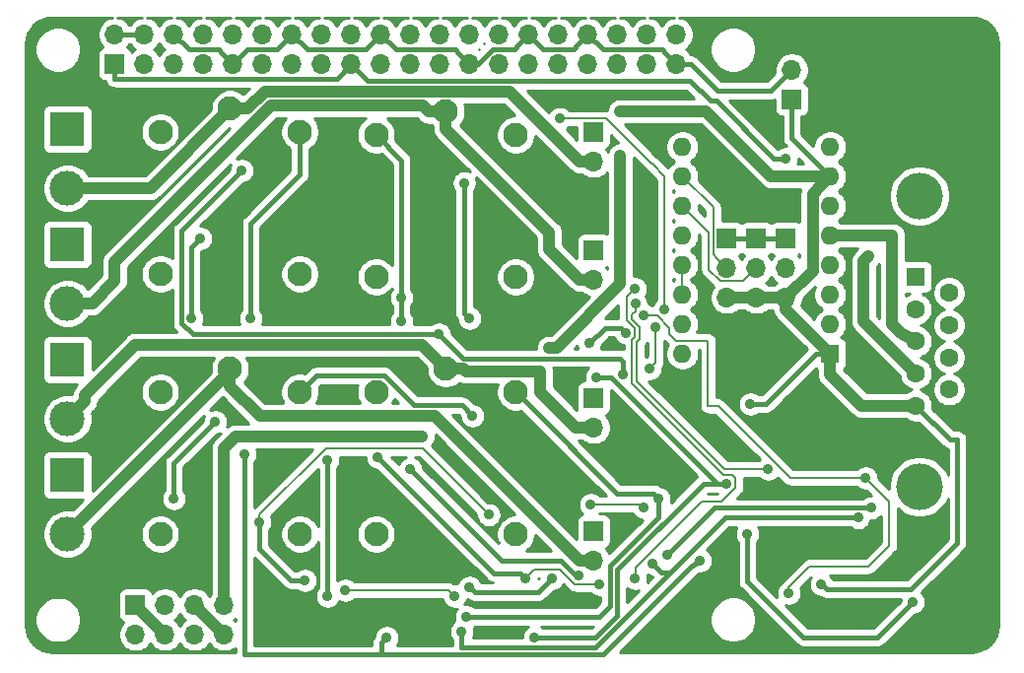
<source format=gbl>
G04 #@! TF.GenerationSoftware,KiCad,Pcbnew,5.1.6-c6e7f7d~87~ubuntu18.04.1*
G04 #@! TF.CreationDate,2020-10-08T18:15:14+02:00*
G04 #@! TF.ProjectId,relais_hat,72656c61-6973-45f6-9861-742e6b696361,rev?*
G04 #@! TF.SameCoordinates,Original*
G04 #@! TF.FileFunction,Copper,L2,Bot*
G04 #@! TF.FilePolarity,Positive*
%FSLAX46Y46*%
G04 Gerber Fmt 4.6, Leading zero omitted, Abs format (unit mm)*
G04 Created by KiCad (PCBNEW 5.1.6-c6e7f7d~87~ubuntu18.04.1) date 2020-10-08 18:15:14*
%MOMM*%
%LPD*%
G01*
G04 APERTURE LIST*
G04 #@! TA.AperFunction,ComponentPad*
%ADD10O,1.700000X1.700000*%
G04 #@! TD*
G04 #@! TA.AperFunction,ComponentPad*
%ADD11R,1.700000X1.700000*%
G04 #@! TD*
G04 #@! TA.AperFunction,ComponentPad*
%ADD12C,4.000000*%
G04 #@! TD*
G04 #@! TA.AperFunction,ComponentPad*
%ADD13C,1.600000*%
G04 #@! TD*
G04 #@! TA.AperFunction,ComponentPad*
%ADD14R,1.600000X1.600000*%
G04 #@! TD*
G04 #@! TA.AperFunction,ComponentPad*
%ADD15C,2.100000*%
G04 #@! TD*
G04 #@! TA.AperFunction,ComponentPad*
%ADD16C,3.000000*%
G04 #@! TD*
G04 #@! TA.AperFunction,ComponentPad*
%ADD17R,3.000000X3.000000*%
G04 #@! TD*
G04 #@! TA.AperFunction,ComponentPad*
%ADD18O,1.600000X1.600000*%
G04 #@! TD*
G04 #@! TA.AperFunction,ViaPad*
%ADD19C,0.900000*%
G04 #@! TD*
G04 #@! TA.AperFunction,ViaPad*
%ADD20C,1.000000*%
G04 #@! TD*
G04 #@! TA.AperFunction,Conductor*
%ADD21C,0.400000*%
G04 #@! TD*
G04 #@! TA.AperFunction,Conductor*
%ADD22C,1.000000*%
G04 #@! TD*
G04 #@! TA.AperFunction,Conductor*
%ADD23C,0.200000*%
G04 #@! TD*
G04 #@! TA.AperFunction,NonConductor*
%ADD24C,0.254000*%
G04 #@! TD*
G04 APERTURE END LIST*
D10*
X266548000Y-98946000D03*
D11*
X266548000Y-101486000D03*
D10*
X266040000Y-118504000D03*
X266040000Y-115964000D03*
D11*
X266040000Y-113424000D03*
D10*
X263500000Y-118504000D03*
X263500000Y-115964000D03*
D11*
X263500000Y-113424000D03*
D10*
X260960000Y-118504000D03*
X260960000Y-115964000D03*
D11*
X260960000Y-113424000D03*
D12*
X277516000Y-109766000D03*
X277516000Y-134766000D03*
D13*
X280056000Y-126421000D03*
X280056000Y-123651000D03*
X280056000Y-120881000D03*
X280056000Y-118111000D03*
X277216000Y-127806000D03*
X277216000Y-125036000D03*
X277216000Y-122266000D03*
X277216000Y-119496000D03*
D14*
X277216000Y-116726000D03*
D15*
X218288000Y-124628000D03*
X212288000Y-138828000D03*
X212288000Y-126628000D03*
X224288000Y-138828000D03*
X224288000Y-126628000D03*
X236830000Y-124628000D03*
X230830000Y-138828000D03*
X230830000Y-126628000D03*
X242830000Y-138828000D03*
X242830000Y-126628000D03*
X236830000Y-102530000D03*
X230830000Y-116730000D03*
X230830000Y-104530000D03*
X242830000Y-116730000D03*
X242830000Y-104530000D03*
X218288000Y-102276000D03*
X212288000Y-116476000D03*
X212288000Y-104276000D03*
X224288000Y-116476000D03*
X224288000Y-104276000D03*
D16*
X204318000Y-138824000D03*
D17*
X204318000Y-133744000D03*
D16*
X204318000Y-128918000D03*
D17*
X204318000Y-123838000D03*
D16*
X204318000Y-119012000D03*
D17*
X204318000Y-113932000D03*
D16*
X204318000Y-109106000D03*
D17*
X204318000Y-104026000D03*
D18*
X257150000Y-123330000D03*
X269850000Y-105550000D03*
X257150000Y-120790000D03*
X269850000Y-108090000D03*
X257150000Y-118250000D03*
X269850000Y-110630000D03*
X257150000Y-115710000D03*
X269850000Y-113170000D03*
X257150000Y-113170000D03*
X269850000Y-115710000D03*
X257150000Y-110630000D03*
X269850000Y-118250000D03*
X257150000Y-108090000D03*
X269850000Y-120790000D03*
X257150000Y-105550000D03*
D14*
X269850000Y-123330000D03*
D11*
X208382000Y-98438000D03*
D10*
X208382000Y-95898000D03*
X210922000Y-98438000D03*
X210922000Y-95898000D03*
X213462000Y-98438000D03*
X213462000Y-95898000D03*
X216002000Y-98438000D03*
X216002000Y-95898000D03*
X218542000Y-98438000D03*
X218542000Y-95898000D03*
X221082000Y-98438000D03*
X221082000Y-95898000D03*
X223622000Y-98438000D03*
X223622000Y-95898000D03*
X226162000Y-98438000D03*
X226162000Y-95898000D03*
X228702000Y-98438000D03*
X228702000Y-95898000D03*
X231242000Y-98438000D03*
X231242000Y-95898000D03*
X233782000Y-98438000D03*
X233782000Y-95898000D03*
X236322000Y-98438000D03*
X236322000Y-95898000D03*
X238862000Y-98438000D03*
X238862000Y-95898000D03*
X241402000Y-98438000D03*
X241402000Y-95898000D03*
X243942000Y-98438000D03*
X243942000Y-95898000D03*
X246482000Y-98438000D03*
X246482000Y-95898000D03*
X249022000Y-98438000D03*
X249022000Y-95898000D03*
X251562000Y-98438000D03*
X251562000Y-95898000D03*
X254102000Y-98438000D03*
X254102000Y-95898000D03*
X256642000Y-98438000D03*
X256642000Y-95898000D03*
X249530000Y-116980000D03*
D11*
X249530000Y-114440000D03*
D10*
X249530000Y-141110000D03*
D11*
X249530000Y-138570000D03*
D10*
X249530000Y-129680000D03*
D11*
X249530000Y-127140000D03*
D10*
X249530000Y-106820000D03*
D11*
X249530000Y-104280000D03*
D10*
X217780000Y-147460000D03*
X217780000Y-144920000D03*
X215240000Y-147460000D03*
X215240000Y-144920000D03*
X212700000Y-147460000D03*
X212700000Y-144920000D03*
X210160000Y-147460000D03*
D11*
X210160000Y-144920000D03*
D19*
X266040000Y-106566000D03*
X219304000Y-107582000D03*
X236233999Y-121640001D03*
X252070000Y-125108000D03*
X262992000Y-127648000D03*
X269088000Y-143142000D03*
X255880000Y-140602000D03*
X234798000Y-130442000D03*
X245720000Y-122822000D03*
X251816000Y-106312000D03*
X251816000Y-102502000D03*
X273367001Y-136576999D03*
X231750000Y-147714000D03*
X258674000Y-141110000D03*
X219558000Y-131966000D03*
X220066000Y-120282000D03*
D20*
X273152000Y-114948000D03*
D19*
X224726001Y-142799999D03*
X220828000Y-137808000D03*
X213462000Y-135776000D03*
X217018000Y-129172000D03*
X215748000Y-113424000D03*
X240513000Y-137173000D03*
X249276000Y-136284000D03*
X253848000Y-136538000D03*
X214986000Y-120282000D03*
X226670000Y-132474000D03*
X226670000Y-144158000D03*
X233020000Y-118504000D03*
X233020000Y-120536000D03*
X243688000Y-142634000D03*
X230988000Y-132220000D03*
X250038000Y-143142000D03*
X248260000Y-142380000D03*
X233782000Y-133236000D03*
X272263000Y-137427000D03*
X254610000Y-141364000D03*
X238188001Y-147206000D03*
X252324000Y-121552000D03*
X249149000Y-122441000D03*
X238862000Y-120282000D03*
X238412001Y-108656001D03*
X276962000Y-144666000D03*
X262738000Y-138824000D03*
X255118000Y-135776000D03*
X238608000Y-145936000D03*
X260944000Y-134490000D03*
X244450000Y-147714000D03*
X249784000Y-125362000D03*
X239116000Y-128664000D03*
X246616001Y-103129999D03*
X255626000Y-119520000D03*
X253086000Y-117742000D03*
X253086000Y-142634000D03*
X253114849Y-119040849D03*
X264516000Y-133236000D03*
X253848000Y-120028000D03*
X272898000Y-133998000D03*
X266294000Y-143904000D03*
X254851991Y-121031991D03*
X254356000Y-124600000D03*
X228194000Y-143650000D03*
X237592000Y-144158000D03*
X238862000Y-143396000D03*
X245974000Y-142634000D03*
D21*
X227451999Y-99688001D02*
X228702000Y-98438000D01*
X208382001Y-99688001D02*
X227451999Y-99688001D01*
X208382000Y-98438000D02*
X208382001Y-99688001D01*
X260960000Y-113424000D02*
X266040000Y-113424000D01*
X230143989Y-99879989D02*
X257829989Y-99879989D01*
X265024000Y-106566000D02*
X266040000Y-106566000D01*
X228702000Y-98438000D02*
X230143989Y-99879989D01*
X259551990Y-101601990D02*
X260059990Y-101601990D01*
X257829989Y-99879989D02*
X259551990Y-101601990D01*
X260059990Y-101601990D02*
X265024000Y-106566000D01*
X208382000Y-95898000D02*
X210922000Y-95898000D01*
X214135999Y-120690001D02*
X214135999Y-112750001D01*
X236156001Y-121640001D02*
X215085999Y-121640001D01*
X215085999Y-121640001D02*
X214135999Y-120690001D01*
X214135999Y-112750001D02*
X219304000Y-107582000D01*
X219304000Y-107582000D02*
X219304000Y-107582000D01*
X251803594Y-123722010D02*
X252070000Y-123988416D01*
X252070000Y-123988416D02*
X252070000Y-125108000D01*
X236233999Y-121640001D02*
X238316008Y-123722010D01*
X238316008Y-123722010D02*
X251803594Y-123722010D01*
D22*
X260960000Y-118504000D02*
X266040000Y-118504000D01*
X266040000Y-119520000D02*
X266040000Y-118504000D01*
X269850000Y-123330000D02*
X266040000Y-119520000D01*
X269050001Y-108889999D02*
X269850000Y-108090000D01*
X268349999Y-109590001D02*
X269050001Y-108889999D01*
X268349999Y-116194001D02*
X268349999Y-109590001D01*
X266040000Y-118504000D02*
X268349999Y-116194001D01*
D21*
X268650000Y-123330000D02*
X269850000Y-123330000D01*
X265278000Y-126702000D02*
X268650000Y-123330000D01*
D22*
X269850000Y-125130000D02*
X269850000Y-123330000D01*
X272526000Y-127806000D02*
X269850000Y-125130000D01*
X217780000Y-144920000D02*
X217780000Y-132982000D01*
X217780000Y-132982000D02*
X217780000Y-131458000D01*
X217780000Y-131458000D02*
X218796000Y-130442000D01*
X218796000Y-130442000D02*
X234798000Y-130442000D01*
X234798000Y-130442000D02*
X234798000Y-130442000D01*
X246356396Y-122822000D02*
X251816000Y-117362396D01*
X245720000Y-122822000D02*
X246356396Y-122822000D01*
X251816000Y-117362396D02*
X251816000Y-106312000D01*
X251816000Y-106312000D02*
X251816000Y-106312000D01*
X251816000Y-102502000D02*
X259182000Y-102502000D01*
X264770000Y-108090000D02*
X269850000Y-108090000D01*
X259182000Y-102502000D02*
X264770000Y-108090000D01*
D21*
X264332000Y-127648000D02*
X265278000Y-126702000D01*
X262992000Y-127648000D02*
X264332000Y-127648000D01*
D22*
X274518000Y-127806000D02*
X272526000Y-127806000D01*
X277216000Y-127806000D02*
X274518000Y-127806000D01*
D21*
X259905001Y-136576999D02*
X273367001Y-136576999D01*
X255880000Y-140602000D02*
X259905001Y-136576999D01*
X276766001Y-143591999D02*
X278036001Y-142321999D01*
X269537999Y-143591999D02*
X276766001Y-143591999D01*
X278036001Y-142321999D02*
X278486000Y-141872000D01*
X269088000Y-143142000D02*
X269537999Y-143591999D01*
X278486000Y-141872000D02*
X280772000Y-139586000D01*
X280772000Y-139586000D02*
X280772000Y-130696000D01*
X280106000Y-130696000D02*
X277216000Y-127806000D01*
X280772000Y-130696000D02*
X280106000Y-130696000D01*
X269850000Y-108090000D02*
X266548000Y-104788000D01*
X266548000Y-104788000D02*
X266548000Y-101486000D01*
D22*
X212700000Y-147460000D02*
X212700000Y-147705998D01*
X210160000Y-144920000D02*
X212700000Y-147460000D01*
D21*
X231288510Y-149191490D02*
X231242000Y-149191490D01*
X231300001Y-149179999D02*
X231288510Y-149191490D01*
X231300001Y-148163999D02*
X231300001Y-149179999D01*
X231750000Y-147714000D02*
X231300001Y-148163999D01*
X220066000Y-120282000D02*
X220066000Y-112154000D01*
X220066000Y-112154000D02*
X224288000Y-107932000D01*
X224288000Y-107932000D02*
X224288000Y-104276000D01*
X257912000Y-141618000D02*
X258674000Y-141110000D01*
X250338510Y-149191490D02*
X257912000Y-141618000D01*
X219558000Y-131966000D02*
X219558000Y-149191490D01*
X219558000Y-149191490D02*
X250338510Y-149191490D01*
D22*
X215240000Y-144920000D02*
X217780000Y-147460000D01*
X218288000Y-124854000D02*
X218288000Y-124628000D01*
X204318000Y-138824000D02*
X218288000Y-124854000D01*
X220839076Y-128664000D02*
X235881919Y-128664000D01*
X248327919Y-141110000D02*
X249530000Y-141110000D01*
X235881919Y-128664000D02*
X248327919Y-141110000D01*
X218288000Y-124628000D02*
X218288000Y-126112924D01*
X218288000Y-126112924D02*
X220839076Y-128664000D01*
X236830000Y-104014924D02*
X245720000Y-112904924D01*
X236830000Y-102530000D02*
X236830000Y-104014924D01*
X248327919Y-116980000D02*
X249530000Y-116980000D01*
X245720000Y-114372081D02*
X248327919Y-116980000D01*
X245720000Y-112904924D02*
X245720000Y-114372081D01*
X208382000Y-117069320D02*
X206439320Y-119012000D01*
X206439320Y-119012000D02*
X204318000Y-119012000D01*
X236830000Y-102530000D02*
X235345076Y-102530000D01*
X235345076Y-102530000D02*
X234809076Y-101994000D01*
X234809076Y-101994000D02*
X221844000Y-101994000D01*
X221844000Y-101994000D02*
X208382000Y-115456000D01*
X208382000Y-115456000D02*
X208382000Y-117069320D01*
D21*
X217291999Y-97187999D02*
X217692001Y-97588001D01*
X214751999Y-97187999D02*
X217291999Y-97187999D01*
X217692001Y-97588001D02*
X218542000Y-98438000D01*
X213462000Y-95898000D02*
X214751999Y-97187999D01*
X219391999Y-97588001D02*
X218542000Y-98438000D01*
X222332001Y-97187999D02*
X219792001Y-97187999D01*
X219792001Y-97187999D02*
X219391999Y-97588001D01*
X223622000Y-95898000D02*
X222332001Y-97187999D01*
X230392001Y-96747999D02*
X231242000Y-95898000D01*
X229952001Y-97187999D02*
X230392001Y-96747999D01*
X224911999Y-97187999D02*
X229952001Y-97187999D01*
X223622000Y-95898000D02*
X224911999Y-97187999D01*
X238012001Y-97588001D02*
X238862000Y-98438000D01*
X237611999Y-97187999D02*
X238012001Y-97588001D01*
X232531999Y-97187999D02*
X237611999Y-97187999D01*
X231242000Y-95898000D02*
X232531999Y-97187999D01*
X243092001Y-96747999D02*
X243942000Y-95898000D01*
X242691999Y-97148001D02*
X243092001Y-96747999D01*
X239551998Y-98438000D02*
X240841997Y-97148001D01*
X240841997Y-97148001D02*
X242691999Y-97148001D01*
X238862000Y-98438000D02*
X239551998Y-98438000D01*
X248172001Y-96747999D02*
X249022000Y-95898000D01*
X247771999Y-97148001D02*
X248172001Y-96747999D01*
X245192001Y-97148001D02*
X247771999Y-97148001D01*
X243942000Y-95898000D02*
X245192001Y-97148001D01*
X255792001Y-97588001D02*
X256642000Y-98438000D01*
X255391999Y-97187999D02*
X255792001Y-97588001D01*
X250311999Y-97187999D02*
X255391999Y-97187999D01*
X249022000Y-95898000D02*
X250311999Y-97187999D01*
X257844081Y-98438000D02*
X260130081Y-100724000D01*
X256642000Y-98438000D02*
X257844081Y-98438000D01*
X264770000Y-100724000D02*
X266548000Y-98946000D01*
X260130081Y-100724000D02*
X264770000Y-100724000D01*
D22*
X272702001Y-120522001D02*
X276416001Y-124236001D01*
X276416001Y-124236001D02*
X277216000Y-125036000D01*
X272702001Y-115397999D02*
X272702001Y-120522001D01*
X273152000Y-114948000D02*
X272702001Y-115397999D01*
X269850000Y-113170000D02*
X275184000Y-113170000D01*
X275184000Y-120790000D02*
X275946000Y-121552000D01*
X275184000Y-113170000D02*
X275184000Y-120790000D01*
X275946000Y-121552000D02*
X277216000Y-122266000D01*
D23*
X262349999Y-117114001D02*
X262650001Y-116813999D01*
X262650001Y-116813999D02*
X263500000Y-115964000D01*
X260407999Y-117114001D02*
X262349999Y-117114001D01*
X259409989Y-116115991D02*
X260407999Y-117114001D01*
X259409989Y-112889989D02*
X259409989Y-116115991D01*
X257150000Y-110630000D02*
X259409989Y-112889989D01*
X259809999Y-114813999D02*
X260110001Y-115114001D01*
X260110001Y-115114001D02*
X260960000Y-115964000D01*
X259809999Y-110749999D02*
X259809999Y-114813999D01*
X257150000Y-108090000D02*
X259809999Y-110749999D01*
D21*
X224726001Y-142799999D02*
X223533999Y-142799999D01*
X223533999Y-142799999D02*
X220828000Y-140094000D01*
X220828000Y-140094000D02*
X220828000Y-137808000D01*
X220828000Y-137808000D02*
X220828000Y-137808000D01*
X213462000Y-135776000D02*
X213462000Y-132728000D01*
X213462000Y-132728000D02*
X217018000Y-129172000D01*
X217018000Y-129172000D02*
X217018000Y-129172000D01*
D23*
X226529605Y-131469999D02*
X234809999Y-131469999D01*
X220828000Y-137808000D02*
X220828000Y-137171604D01*
X220828000Y-137171604D02*
X226529605Y-131469999D01*
X234809999Y-131469999D02*
X240513000Y-137173000D01*
X240513000Y-137173000D02*
X240640000Y-137300000D01*
X249276000Y-136284000D02*
X253594000Y-136284000D01*
X253594000Y-136284000D02*
X253848000Y-136538000D01*
X253848000Y-136538000D02*
X253848000Y-136538000D01*
D21*
X214986000Y-114186000D02*
X215748000Y-113424000D01*
X214986000Y-120282000D02*
X214986000Y-114186000D01*
X226670000Y-132474000D02*
X226670000Y-132474000D01*
X233020000Y-106720000D02*
X230830000Y-104530000D01*
X226670000Y-144158000D02*
X226670000Y-132474000D01*
X233020000Y-118504000D02*
X233020000Y-106720000D01*
X233020000Y-120536000D02*
X233020000Y-118504000D01*
X243238001Y-142184001D02*
X240952001Y-142184001D01*
X243688000Y-142634000D02*
X243238001Y-142184001D01*
X240952001Y-142184001D02*
X230988000Y-132220000D01*
X230988000Y-132220000D02*
X230988000Y-132220000D01*
D23*
X247911998Y-143142000D02*
X249401604Y-143142000D01*
X246653997Y-141883999D02*
X247911998Y-143142000D01*
X244438001Y-141883999D02*
X246653997Y-141883999D01*
X249401604Y-143142000D02*
X250038000Y-143142000D01*
X243688000Y-142634000D02*
X244438001Y-141883999D01*
D21*
X248006000Y-142380000D02*
X246736000Y-141110000D01*
X248260000Y-142380000D02*
X248006000Y-142380000D01*
X246736000Y-141110000D02*
X241656000Y-141110000D01*
X241656000Y-141110000D02*
X233782000Y-133236000D01*
X233782000Y-133236000D02*
X233782000Y-133236000D01*
X272263000Y-137427000D02*
X260833000Y-137427000D01*
X238188001Y-148056001D02*
X238188001Y-148056001D01*
X256134000Y-142126000D02*
X255372000Y-142126000D01*
X260833000Y-137427000D02*
X256134000Y-142126000D01*
X255372000Y-142126000D02*
X254610000Y-141364000D01*
X254610000Y-141364000D02*
X254610000Y-141364000D01*
X238188001Y-147206000D02*
X238188001Y-148564001D01*
X238188001Y-148564001D02*
X249695999Y-148564001D01*
X249695999Y-148564001D02*
X250038000Y-148222000D01*
X250038000Y-148222000D02*
X256134000Y-142126000D01*
X251874001Y-121102001D02*
X250487999Y-121102001D01*
X252324000Y-121552000D02*
X251874001Y-121102001D01*
X250487999Y-121102001D02*
X249149000Y-122441000D01*
X249149000Y-122441000D02*
X249022000Y-122568000D01*
X238412001Y-119832001D02*
X238412001Y-108656001D01*
X238862000Y-120282000D02*
X238412001Y-119832001D01*
X238412001Y-108656001D02*
X238412001Y-108656001D01*
X262738000Y-138824000D02*
X262738000Y-138824000D01*
X243879999Y-127677999D02*
X242830000Y-126628000D01*
X251528001Y-135326001D02*
X243879999Y-127677999D01*
X254668001Y-135326001D02*
X251528001Y-135326001D01*
X255118000Y-135776000D02*
X254668001Y-135326001D01*
X255118000Y-137372002D02*
X255118000Y-135776000D01*
X250945608Y-141509608D02*
X255118000Y-137372002D01*
X250961990Y-145012010D02*
X250038000Y-145936000D01*
X250961990Y-142758774D02*
X250961990Y-145012010D01*
X250945608Y-142742392D02*
X250961990Y-142758774D01*
X250945608Y-141509608D02*
X250945608Y-142742392D01*
X238608000Y-145936000D02*
X250038000Y-145936000D01*
X267564000Y-147714000D02*
X273914000Y-147714000D01*
X262738000Y-138824000D02*
X262738000Y-142888000D01*
X273914000Y-147714000D02*
X276962000Y-144666000D01*
X262738000Y-142888000D02*
X267564000Y-147714000D01*
X260944000Y-134490000D02*
X258944000Y-134490000D01*
X245720000Y-147714000D02*
X244450000Y-147714000D01*
X244450000Y-147714000D02*
X244450000Y-147714000D01*
X260944000Y-134490000D02*
X260182000Y-134490000D01*
D23*
X249624002Y-147714000D02*
X245720000Y-147714000D01*
X251562000Y-145776002D02*
X249624002Y-147714000D01*
D21*
X258944000Y-134490000D02*
X251562000Y-141872000D01*
X251562000Y-144666000D02*
X251562000Y-145776002D01*
X251562000Y-141872000D02*
X251562000Y-144666000D01*
X251562000Y-145776002D02*
X251562000Y-145849458D01*
X249697458Y-147714000D02*
X244450000Y-147714000D01*
X251562000Y-145849458D02*
X249697458Y-147714000D01*
X249784000Y-125362000D02*
X251054000Y-125362000D01*
X260182000Y-134490000D02*
X251054000Y-125362000D01*
X225337999Y-125578001D02*
X224288000Y-126628000D01*
X225738001Y-125177999D02*
X225337999Y-125578001D01*
X231526001Y-125177999D02*
X225738001Y-125177999D01*
X234111992Y-127763990D02*
X231526001Y-125177999D01*
X238215990Y-127763990D02*
X234111992Y-127763990D01*
X239116000Y-128664000D02*
X238215990Y-127763990D01*
D22*
X211458000Y-109106000D02*
X218288000Y-102276000D01*
X204318000Y-109106000D02*
X211458000Y-109106000D01*
X242287918Y-100779999D02*
X248327919Y-106820000D01*
X248327919Y-106820000D02*
X249530000Y-106820000D01*
X221268925Y-100779999D02*
X242287918Y-100779999D01*
X219772924Y-102276000D02*
X221268925Y-100779999D01*
X218288000Y-102276000D02*
X219772924Y-102276000D01*
X205817999Y-127418001D02*
X205817999Y-126910001D01*
X204318000Y-128918000D02*
X205817999Y-127418001D01*
X205817999Y-126910001D02*
X210160000Y-122568000D01*
X234770000Y-122568000D02*
X236830000Y-124628000D01*
X210160000Y-122568000D02*
X234770000Y-122568000D01*
X244958000Y-126632000D02*
X248006000Y-129680000D01*
X248006000Y-129680000D02*
X249530000Y-129680000D01*
X238314924Y-124628000D02*
X238540924Y-124854000D01*
X236830000Y-124628000D02*
X238314924Y-124628000D01*
X238540924Y-124854000D02*
X244958000Y-124854000D01*
X244958000Y-124854000D02*
X244958000Y-126632000D01*
D23*
X254502000Y-107011998D02*
X254547998Y-107011998D01*
X250620001Y-103129999D02*
X254502000Y-107011998D01*
X254547998Y-107011998D02*
X255626000Y-108090000D01*
X246616001Y-103129999D02*
X250620001Y-103129999D01*
X255626000Y-108090000D02*
X255626000Y-119520000D01*
X257150000Y-116841370D02*
X257150000Y-118250000D01*
X257150000Y-115710000D02*
X257150000Y-116841370D01*
X260701999Y-133739999D02*
X261463999Y-133739999D01*
X253594000Y-126632000D02*
X260701999Y-133739999D01*
X261463999Y-133739999D02*
X261722000Y-133998000D01*
X260467013Y-136076989D02*
X258787009Y-136076989D01*
X261722000Y-133998000D02*
X261722000Y-134822002D01*
X261722000Y-134822002D02*
X260467013Y-136076989D01*
X253165999Y-141697999D02*
X253165999Y-142554001D01*
X258787009Y-136076989D02*
X253165999Y-141697999D01*
X253165999Y-142554001D02*
X253086000Y-142634000D01*
X253086000Y-142634000D02*
X253086000Y-142634000D01*
X253594000Y-126632000D02*
X252832000Y-125870000D01*
X252832000Y-125870000D02*
X252832000Y-122154002D01*
X253074001Y-121912001D02*
X253074001Y-121191999D01*
X252832000Y-122154002D02*
X253074001Y-121912001D01*
X253006001Y-121123998D02*
X253006001Y-121123999D01*
X253074001Y-121191999D02*
X253006001Y-121123999D01*
X253006001Y-121123999D02*
X252879001Y-120996999D01*
X252364848Y-118463152D02*
X252364848Y-120482846D01*
X253086000Y-117742000D02*
X252364848Y-118463152D01*
X252364848Y-120482846D02*
X253006001Y-121123998D01*
X264516000Y-133236000D02*
X264516000Y-133236000D01*
X260763698Y-133236000D02*
X264516000Y-133236000D01*
X253232010Y-125704312D02*
X260763698Y-133236000D01*
X253232010Y-122319690D02*
X253232010Y-125704312D01*
X253474011Y-122077690D02*
X253232010Y-122319690D01*
X253114849Y-119040849D02*
X253114849Y-119677245D01*
X253114849Y-119677245D02*
X252832000Y-119960094D01*
X252832000Y-119960094D02*
X252832000Y-120384300D01*
X252832000Y-120384300D02*
X253474011Y-121026310D01*
X253474011Y-121026310D02*
X253474011Y-122077690D01*
X256621999Y-122229999D02*
X259351999Y-122229999D01*
X256049999Y-121657999D02*
X256621999Y-122229999D01*
X253848000Y-120028000D02*
X254958002Y-120028000D01*
X256049999Y-121119997D02*
X256049999Y-121657999D01*
X254958002Y-120028000D02*
X256049999Y-121119997D01*
X259351999Y-122229999D02*
X259351999Y-127817999D01*
X260208001Y-127817999D02*
X266388002Y-133998000D01*
X259351999Y-127817999D02*
X260208001Y-127817999D01*
X266388002Y-133998000D02*
X272898000Y-133998000D01*
X272898000Y-133998000D02*
X272898000Y-133998000D01*
X272898000Y-133998000D02*
X274930000Y-136030000D01*
X274930000Y-136030000D02*
X274930000Y-136124002D01*
X274930000Y-136124002D02*
X274930000Y-139840000D01*
X274930000Y-139840000D02*
X273152000Y-141618000D01*
X273152000Y-141618000D02*
X268326000Y-141618000D01*
X268326000Y-141618000D02*
X268072000Y-141618000D01*
X268072000Y-141618000D02*
X266294000Y-143396000D01*
X266294000Y-143396000D02*
X266294000Y-143904000D01*
X266294000Y-143904000D02*
X266294000Y-143904000D01*
X254851991Y-124104009D02*
X254356000Y-124600000D01*
X254851991Y-121031991D02*
X254851991Y-124104009D01*
X237084000Y-143650000D02*
X237592000Y-144158000D01*
X228194000Y-143650000D02*
X237084000Y-143650000D01*
D21*
X244762001Y-143845999D02*
X245524001Y-143083999D01*
X245524001Y-143083999D02*
X245974000Y-142634000D01*
X239311999Y-143845999D02*
X244762001Y-143845999D01*
X238862000Y-143396000D02*
X239311999Y-143845999D01*
D24*
G36*
X207948842Y-94470068D02*
G01*
X207678589Y-94582010D01*
X207435368Y-94744525D01*
X207228525Y-94951368D01*
X207066010Y-95194589D01*
X206954068Y-95464842D01*
X206897000Y-95751740D01*
X206897000Y-96044260D01*
X206954068Y-96331158D01*
X207066010Y-96601411D01*
X207228525Y-96844632D01*
X207360380Y-96976487D01*
X207287820Y-96998498D01*
X207177506Y-97057463D01*
X207080815Y-97136815D01*
X207001463Y-97233506D01*
X206942498Y-97343820D01*
X206906188Y-97463518D01*
X206893928Y-97588000D01*
X206893928Y-99288000D01*
X206906188Y-99412482D01*
X206942498Y-99532180D01*
X207001463Y-99642494D01*
X207080815Y-99739185D01*
X207177506Y-99818537D01*
X207287820Y-99877502D01*
X207407518Y-99913812D01*
X207532000Y-99926072D01*
X207581646Y-99926072D01*
X207606829Y-100009088D01*
X207684365Y-100154147D01*
X207788710Y-100281292D01*
X207915855Y-100385637D01*
X208060914Y-100463173D01*
X208218312Y-100510919D01*
X208340982Y-100523001D01*
X208340990Y-100523001D01*
X208382001Y-100527040D01*
X208423010Y-100523001D01*
X219920791Y-100523001D01*
X219419371Y-101024421D01*
X219362125Y-100967175D01*
X219086147Y-100782772D01*
X218779496Y-100655754D01*
X218453958Y-100591000D01*
X218122042Y-100591000D01*
X217796504Y-100655754D01*
X217489853Y-100782772D01*
X217213875Y-100967175D01*
X216979175Y-101201875D01*
X216794772Y-101477853D01*
X216667754Y-101784504D01*
X216603000Y-102110042D01*
X216603000Y-102355867D01*
X210987869Y-107971000D01*
X206127360Y-107971000D01*
X205976363Y-107745017D01*
X205678983Y-107447637D01*
X205329302Y-107213988D01*
X204940756Y-107053047D01*
X204528279Y-106971000D01*
X204107721Y-106971000D01*
X203695244Y-107053047D01*
X203306698Y-107213988D01*
X202957017Y-107447637D01*
X202659637Y-107745017D01*
X202425988Y-108094698D01*
X202265047Y-108483244D01*
X202183000Y-108895721D01*
X202183000Y-109316279D01*
X202265047Y-109728756D01*
X202425988Y-110117302D01*
X202659637Y-110466983D01*
X202957017Y-110764363D01*
X203306698Y-110998012D01*
X203695244Y-111158953D01*
X204107721Y-111241000D01*
X204528279Y-111241000D01*
X204940756Y-111158953D01*
X205329302Y-110998012D01*
X205678983Y-110764363D01*
X205976363Y-110466983D01*
X206127360Y-110241000D01*
X211402249Y-110241000D01*
X211458000Y-110246491D01*
X211513751Y-110241000D01*
X211513752Y-110241000D01*
X211680499Y-110224577D01*
X211894447Y-110159676D01*
X212091623Y-110054284D01*
X212264449Y-109912449D01*
X212299996Y-109869135D01*
X218208133Y-103961000D01*
X218271868Y-103961000D01*
X207618865Y-114614004D01*
X207575551Y-114649551D01*
X207433716Y-114822377D01*
X207335727Y-115005704D01*
X207328324Y-115019554D01*
X207263423Y-115233502D01*
X207241509Y-115456000D01*
X207247000Y-115511751D01*
X207247000Y-116599188D01*
X206064005Y-117782183D01*
X205976363Y-117651017D01*
X205678983Y-117353637D01*
X205329302Y-117119988D01*
X204940756Y-116959047D01*
X204528279Y-116877000D01*
X204107721Y-116877000D01*
X203695244Y-116959047D01*
X203306698Y-117119988D01*
X202957017Y-117353637D01*
X202659637Y-117651017D01*
X202425988Y-118000698D01*
X202265047Y-118389244D01*
X202183000Y-118801721D01*
X202183000Y-119222279D01*
X202265047Y-119634756D01*
X202425988Y-120023302D01*
X202659637Y-120372983D01*
X202957017Y-120670363D01*
X203306698Y-120904012D01*
X203695244Y-121064953D01*
X204107721Y-121147000D01*
X204528279Y-121147000D01*
X204940756Y-121064953D01*
X205329302Y-120904012D01*
X205678983Y-120670363D01*
X205976363Y-120372983D01*
X206127360Y-120147000D01*
X206383569Y-120147000D01*
X206439320Y-120152491D01*
X206495071Y-120147000D01*
X206495072Y-120147000D01*
X206661819Y-120130577D01*
X206875767Y-120065676D01*
X207072943Y-119960284D01*
X207245769Y-119818449D01*
X207281316Y-119775135D01*
X209145141Y-117911311D01*
X209188449Y-117875769D01*
X209330284Y-117702943D01*
X209435676Y-117505767D01*
X209500577Y-117291819D01*
X209517000Y-117125072D01*
X209517000Y-117125063D01*
X209522490Y-117069321D01*
X209517000Y-117013579D01*
X209517000Y-115926131D01*
X218319443Y-107123689D01*
X218260696Y-107265517D01*
X218219000Y-107475137D01*
X218219000Y-107486132D01*
X213574573Y-112130560D01*
X213542709Y-112156710D01*
X213516561Y-112188572D01*
X213438363Y-112283856D01*
X213360827Y-112428915D01*
X213313081Y-112586313D01*
X213296959Y-112750001D01*
X213301000Y-112791030D01*
X213301000Y-115126332D01*
X213086147Y-114982772D01*
X212779496Y-114855754D01*
X212453958Y-114791000D01*
X212122042Y-114791000D01*
X211796504Y-114855754D01*
X211489853Y-114982772D01*
X211213875Y-115167175D01*
X210979175Y-115401875D01*
X210794772Y-115677853D01*
X210667754Y-115984504D01*
X210603000Y-116310042D01*
X210603000Y-116641958D01*
X210667754Y-116967496D01*
X210794772Y-117274147D01*
X210979175Y-117550125D01*
X211213875Y-117784825D01*
X211489853Y-117969228D01*
X211796504Y-118096246D01*
X212122042Y-118161000D01*
X212453958Y-118161000D01*
X212779496Y-118096246D01*
X213086147Y-117969228D01*
X213300999Y-117825668D01*
X213300999Y-120648982D01*
X213296959Y-120690001D01*
X213300999Y-120731019D01*
X213313081Y-120853689D01*
X213360827Y-121011087D01*
X213438363Y-121156146D01*
X213542708Y-121283292D01*
X213574577Y-121309446D01*
X213698131Y-121433000D01*
X210215752Y-121433000D01*
X210160000Y-121427509D01*
X209937501Y-121449423D01*
X209723553Y-121514324D01*
X209526377Y-121619716D01*
X209396856Y-121726011D01*
X209396855Y-121726012D01*
X209353551Y-121761551D01*
X209318013Y-121804854D01*
X206456072Y-124666796D01*
X206456072Y-122338000D01*
X206443812Y-122213518D01*
X206407502Y-122093820D01*
X206348537Y-121983506D01*
X206269185Y-121886815D01*
X206172494Y-121807463D01*
X206062180Y-121748498D01*
X205942482Y-121712188D01*
X205818000Y-121699928D01*
X202818000Y-121699928D01*
X202693518Y-121712188D01*
X202573820Y-121748498D01*
X202463506Y-121807463D01*
X202366815Y-121886815D01*
X202287463Y-121983506D01*
X202228498Y-122093820D01*
X202192188Y-122213518D01*
X202179928Y-122338000D01*
X202179928Y-125338000D01*
X202192188Y-125462482D01*
X202228498Y-125582180D01*
X202287463Y-125692494D01*
X202366815Y-125789185D01*
X202463506Y-125868537D01*
X202573820Y-125927502D01*
X202693518Y-125963812D01*
X202818000Y-125976072D01*
X205146797Y-125976072D01*
X205054859Y-126068010D01*
X205011551Y-126103552D01*
X204869716Y-126276378D01*
X204764323Y-126473554D01*
X204704428Y-126671000D01*
X204699422Y-126687503D01*
X204686909Y-126814553D01*
X204528279Y-126783000D01*
X204107721Y-126783000D01*
X203695244Y-126865047D01*
X203306698Y-127025988D01*
X202957017Y-127259637D01*
X202659637Y-127557017D01*
X202425988Y-127906698D01*
X202265047Y-128295244D01*
X202183000Y-128707721D01*
X202183000Y-129128279D01*
X202265047Y-129540756D01*
X202425988Y-129929302D01*
X202659637Y-130278983D01*
X202957017Y-130576363D01*
X203306698Y-130810012D01*
X203695244Y-130970953D01*
X204107721Y-131053000D01*
X204528279Y-131053000D01*
X204940756Y-130970953D01*
X205329302Y-130810012D01*
X205678983Y-130576363D01*
X205976363Y-130278983D01*
X206210012Y-129929302D01*
X206370953Y-129540756D01*
X206453000Y-129128279D01*
X206453000Y-128707721D01*
X206399977Y-128441155D01*
X206581139Y-128259993D01*
X206624448Y-128224450D01*
X206766283Y-128051624D01*
X206871675Y-127854448D01*
X206936576Y-127640500D01*
X206952999Y-127473753D01*
X206952999Y-127473752D01*
X206958490Y-127418001D01*
X206954602Y-127378529D01*
X207871089Y-126462042D01*
X210603000Y-126462042D01*
X210603000Y-126793958D01*
X210667754Y-127119496D01*
X210794772Y-127426147D01*
X210979175Y-127702125D01*
X211213875Y-127936825D01*
X211489853Y-128121228D01*
X211796504Y-128248246D01*
X212122042Y-128313000D01*
X212453958Y-128313000D01*
X212779496Y-128248246D01*
X213086147Y-128121228D01*
X213362125Y-127936825D01*
X213596825Y-127702125D01*
X213781228Y-127426147D01*
X213908246Y-127119496D01*
X213973000Y-126793958D01*
X213973000Y-126462042D01*
X213908246Y-126136504D01*
X213781228Y-125829853D01*
X213596825Y-125553875D01*
X213362125Y-125319175D01*
X213086147Y-125134772D01*
X212779496Y-125007754D01*
X212453958Y-124943000D01*
X212122042Y-124943000D01*
X211796504Y-125007754D01*
X211489853Y-125134772D01*
X211213875Y-125319175D01*
X210979175Y-125553875D01*
X210794772Y-125829853D01*
X210667754Y-126136504D01*
X210603000Y-126462042D01*
X207871089Y-126462042D01*
X210630133Y-123703000D01*
X216879533Y-123703000D01*
X216794772Y-123829853D01*
X216667754Y-124136504D01*
X216603000Y-124462042D01*
X216603000Y-124793958D01*
X216626213Y-124910655D01*
X206456072Y-135080797D01*
X206456072Y-132244000D01*
X206443812Y-132119518D01*
X206407502Y-131999820D01*
X206348537Y-131889506D01*
X206269185Y-131792815D01*
X206172494Y-131713463D01*
X206062180Y-131654498D01*
X205942482Y-131618188D01*
X205818000Y-131605928D01*
X202818000Y-131605928D01*
X202693518Y-131618188D01*
X202573820Y-131654498D01*
X202463506Y-131713463D01*
X202366815Y-131792815D01*
X202287463Y-131889506D01*
X202228498Y-131999820D01*
X202192188Y-132119518D01*
X202179928Y-132244000D01*
X202179928Y-135244000D01*
X202192188Y-135368482D01*
X202228498Y-135488180D01*
X202287463Y-135598494D01*
X202366815Y-135695185D01*
X202463506Y-135774537D01*
X202573820Y-135833502D01*
X202693518Y-135869812D01*
X202818000Y-135882072D01*
X205654797Y-135882072D01*
X204794845Y-136742023D01*
X204528279Y-136689000D01*
X204107721Y-136689000D01*
X203695244Y-136771047D01*
X203306698Y-136931988D01*
X202957017Y-137165637D01*
X202659637Y-137463017D01*
X202425988Y-137812698D01*
X202265047Y-138201244D01*
X202183000Y-138613721D01*
X202183000Y-139034279D01*
X202265047Y-139446756D01*
X202425988Y-139835302D01*
X202659637Y-140184983D01*
X202957017Y-140482363D01*
X203306698Y-140716012D01*
X203695244Y-140876953D01*
X204107721Y-140959000D01*
X204528279Y-140959000D01*
X204940756Y-140876953D01*
X205329302Y-140716012D01*
X205678983Y-140482363D01*
X205976363Y-140184983D01*
X206210012Y-139835302D01*
X206370953Y-139446756D01*
X206453000Y-139034279D01*
X206453000Y-138662042D01*
X210603000Y-138662042D01*
X210603000Y-138993958D01*
X210667754Y-139319496D01*
X210794772Y-139626147D01*
X210979175Y-139902125D01*
X211213875Y-140136825D01*
X211489853Y-140321228D01*
X211796504Y-140448246D01*
X212122042Y-140513000D01*
X212453958Y-140513000D01*
X212779496Y-140448246D01*
X213086147Y-140321228D01*
X213362125Y-140136825D01*
X213596825Y-139902125D01*
X213781228Y-139626147D01*
X213908246Y-139319496D01*
X213973000Y-138993958D01*
X213973000Y-138662042D01*
X213908246Y-138336504D01*
X213781228Y-138029853D01*
X213596825Y-137753875D01*
X213362125Y-137519175D01*
X213086147Y-137334772D01*
X212779496Y-137207754D01*
X212453958Y-137143000D01*
X212122042Y-137143000D01*
X211796504Y-137207754D01*
X211489853Y-137334772D01*
X211213875Y-137519175D01*
X210979175Y-137753875D01*
X210794772Y-138029853D01*
X210667754Y-138336504D01*
X210603000Y-138662042D01*
X206453000Y-138662042D01*
X206453000Y-138613721D01*
X206399977Y-138347155D01*
X216033443Y-128713689D01*
X215974696Y-128855517D01*
X215933000Y-129065137D01*
X215933000Y-129076132D01*
X212900574Y-132108559D01*
X212868710Y-132134709D01*
X212819753Y-132194364D01*
X212764364Y-132261855D01*
X212686828Y-132406914D01*
X212639082Y-132564312D01*
X212622960Y-132728000D01*
X212627001Y-132769028D01*
X212627000Y-135076578D01*
X212619225Y-135084353D01*
X212500485Y-135262060D01*
X212418696Y-135459517D01*
X212377000Y-135669137D01*
X212377000Y-135882863D01*
X212418696Y-136092483D01*
X212500485Y-136289940D01*
X212619225Y-136467647D01*
X212770353Y-136618775D01*
X212948060Y-136737515D01*
X213145517Y-136819304D01*
X213355137Y-136861000D01*
X213568863Y-136861000D01*
X213778483Y-136819304D01*
X213975940Y-136737515D01*
X214153647Y-136618775D01*
X214304775Y-136467647D01*
X214423515Y-136289940D01*
X214505304Y-136092483D01*
X214547000Y-135882863D01*
X214547000Y-135669137D01*
X214505304Y-135459517D01*
X214423515Y-135262060D01*
X214304775Y-135084353D01*
X214297000Y-135076578D01*
X214297000Y-133073867D01*
X217113868Y-130257000D01*
X217124863Y-130257000D01*
X217334483Y-130215304D01*
X217476312Y-130156557D01*
X217016860Y-130616009D01*
X216973552Y-130651551D01*
X216831717Y-130824377D01*
X216802816Y-130878447D01*
X216726324Y-131021554D01*
X216682810Y-131165000D01*
X216661423Y-131235501D01*
X216656570Y-131284775D01*
X216639509Y-131458000D01*
X216645000Y-131513751D01*
X216645000Y-133037751D01*
X216645001Y-133037761D01*
X216645000Y-143954893D01*
X216626525Y-143973368D01*
X216510000Y-144147760D01*
X216393475Y-143973368D01*
X216186632Y-143766525D01*
X215943411Y-143604010D01*
X215673158Y-143492068D01*
X215386260Y-143435000D01*
X215093740Y-143435000D01*
X214806842Y-143492068D01*
X214536589Y-143604010D01*
X214293368Y-143766525D01*
X214086525Y-143973368D01*
X213970000Y-144147760D01*
X213853475Y-143973368D01*
X213646632Y-143766525D01*
X213403411Y-143604010D01*
X213133158Y-143492068D01*
X212846260Y-143435000D01*
X212553740Y-143435000D01*
X212266842Y-143492068D01*
X211996589Y-143604010D01*
X211753368Y-143766525D01*
X211621513Y-143898380D01*
X211599502Y-143825820D01*
X211540537Y-143715506D01*
X211461185Y-143618815D01*
X211364494Y-143539463D01*
X211254180Y-143480498D01*
X211134482Y-143444188D01*
X211010000Y-143431928D01*
X209310000Y-143431928D01*
X209185518Y-143444188D01*
X209065820Y-143480498D01*
X208955506Y-143539463D01*
X208858815Y-143618815D01*
X208779463Y-143715506D01*
X208720498Y-143825820D01*
X208684188Y-143945518D01*
X208671928Y-144070000D01*
X208671928Y-145770000D01*
X208684188Y-145894482D01*
X208720498Y-146014180D01*
X208779463Y-146124494D01*
X208858815Y-146221185D01*
X208955506Y-146300537D01*
X209065820Y-146359502D01*
X209138380Y-146381513D01*
X209006525Y-146513368D01*
X208844010Y-146756589D01*
X208732068Y-147026842D01*
X208675000Y-147313740D01*
X208675000Y-147606260D01*
X208732068Y-147893158D01*
X208844010Y-148163411D01*
X209006525Y-148406632D01*
X209213368Y-148613475D01*
X209456589Y-148775990D01*
X209726842Y-148887932D01*
X210013740Y-148945000D01*
X210306260Y-148945000D01*
X210593158Y-148887932D01*
X210863411Y-148775990D01*
X211106632Y-148613475D01*
X211313475Y-148406632D01*
X211430000Y-148232240D01*
X211546525Y-148406632D01*
X211753368Y-148613475D01*
X211996589Y-148775990D01*
X212266842Y-148887932D01*
X212553740Y-148945000D01*
X212846260Y-148945000D01*
X213133158Y-148887932D01*
X213403411Y-148775990D01*
X213646632Y-148613475D01*
X213853475Y-148406632D01*
X213970000Y-148232240D01*
X214086525Y-148406632D01*
X214293368Y-148613475D01*
X214536589Y-148775990D01*
X214806842Y-148887932D01*
X215093740Y-148945000D01*
X215386260Y-148945000D01*
X215673158Y-148887932D01*
X215943411Y-148775990D01*
X216186632Y-148613475D01*
X216393475Y-148406632D01*
X216510000Y-148232240D01*
X216626525Y-148406632D01*
X216833368Y-148613475D01*
X217076589Y-148775990D01*
X217346842Y-148887932D01*
X217633740Y-148945000D01*
X217926260Y-148945000D01*
X218213158Y-148887932D01*
X218483411Y-148775990D01*
X218723001Y-148615901D01*
X218723001Y-148956500D01*
X203046043Y-148956500D01*
X202570844Y-148909907D01*
X202148316Y-148782338D01*
X201758619Y-148575132D01*
X201416586Y-148296177D01*
X201135253Y-147956104D01*
X200925328Y-147567856D01*
X200794815Y-147146240D01*
X200745100Y-146673230D01*
X200745100Y-146004495D01*
X201525000Y-146004495D01*
X201525000Y-146395505D01*
X201601282Y-146779003D01*
X201750915Y-147140250D01*
X201968149Y-147465364D01*
X202244636Y-147741851D01*
X202569750Y-147959085D01*
X202930997Y-148108718D01*
X203314495Y-148185000D01*
X203705505Y-148185000D01*
X204089003Y-148108718D01*
X204450250Y-147959085D01*
X204775364Y-147741851D01*
X205051851Y-147465364D01*
X205269085Y-147140250D01*
X205418718Y-146779003D01*
X205495000Y-146395505D01*
X205495000Y-146004495D01*
X205418718Y-145620997D01*
X205269085Y-145259750D01*
X205051851Y-144934636D01*
X204775364Y-144658149D01*
X204450250Y-144440915D01*
X204089003Y-144291282D01*
X203705505Y-144215000D01*
X203314495Y-144215000D01*
X202930997Y-144291282D01*
X202569750Y-144440915D01*
X202244636Y-144658149D01*
X201968149Y-144934636D01*
X201750915Y-145259750D01*
X201601282Y-145620997D01*
X201525000Y-146004495D01*
X200745100Y-146004495D01*
X200745100Y-112432000D01*
X202179928Y-112432000D01*
X202179928Y-115432000D01*
X202192188Y-115556482D01*
X202228498Y-115676180D01*
X202287463Y-115786494D01*
X202366815Y-115883185D01*
X202463506Y-115962537D01*
X202573820Y-116021502D01*
X202693518Y-116057812D01*
X202818000Y-116070072D01*
X205818000Y-116070072D01*
X205942482Y-116057812D01*
X206062180Y-116021502D01*
X206172494Y-115962537D01*
X206269185Y-115883185D01*
X206348537Y-115786494D01*
X206407502Y-115676180D01*
X206443812Y-115556482D01*
X206456072Y-115432000D01*
X206456072Y-112432000D01*
X206443812Y-112307518D01*
X206407502Y-112187820D01*
X206348537Y-112077506D01*
X206269185Y-111980815D01*
X206172494Y-111901463D01*
X206062180Y-111842498D01*
X205942482Y-111806188D01*
X205818000Y-111793928D01*
X202818000Y-111793928D01*
X202693518Y-111806188D01*
X202573820Y-111842498D01*
X202463506Y-111901463D01*
X202366815Y-111980815D01*
X202287463Y-112077506D01*
X202228498Y-112187820D01*
X202192188Y-112307518D01*
X202179928Y-112432000D01*
X200745100Y-112432000D01*
X200745100Y-102526000D01*
X202179928Y-102526000D01*
X202179928Y-105526000D01*
X202192188Y-105650482D01*
X202228498Y-105770180D01*
X202287463Y-105880494D01*
X202366815Y-105977185D01*
X202463506Y-106056537D01*
X202573820Y-106115502D01*
X202693518Y-106151812D01*
X202818000Y-106164072D01*
X205818000Y-106164072D01*
X205942482Y-106151812D01*
X206062180Y-106115502D01*
X206172494Y-106056537D01*
X206269185Y-105977185D01*
X206348537Y-105880494D01*
X206407502Y-105770180D01*
X206443812Y-105650482D01*
X206456072Y-105526000D01*
X206456072Y-104110042D01*
X210603000Y-104110042D01*
X210603000Y-104441958D01*
X210667754Y-104767496D01*
X210794772Y-105074147D01*
X210979175Y-105350125D01*
X211213875Y-105584825D01*
X211489853Y-105769228D01*
X211796504Y-105896246D01*
X212122042Y-105961000D01*
X212453958Y-105961000D01*
X212779496Y-105896246D01*
X213086147Y-105769228D01*
X213362125Y-105584825D01*
X213596825Y-105350125D01*
X213781228Y-105074147D01*
X213908246Y-104767496D01*
X213973000Y-104441958D01*
X213973000Y-104110042D01*
X213908246Y-103784504D01*
X213781228Y-103477853D01*
X213596825Y-103201875D01*
X213362125Y-102967175D01*
X213086147Y-102782772D01*
X212779496Y-102655754D01*
X212453958Y-102591000D01*
X212122042Y-102591000D01*
X211796504Y-102655754D01*
X211489853Y-102782772D01*
X211213875Y-102967175D01*
X210979175Y-103201875D01*
X210794772Y-103477853D01*
X210667754Y-103784504D01*
X210603000Y-104110042D01*
X206456072Y-104110042D01*
X206456072Y-102526000D01*
X206443812Y-102401518D01*
X206407502Y-102281820D01*
X206348537Y-102171506D01*
X206269185Y-102074815D01*
X206172494Y-101995463D01*
X206062180Y-101936498D01*
X205942482Y-101900188D01*
X205818000Y-101887928D01*
X202818000Y-101887928D01*
X202693518Y-101900188D01*
X202573820Y-101936498D01*
X202463506Y-101995463D01*
X202366815Y-102074815D01*
X202287463Y-102171506D01*
X202228498Y-102281820D01*
X202192188Y-102401518D01*
X202179928Y-102526000D01*
X200745100Y-102526000D01*
X200745100Y-97004495D01*
X201525000Y-97004495D01*
X201525000Y-97395505D01*
X201601282Y-97779003D01*
X201750915Y-98140250D01*
X201968149Y-98465364D01*
X202244636Y-98741851D01*
X202569750Y-98959085D01*
X202930997Y-99108718D01*
X203314495Y-99185000D01*
X203705505Y-99185000D01*
X204089003Y-99108718D01*
X204450250Y-98959085D01*
X204775364Y-98741851D01*
X205051851Y-98465364D01*
X205269085Y-98140250D01*
X205418718Y-97779003D01*
X205495000Y-97395505D01*
X205495000Y-97004495D01*
X205418718Y-96620997D01*
X205269085Y-96259750D01*
X205051851Y-95934636D01*
X204775364Y-95658149D01*
X204450250Y-95440915D01*
X204089003Y-95291282D01*
X203705505Y-95215000D01*
X203314495Y-95215000D01*
X202930997Y-95291282D01*
X202569750Y-95440915D01*
X202244636Y-95658149D01*
X201968149Y-95934636D01*
X201750915Y-96259750D01*
X201601282Y-96620997D01*
X201525000Y-97004495D01*
X200745100Y-97004495D01*
X200745100Y-96727434D01*
X200791692Y-96252244D01*
X200919261Y-95829718D01*
X201126467Y-95440018D01*
X201405422Y-95097987D01*
X201745496Y-94816653D01*
X202133741Y-94606729D01*
X202555362Y-94476215D01*
X203028370Y-94426500D01*
X208167871Y-94426500D01*
X207948842Y-94470068D01*
G37*
X207948842Y-94470068D02*
X207678589Y-94582010D01*
X207435368Y-94744525D01*
X207228525Y-94951368D01*
X207066010Y-95194589D01*
X206954068Y-95464842D01*
X206897000Y-95751740D01*
X206897000Y-96044260D01*
X206954068Y-96331158D01*
X207066010Y-96601411D01*
X207228525Y-96844632D01*
X207360380Y-96976487D01*
X207287820Y-96998498D01*
X207177506Y-97057463D01*
X207080815Y-97136815D01*
X207001463Y-97233506D01*
X206942498Y-97343820D01*
X206906188Y-97463518D01*
X206893928Y-97588000D01*
X206893928Y-99288000D01*
X206906188Y-99412482D01*
X206942498Y-99532180D01*
X207001463Y-99642494D01*
X207080815Y-99739185D01*
X207177506Y-99818537D01*
X207287820Y-99877502D01*
X207407518Y-99913812D01*
X207532000Y-99926072D01*
X207581646Y-99926072D01*
X207606829Y-100009088D01*
X207684365Y-100154147D01*
X207788710Y-100281292D01*
X207915855Y-100385637D01*
X208060914Y-100463173D01*
X208218312Y-100510919D01*
X208340982Y-100523001D01*
X208340990Y-100523001D01*
X208382001Y-100527040D01*
X208423010Y-100523001D01*
X219920791Y-100523001D01*
X219419371Y-101024421D01*
X219362125Y-100967175D01*
X219086147Y-100782772D01*
X218779496Y-100655754D01*
X218453958Y-100591000D01*
X218122042Y-100591000D01*
X217796504Y-100655754D01*
X217489853Y-100782772D01*
X217213875Y-100967175D01*
X216979175Y-101201875D01*
X216794772Y-101477853D01*
X216667754Y-101784504D01*
X216603000Y-102110042D01*
X216603000Y-102355867D01*
X210987869Y-107971000D01*
X206127360Y-107971000D01*
X205976363Y-107745017D01*
X205678983Y-107447637D01*
X205329302Y-107213988D01*
X204940756Y-107053047D01*
X204528279Y-106971000D01*
X204107721Y-106971000D01*
X203695244Y-107053047D01*
X203306698Y-107213988D01*
X202957017Y-107447637D01*
X202659637Y-107745017D01*
X202425988Y-108094698D01*
X202265047Y-108483244D01*
X202183000Y-108895721D01*
X202183000Y-109316279D01*
X202265047Y-109728756D01*
X202425988Y-110117302D01*
X202659637Y-110466983D01*
X202957017Y-110764363D01*
X203306698Y-110998012D01*
X203695244Y-111158953D01*
X204107721Y-111241000D01*
X204528279Y-111241000D01*
X204940756Y-111158953D01*
X205329302Y-110998012D01*
X205678983Y-110764363D01*
X205976363Y-110466983D01*
X206127360Y-110241000D01*
X211402249Y-110241000D01*
X211458000Y-110246491D01*
X211513751Y-110241000D01*
X211513752Y-110241000D01*
X211680499Y-110224577D01*
X211894447Y-110159676D01*
X212091623Y-110054284D01*
X212264449Y-109912449D01*
X212299996Y-109869135D01*
X218208133Y-103961000D01*
X218271868Y-103961000D01*
X207618865Y-114614004D01*
X207575551Y-114649551D01*
X207433716Y-114822377D01*
X207335727Y-115005704D01*
X207328324Y-115019554D01*
X207263423Y-115233502D01*
X207241509Y-115456000D01*
X207247000Y-115511751D01*
X207247000Y-116599188D01*
X206064005Y-117782183D01*
X205976363Y-117651017D01*
X205678983Y-117353637D01*
X205329302Y-117119988D01*
X204940756Y-116959047D01*
X204528279Y-116877000D01*
X204107721Y-116877000D01*
X203695244Y-116959047D01*
X203306698Y-117119988D01*
X202957017Y-117353637D01*
X202659637Y-117651017D01*
X202425988Y-118000698D01*
X202265047Y-118389244D01*
X202183000Y-118801721D01*
X202183000Y-119222279D01*
X202265047Y-119634756D01*
X202425988Y-120023302D01*
X202659637Y-120372983D01*
X202957017Y-120670363D01*
X203306698Y-120904012D01*
X203695244Y-121064953D01*
X204107721Y-121147000D01*
X204528279Y-121147000D01*
X204940756Y-121064953D01*
X205329302Y-120904012D01*
X205678983Y-120670363D01*
X205976363Y-120372983D01*
X206127360Y-120147000D01*
X206383569Y-120147000D01*
X206439320Y-120152491D01*
X206495071Y-120147000D01*
X206495072Y-120147000D01*
X206661819Y-120130577D01*
X206875767Y-120065676D01*
X207072943Y-119960284D01*
X207245769Y-119818449D01*
X207281316Y-119775135D01*
X209145141Y-117911311D01*
X209188449Y-117875769D01*
X209330284Y-117702943D01*
X209435676Y-117505767D01*
X209500577Y-117291819D01*
X209517000Y-117125072D01*
X209517000Y-117125063D01*
X209522490Y-117069321D01*
X209517000Y-117013579D01*
X209517000Y-115926131D01*
X218319443Y-107123689D01*
X218260696Y-107265517D01*
X218219000Y-107475137D01*
X218219000Y-107486132D01*
X213574573Y-112130560D01*
X213542709Y-112156710D01*
X213516561Y-112188572D01*
X213438363Y-112283856D01*
X213360827Y-112428915D01*
X213313081Y-112586313D01*
X213296959Y-112750001D01*
X213301000Y-112791030D01*
X213301000Y-115126332D01*
X213086147Y-114982772D01*
X212779496Y-114855754D01*
X212453958Y-114791000D01*
X212122042Y-114791000D01*
X211796504Y-114855754D01*
X211489853Y-114982772D01*
X211213875Y-115167175D01*
X210979175Y-115401875D01*
X210794772Y-115677853D01*
X210667754Y-115984504D01*
X210603000Y-116310042D01*
X210603000Y-116641958D01*
X210667754Y-116967496D01*
X210794772Y-117274147D01*
X210979175Y-117550125D01*
X211213875Y-117784825D01*
X211489853Y-117969228D01*
X211796504Y-118096246D01*
X212122042Y-118161000D01*
X212453958Y-118161000D01*
X212779496Y-118096246D01*
X213086147Y-117969228D01*
X213300999Y-117825668D01*
X213300999Y-120648982D01*
X213296959Y-120690001D01*
X213300999Y-120731019D01*
X213313081Y-120853689D01*
X213360827Y-121011087D01*
X213438363Y-121156146D01*
X213542708Y-121283292D01*
X213574577Y-121309446D01*
X213698131Y-121433000D01*
X210215752Y-121433000D01*
X210160000Y-121427509D01*
X209937501Y-121449423D01*
X209723553Y-121514324D01*
X209526377Y-121619716D01*
X209396856Y-121726011D01*
X209396855Y-121726012D01*
X209353551Y-121761551D01*
X209318013Y-121804854D01*
X206456072Y-124666796D01*
X206456072Y-122338000D01*
X206443812Y-122213518D01*
X206407502Y-122093820D01*
X206348537Y-121983506D01*
X206269185Y-121886815D01*
X206172494Y-121807463D01*
X206062180Y-121748498D01*
X205942482Y-121712188D01*
X205818000Y-121699928D01*
X202818000Y-121699928D01*
X202693518Y-121712188D01*
X202573820Y-121748498D01*
X202463506Y-121807463D01*
X202366815Y-121886815D01*
X202287463Y-121983506D01*
X202228498Y-122093820D01*
X202192188Y-122213518D01*
X202179928Y-122338000D01*
X202179928Y-125338000D01*
X202192188Y-125462482D01*
X202228498Y-125582180D01*
X202287463Y-125692494D01*
X202366815Y-125789185D01*
X202463506Y-125868537D01*
X202573820Y-125927502D01*
X202693518Y-125963812D01*
X202818000Y-125976072D01*
X205146797Y-125976072D01*
X205054859Y-126068010D01*
X205011551Y-126103552D01*
X204869716Y-126276378D01*
X204764323Y-126473554D01*
X204704428Y-126671000D01*
X204699422Y-126687503D01*
X204686909Y-126814553D01*
X204528279Y-126783000D01*
X204107721Y-126783000D01*
X203695244Y-126865047D01*
X203306698Y-127025988D01*
X202957017Y-127259637D01*
X202659637Y-127557017D01*
X202425988Y-127906698D01*
X202265047Y-128295244D01*
X202183000Y-128707721D01*
X202183000Y-129128279D01*
X202265047Y-129540756D01*
X202425988Y-129929302D01*
X202659637Y-130278983D01*
X202957017Y-130576363D01*
X203306698Y-130810012D01*
X203695244Y-130970953D01*
X204107721Y-131053000D01*
X204528279Y-131053000D01*
X204940756Y-130970953D01*
X205329302Y-130810012D01*
X205678983Y-130576363D01*
X205976363Y-130278983D01*
X206210012Y-129929302D01*
X206370953Y-129540756D01*
X206453000Y-129128279D01*
X206453000Y-128707721D01*
X206399977Y-128441155D01*
X206581139Y-128259993D01*
X206624448Y-128224450D01*
X206766283Y-128051624D01*
X206871675Y-127854448D01*
X206936576Y-127640500D01*
X206952999Y-127473753D01*
X206952999Y-127473752D01*
X206958490Y-127418001D01*
X206954602Y-127378529D01*
X207871089Y-126462042D01*
X210603000Y-126462042D01*
X210603000Y-126793958D01*
X210667754Y-127119496D01*
X210794772Y-127426147D01*
X210979175Y-127702125D01*
X211213875Y-127936825D01*
X211489853Y-128121228D01*
X211796504Y-128248246D01*
X212122042Y-128313000D01*
X212453958Y-128313000D01*
X212779496Y-128248246D01*
X213086147Y-128121228D01*
X213362125Y-127936825D01*
X213596825Y-127702125D01*
X213781228Y-127426147D01*
X213908246Y-127119496D01*
X213973000Y-126793958D01*
X213973000Y-126462042D01*
X213908246Y-126136504D01*
X213781228Y-125829853D01*
X213596825Y-125553875D01*
X213362125Y-125319175D01*
X213086147Y-125134772D01*
X212779496Y-125007754D01*
X212453958Y-124943000D01*
X212122042Y-124943000D01*
X211796504Y-125007754D01*
X211489853Y-125134772D01*
X211213875Y-125319175D01*
X210979175Y-125553875D01*
X210794772Y-125829853D01*
X210667754Y-126136504D01*
X210603000Y-126462042D01*
X207871089Y-126462042D01*
X210630133Y-123703000D01*
X216879533Y-123703000D01*
X216794772Y-123829853D01*
X216667754Y-124136504D01*
X216603000Y-124462042D01*
X216603000Y-124793958D01*
X216626213Y-124910655D01*
X206456072Y-135080797D01*
X206456072Y-132244000D01*
X206443812Y-132119518D01*
X206407502Y-131999820D01*
X206348537Y-131889506D01*
X206269185Y-131792815D01*
X206172494Y-131713463D01*
X206062180Y-131654498D01*
X205942482Y-131618188D01*
X205818000Y-131605928D01*
X202818000Y-131605928D01*
X202693518Y-131618188D01*
X202573820Y-131654498D01*
X202463506Y-131713463D01*
X202366815Y-131792815D01*
X202287463Y-131889506D01*
X202228498Y-131999820D01*
X202192188Y-132119518D01*
X202179928Y-132244000D01*
X202179928Y-135244000D01*
X202192188Y-135368482D01*
X202228498Y-135488180D01*
X202287463Y-135598494D01*
X202366815Y-135695185D01*
X202463506Y-135774537D01*
X202573820Y-135833502D01*
X202693518Y-135869812D01*
X202818000Y-135882072D01*
X205654797Y-135882072D01*
X204794845Y-136742023D01*
X204528279Y-136689000D01*
X204107721Y-136689000D01*
X203695244Y-136771047D01*
X203306698Y-136931988D01*
X202957017Y-137165637D01*
X202659637Y-137463017D01*
X202425988Y-137812698D01*
X202265047Y-138201244D01*
X202183000Y-138613721D01*
X202183000Y-139034279D01*
X202265047Y-139446756D01*
X202425988Y-139835302D01*
X202659637Y-140184983D01*
X202957017Y-140482363D01*
X203306698Y-140716012D01*
X203695244Y-140876953D01*
X204107721Y-140959000D01*
X204528279Y-140959000D01*
X204940756Y-140876953D01*
X205329302Y-140716012D01*
X205678983Y-140482363D01*
X205976363Y-140184983D01*
X206210012Y-139835302D01*
X206370953Y-139446756D01*
X206453000Y-139034279D01*
X206453000Y-138662042D01*
X210603000Y-138662042D01*
X210603000Y-138993958D01*
X210667754Y-139319496D01*
X210794772Y-139626147D01*
X210979175Y-139902125D01*
X211213875Y-140136825D01*
X211489853Y-140321228D01*
X211796504Y-140448246D01*
X212122042Y-140513000D01*
X212453958Y-140513000D01*
X212779496Y-140448246D01*
X213086147Y-140321228D01*
X213362125Y-140136825D01*
X213596825Y-139902125D01*
X213781228Y-139626147D01*
X213908246Y-139319496D01*
X213973000Y-138993958D01*
X213973000Y-138662042D01*
X213908246Y-138336504D01*
X213781228Y-138029853D01*
X213596825Y-137753875D01*
X213362125Y-137519175D01*
X213086147Y-137334772D01*
X212779496Y-137207754D01*
X212453958Y-137143000D01*
X212122042Y-137143000D01*
X211796504Y-137207754D01*
X211489853Y-137334772D01*
X211213875Y-137519175D01*
X210979175Y-137753875D01*
X210794772Y-138029853D01*
X210667754Y-138336504D01*
X210603000Y-138662042D01*
X206453000Y-138662042D01*
X206453000Y-138613721D01*
X206399977Y-138347155D01*
X216033443Y-128713689D01*
X215974696Y-128855517D01*
X215933000Y-129065137D01*
X215933000Y-129076132D01*
X212900574Y-132108559D01*
X212868710Y-132134709D01*
X212819753Y-132194364D01*
X212764364Y-132261855D01*
X212686828Y-132406914D01*
X212639082Y-132564312D01*
X212622960Y-132728000D01*
X212627001Y-132769028D01*
X212627000Y-135076578D01*
X212619225Y-135084353D01*
X212500485Y-135262060D01*
X212418696Y-135459517D01*
X212377000Y-135669137D01*
X212377000Y-135882863D01*
X212418696Y-136092483D01*
X212500485Y-136289940D01*
X212619225Y-136467647D01*
X212770353Y-136618775D01*
X212948060Y-136737515D01*
X213145517Y-136819304D01*
X213355137Y-136861000D01*
X213568863Y-136861000D01*
X213778483Y-136819304D01*
X213975940Y-136737515D01*
X214153647Y-136618775D01*
X214304775Y-136467647D01*
X214423515Y-136289940D01*
X214505304Y-136092483D01*
X214547000Y-135882863D01*
X214547000Y-135669137D01*
X214505304Y-135459517D01*
X214423515Y-135262060D01*
X214304775Y-135084353D01*
X214297000Y-135076578D01*
X214297000Y-133073867D01*
X217113868Y-130257000D01*
X217124863Y-130257000D01*
X217334483Y-130215304D01*
X217476312Y-130156557D01*
X217016860Y-130616009D01*
X216973552Y-130651551D01*
X216831717Y-130824377D01*
X216802816Y-130878447D01*
X216726324Y-131021554D01*
X216682810Y-131165000D01*
X216661423Y-131235501D01*
X216656570Y-131284775D01*
X216639509Y-131458000D01*
X216645000Y-131513751D01*
X216645000Y-133037751D01*
X216645001Y-133037761D01*
X216645000Y-143954893D01*
X216626525Y-143973368D01*
X216510000Y-144147760D01*
X216393475Y-143973368D01*
X216186632Y-143766525D01*
X215943411Y-143604010D01*
X215673158Y-143492068D01*
X215386260Y-143435000D01*
X215093740Y-143435000D01*
X214806842Y-143492068D01*
X214536589Y-143604010D01*
X214293368Y-143766525D01*
X214086525Y-143973368D01*
X213970000Y-144147760D01*
X213853475Y-143973368D01*
X213646632Y-143766525D01*
X213403411Y-143604010D01*
X213133158Y-143492068D01*
X212846260Y-143435000D01*
X212553740Y-143435000D01*
X212266842Y-143492068D01*
X211996589Y-143604010D01*
X211753368Y-143766525D01*
X211621513Y-143898380D01*
X211599502Y-143825820D01*
X211540537Y-143715506D01*
X211461185Y-143618815D01*
X211364494Y-143539463D01*
X211254180Y-143480498D01*
X211134482Y-143444188D01*
X211010000Y-143431928D01*
X209310000Y-143431928D01*
X209185518Y-143444188D01*
X209065820Y-143480498D01*
X208955506Y-143539463D01*
X208858815Y-143618815D01*
X208779463Y-143715506D01*
X208720498Y-143825820D01*
X208684188Y-143945518D01*
X208671928Y-144070000D01*
X208671928Y-145770000D01*
X208684188Y-145894482D01*
X208720498Y-146014180D01*
X208779463Y-146124494D01*
X208858815Y-146221185D01*
X208955506Y-146300537D01*
X209065820Y-146359502D01*
X209138380Y-146381513D01*
X209006525Y-146513368D01*
X208844010Y-146756589D01*
X208732068Y-147026842D01*
X208675000Y-147313740D01*
X208675000Y-147606260D01*
X208732068Y-147893158D01*
X208844010Y-148163411D01*
X209006525Y-148406632D01*
X209213368Y-148613475D01*
X209456589Y-148775990D01*
X209726842Y-148887932D01*
X210013740Y-148945000D01*
X210306260Y-148945000D01*
X210593158Y-148887932D01*
X210863411Y-148775990D01*
X211106632Y-148613475D01*
X211313475Y-148406632D01*
X211430000Y-148232240D01*
X211546525Y-148406632D01*
X211753368Y-148613475D01*
X211996589Y-148775990D01*
X212266842Y-148887932D01*
X212553740Y-148945000D01*
X212846260Y-148945000D01*
X213133158Y-148887932D01*
X213403411Y-148775990D01*
X213646632Y-148613475D01*
X213853475Y-148406632D01*
X213970000Y-148232240D01*
X214086525Y-148406632D01*
X214293368Y-148613475D01*
X214536589Y-148775990D01*
X214806842Y-148887932D01*
X215093740Y-148945000D01*
X215386260Y-148945000D01*
X215673158Y-148887932D01*
X215943411Y-148775990D01*
X216186632Y-148613475D01*
X216393475Y-148406632D01*
X216510000Y-148232240D01*
X216626525Y-148406632D01*
X216833368Y-148613475D01*
X217076589Y-148775990D01*
X217346842Y-148887932D01*
X217633740Y-148945000D01*
X217926260Y-148945000D01*
X218213158Y-148887932D01*
X218483411Y-148775990D01*
X218723001Y-148615901D01*
X218723001Y-148956500D01*
X203046043Y-148956500D01*
X202570844Y-148909907D01*
X202148316Y-148782338D01*
X201758619Y-148575132D01*
X201416586Y-148296177D01*
X201135253Y-147956104D01*
X200925328Y-147567856D01*
X200794815Y-147146240D01*
X200745100Y-146673230D01*
X200745100Y-146004495D01*
X201525000Y-146004495D01*
X201525000Y-146395505D01*
X201601282Y-146779003D01*
X201750915Y-147140250D01*
X201968149Y-147465364D01*
X202244636Y-147741851D01*
X202569750Y-147959085D01*
X202930997Y-148108718D01*
X203314495Y-148185000D01*
X203705505Y-148185000D01*
X204089003Y-148108718D01*
X204450250Y-147959085D01*
X204775364Y-147741851D01*
X205051851Y-147465364D01*
X205269085Y-147140250D01*
X205418718Y-146779003D01*
X205495000Y-146395505D01*
X205495000Y-146004495D01*
X205418718Y-145620997D01*
X205269085Y-145259750D01*
X205051851Y-144934636D01*
X204775364Y-144658149D01*
X204450250Y-144440915D01*
X204089003Y-144291282D01*
X203705505Y-144215000D01*
X203314495Y-144215000D01*
X202930997Y-144291282D01*
X202569750Y-144440915D01*
X202244636Y-144658149D01*
X201968149Y-144934636D01*
X201750915Y-145259750D01*
X201601282Y-145620997D01*
X201525000Y-146004495D01*
X200745100Y-146004495D01*
X200745100Y-112432000D01*
X202179928Y-112432000D01*
X202179928Y-115432000D01*
X202192188Y-115556482D01*
X202228498Y-115676180D01*
X202287463Y-115786494D01*
X202366815Y-115883185D01*
X202463506Y-115962537D01*
X202573820Y-116021502D01*
X202693518Y-116057812D01*
X202818000Y-116070072D01*
X205818000Y-116070072D01*
X205942482Y-116057812D01*
X206062180Y-116021502D01*
X206172494Y-115962537D01*
X206269185Y-115883185D01*
X206348537Y-115786494D01*
X206407502Y-115676180D01*
X206443812Y-115556482D01*
X206456072Y-115432000D01*
X206456072Y-112432000D01*
X206443812Y-112307518D01*
X206407502Y-112187820D01*
X206348537Y-112077506D01*
X206269185Y-111980815D01*
X206172494Y-111901463D01*
X206062180Y-111842498D01*
X205942482Y-111806188D01*
X205818000Y-111793928D01*
X202818000Y-111793928D01*
X202693518Y-111806188D01*
X202573820Y-111842498D01*
X202463506Y-111901463D01*
X202366815Y-111980815D01*
X202287463Y-112077506D01*
X202228498Y-112187820D01*
X202192188Y-112307518D01*
X202179928Y-112432000D01*
X200745100Y-112432000D01*
X200745100Y-102526000D01*
X202179928Y-102526000D01*
X202179928Y-105526000D01*
X202192188Y-105650482D01*
X202228498Y-105770180D01*
X202287463Y-105880494D01*
X202366815Y-105977185D01*
X202463506Y-106056537D01*
X202573820Y-106115502D01*
X202693518Y-106151812D01*
X202818000Y-106164072D01*
X205818000Y-106164072D01*
X205942482Y-106151812D01*
X206062180Y-106115502D01*
X206172494Y-106056537D01*
X206269185Y-105977185D01*
X206348537Y-105880494D01*
X206407502Y-105770180D01*
X206443812Y-105650482D01*
X206456072Y-105526000D01*
X206456072Y-104110042D01*
X210603000Y-104110042D01*
X210603000Y-104441958D01*
X210667754Y-104767496D01*
X210794772Y-105074147D01*
X210979175Y-105350125D01*
X211213875Y-105584825D01*
X211489853Y-105769228D01*
X211796504Y-105896246D01*
X212122042Y-105961000D01*
X212453958Y-105961000D01*
X212779496Y-105896246D01*
X213086147Y-105769228D01*
X213362125Y-105584825D01*
X213596825Y-105350125D01*
X213781228Y-105074147D01*
X213908246Y-104767496D01*
X213973000Y-104441958D01*
X213973000Y-104110042D01*
X213908246Y-103784504D01*
X213781228Y-103477853D01*
X213596825Y-103201875D01*
X213362125Y-102967175D01*
X213086147Y-102782772D01*
X212779496Y-102655754D01*
X212453958Y-102591000D01*
X212122042Y-102591000D01*
X211796504Y-102655754D01*
X211489853Y-102782772D01*
X211213875Y-102967175D01*
X210979175Y-103201875D01*
X210794772Y-103477853D01*
X210667754Y-103784504D01*
X210603000Y-104110042D01*
X206456072Y-104110042D01*
X206456072Y-102526000D01*
X206443812Y-102401518D01*
X206407502Y-102281820D01*
X206348537Y-102171506D01*
X206269185Y-102074815D01*
X206172494Y-101995463D01*
X206062180Y-101936498D01*
X205942482Y-101900188D01*
X205818000Y-101887928D01*
X202818000Y-101887928D01*
X202693518Y-101900188D01*
X202573820Y-101936498D01*
X202463506Y-101995463D01*
X202366815Y-102074815D01*
X202287463Y-102171506D01*
X202228498Y-102281820D01*
X202192188Y-102401518D01*
X202179928Y-102526000D01*
X200745100Y-102526000D01*
X200745100Y-97004495D01*
X201525000Y-97004495D01*
X201525000Y-97395505D01*
X201601282Y-97779003D01*
X201750915Y-98140250D01*
X201968149Y-98465364D01*
X202244636Y-98741851D01*
X202569750Y-98959085D01*
X202930997Y-99108718D01*
X203314495Y-99185000D01*
X203705505Y-99185000D01*
X204089003Y-99108718D01*
X204450250Y-98959085D01*
X204775364Y-98741851D01*
X205051851Y-98465364D01*
X205269085Y-98140250D01*
X205418718Y-97779003D01*
X205495000Y-97395505D01*
X205495000Y-97004495D01*
X205418718Y-96620997D01*
X205269085Y-96259750D01*
X205051851Y-95934636D01*
X204775364Y-95658149D01*
X204450250Y-95440915D01*
X204089003Y-95291282D01*
X203705505Y-95215000D01*
X203314495Y-95215000D01*
X202930997Y-95291282D01*
X202569750Y-95440915D01*
X202244636Y-95658149D01*
X201968149Y-95934636D01*
X201750915Y-96259750D01*
X201601282Y-96620997D01*
X201525000Y-97004495D01*
X200745100Y-97004495D01*
X200745100Y-96727434D01*
X200791692Y-96252244D01*
X200919261Y-95829718D01*
X201126467Y-95440018D01*
X201405422Y-95097987D01*
X201745496Y-94816653D01*
X202133741Y-94606729D01*
X202555362Y-94476215D01*
X203028370Y-94426500D01*
X208167871Y-94426500D01*
X207948842Y-94470068D01*
G36*
X282449355Y-94473093D02*
G01*
X282871881Y-94600661D01*
X283261581Y-94807868D01*
X283603611Y-95086820D01*
X283884948Y-95426898D01*
X284094870Y-95815139D01*
X284225385Y-96236768D01*
X284275101Y-96709772D01*
X284275100Y-146655546D01*
X284228506Y-147130756D01*
X284100937Y-147553282D01*
X283893731Y-147942980D01*
X283614776Y-148285014D01*
X283274704Y-148566347D01*
X282886456Y-148776272D01*
X282464836Y-148906784D01*
X281991837Y-148956500D01*
X251754367Y-148956500D01*
X254716372Y-145994495D01*
X259525000Y-145994495D01*
X259525000Y-146385505D01*
X259601282Y-146769003D01*
X259750915Y-147130250D01*
X259968149Y-147455364D01*
X260244636Y-147731851D01*
X260569750Y-147949085D01*
X260930997Y-148098718D01*
X261314495Y-148175000D01*
X261705505Y-148175000D01*
X262089003Y-148098718D01*
X262450250Y-147949085D01*
X262775364Y-147731851D01*
X263051851Y-147455364D01*
X263269085Y-147130250D01*
X263418718Y-146769003D01*
X263495000Y-146385505D01*
X263495000Y-145994495D01*
X263418718Y-145610997D01*
X263269085Y-145249750D01*
X263051851Y-144924636D01*
X262775364Y-144648149D01*
X262450250Y-144430915D01*
X262089003Y-144281282D01*
X261705505Y-144205000D01*
X261314495Y-144205000D01*
X260930997Y-144281282D01*
X260569750Y-144430915D01*
X260244636Y-144648149D01*
X259968149Y-144924636D01*
X259750915Y-145249750D01*
X259601282Y-145610997D01*
X259525000Y-145994495D01*
X254716372Y-145994495D01*
X258443971Y-142266897D01*
X258555337Y-142192653D01*
X258567137Y-142195000D01*
X258780863Y-142195000D01*
X258990483Y-142153304D01*
X259187940Y-142071515D01*
X259365647Y-141952775D01*
X259516775Y-141801647D01*
X259635515Y-141623940D01*
X259717304Y-141426483D01*
X259759000Y-141216863D01*
X259759000Y-141003137D01*
X259717304Y-140793517D01*
X259635515Y-140596060D01*
X259516775Y-140418353D01*
X259365647Y-140267225D01*
X259250549Y-140190319D01*
X261178869Y-138262000D01*
X261808598Y-138262000D01*
X261776485Y-138310060D01*
X261694696Y-138507517D01*
X261653000Y-138717137D01*
X261653000Y-138930863D01*
X261694696Y-139140483D01*
X261776485Y-139337940D01*
X261895225Y-139515647D01*
X261903000Y-139523422D01*
X261903001Y-142846972D01*
X261898960Y-142888000D01*
X261915082Y-143051688D01*
X261962828Y-143209086D01*
X262040364Y-143354145D01*
X262040365Y-143354146D01*
X262144710Y-143481291D01*
X262176574Y-143507441D01*
X266944563Y-148275432D01*
X266970709Y-148307291D01*
X267002568Y-148333437D01*
X267002570Y-148333439D01*
X267093768Y-148408283D01*
X267097854Y-148411636D01*
X267242913Y-148489172D01*
X267400311Y-148536918D01*
X267522981Y-148549000D01*
X267522982Y-148549000D01*
X267564000Y-148553040D01*
X267605018Y-148549000D01*
X273872982Y-148549000D01*
X273914000Y-148553040D01*
X273955018Y-148549000D01*
X273955019Y-148549000D01*
X274077689Y-148536918D01*
X274235087Y-148489172D01*
X274380146Y-148411636D01*
X274507291Y-148307291D01*
X274533446Y-148275421D01*
X277057869Y-145751000D01*
X277068863Y-145751000D01*
X277278483Y-145709304D01*
X277475940Y-145627515D01*
X277653647Y-145508775D01*
X277804775Y-145357647D01*
X277923515Y-145179940D01*
X278005304Y-144982483D01*
X278047000Y-144772863D01*
X278047000Y-144559137D01*
X278005304Y-144349517D01*
X277923515Y-144152060D01*
X277804775Y-143974353D01*
X277684645Y-143854223D01*
X278655439Y-142883429D01*
X278655443Y-142883424D01*
X279105439Y-142433429D01*
X279105443Y-142433424D01*
X281333428Y-140205440D01*
X281365291Y-140179291D01*
X281469636Y-140052146D01*
X281547172Y-139907087D01*
X281594918Y-139749689D01*
X281607000Y-139627019D01*
X281607000Y-139627018D01*
X281611040Y-139586001D01*
X281607000Y-139544982D01*
X281607000Y-130737019D01*
X281611040Y-130696000D01*
X281594918Y-130532311D01*
X281547172Y-130374913D01*
X281469636Y-130229854D01*
X281365291Y-130102709D01*
X281238146Y-129998364D01*
X281093087Y-129920828D01*
X280935689Y-129873082D01*
X280813019Y-129861000D01*
X280772000Y-129856960D01*
X280730982Y-129861000D01*
X280451868Y-129861000D01*
X278632285Y-128041418D01*
X278651000Y-127947335D01*
X278651000Y-127664665D01*
X278595853Y-127387426D01*
X278487680Y-127126273D01*
X278330637Y-126891241D01*
X278130759Y-126691363D01*
X277895727Y-126534320D01*
X277634574Y-126426147D01*
X277608699Y-126421000D01*
X277634574Y-126415853D01*
X277895727Y-126307680D01*
X278130759Y-126150637D01*
X278330637Y-125950759D01*
X278487680Y-125715727D01*
X278595853Y-125454574D01*
X278651000Y-125177335D01*
X278651000Y-124894665D01*
X278595853Y-124617426D01*
X278487680Y-124356273D01*
X278330637Y-124121241D01*
X278130759Y-123921363D01*
X277895727Y-123764320D01*
X277634574Y-123656147D01*
X277608699Y-123651000D01*
X277634574Y-123645853D01*
X277895727Y-123537680D01*
X278130759Y-123380637D01*
X278330637Y-123180759D01*
X278487680Y-122945727D01*
X278595853Y-122684574D01*
X278651000Y-122407335D01*
X278651000Y-122124665D01*
X278595853Y-121847426D01*
X278487680Y-121586273D01*
X278330637Y-121351241D01*
X278130759Y-121151363D01*
X277895727Y-120994320D01*
X277634574Y-120886147D01*
X277608699Y-120881000D01*
X277634574Y-120875853D01*
X277895727Y-120767680D01*
X278130759Y-120610637D01*
X278330637Y-120410759D01*
X278487680Y-120175727D01*
X278595853Y-119914574D01*
X278651000Y-119637335D01*
X278651000Y-119354665D01*
X278595853Y-119077426D01*
X278487680Y-118816273D01*
X278330637Y-118581241D01*
X278130759Y-118381363D01*
X277895727Y-118224320D01*
X277750275Y-118164072D01*
X278016000Y-118164072D01*
X278140482Y-118151812D01*
X278260180Y-118115502D01*
X278370494Y-118056537D01*
X278467185Y-117977185D01*
X278473356Y-117969665D01*
X278621000Y-117969665D01*
X278621000Y-118252335D01*
X278676147Y-118529574D01*
X278784320Y-118790727D01*
X278941363Y-119025759D01*
X279141241Y-119225637D01*
X279376273Y-119382680D01*
X279637426Y-119490853D01*
X279663301Y-119496000D01*
X279637426Y-119501147D01*
X279376273Y-119609320D01*
X279141241Y-119766363D01*
X278941363Y-119966241D01*
X278784320Y-120201273D01*
X278676147Y-120462426D01*
X278621000Y-120739665D01*
X278621000Y-121022335D01*
X278676147Y-121299574D01*
X278784320Y-121560727D01*
X278941363Y-121795759D01*
X279141241Y-121995637D01*
X279376273Y-122152680D01*
X279637426Y-122260853D01*
X279663301Y-122266000D01*
X279637426Y-122271147D01*
X279376273Y-122379320D01*
X279141241Y-122536363D01*
X278941363Y-122736241D01*
X278784320Y-122971273D01*
X278676147Y-123232426D01*
X278621000Y-123509665D01*
X278621000Y-123792335D01*
X278676147Y-124069574D01*
X278784320Y-124330727D01*
X278941363Y-124565759D01*
X279141241Y-124765637D01*
X279376273Y-124922680D01*
X279637426Y-125030853D01*
X279663301Y-125036000D01*
X279637426Y-125041147D01*
X279376273Y-125149320D01*
X279141241Y-125306363D01*
X278941363Y-125506241D01*
X278784320Y-125741273D01*
X278676147Y-126002426D01*
X278621000Y-126279665D01*
X278621000Y-126562335D01*
X278676147Y-126839574D01*
X278784320Y-127100727D01*
X278941363Y-127335759D01*
X279141241Y-127535637D01*
X279376273Y-127692680D01*
X279637426Y-127800853D01*
X279914665Y-127856000D01*
X280197335Y-127856000D01*
X280474574Y-127800853D01*
X280735727Y-127692680D01*
X280970759Y-127535637D01*
X281170637Y-127335759D01*
X281327680Y-127100727D01*
X281435853Y-126839574D01*
X281491000Y-126562335D01*
X281491000Y-126279665D01*
X281435853Y-126002426D01*
X281327680Y-125741273D01*
X281170637Y-125506241D01*
X280970759Y-125306363D01*
X280735727Y-125149320D01*
X280474574Y-125041147D01*
X280448699Y-125036000D01*
X280474574Y-125030853D01*
X280735727Y-124922680D01*
X280970759Y-124765637D01*
X281170637Y-124565759D01*
X281327680Y-124330727D01*
X281435853Y-124069574D01*
X281491000Y-123792335D01*
X281491000Y-123509665D01*
X281435853Y-123232426D01*
X281327680Y-122971273D01*
X281170637Y-122736241D01*
X280970759Y-122536363D01*
X280735727Y-122379320D01*
X280474574Y-122271147D01*
X280448699Y-122266000D01*
X280474574Y-122260853D01*
X280735727Y-122152680D01*
X280970759Y-121995637D01*
X281170637Y-121795759D01*
X281327680Y-121560727D01*
X281435853Y-121299574D01*
X281491000Y-121022335D01*
X281491000Y-120739665D01*
X281435853Y-120462426D01*
X281327680Y-120201273D01*
X281170637Y-119966241D01*
X280970759Y-119766363D01*
X280735727Y-119609320D01*
X280474574Y-119501147D01*
X280448699Y-119496000D01*
X280474574Y-119490853D01*
X280735727Y-119382680D01*
X280970759Y-119225637D01*
X281170637Y-119025759D01*
X281327680Y-118790727D01*
X281435853Y-118529574D01*
X281491000Y-118252335D01*
X281491000Y-117969665D01*
X281435853Y-117692426D01*
X281327680Y-117431273D01*
X281170637Y-117196241D01*
X280970759Y-116996363D01*
X280735727Y-116839320D01*
X280474574Y-116731147D01*
X280197335Y-116676000D01*
X279914665Y-116676000D01*
X279637426Y-116731147D01*
X279376273Y-116839320D01*
X279141241Y-116996363D01*
X278941363Y-117196241D01*
X278784320Y-117431273D01*
X278676147Y-117692426D01*
X278621000Y-117969665D01*
X278473356Y-117969665D01*
X278546537Y-117880494D01*
X278605502Y-117770180D01*
X278641812Y-117650482D01*
X278654072Y-117526000D01*
X278654072Y-115926000D01*
X278641812Y-115801518D01*
X278605502Y-115681820D01*
X278546537Y-115571506D01*
X278467185Y-115474815D01*
X278370494Y-115395463D01*
X278260180Y-115336498D01*
X278140482Y-115300188D01*
X278016000Y-115287928D01*
X276416000Y-115287928D01*
X276319000Y-115297481D01*
X276319000Y-113225752D01*
X276324491Y-113170000D01*
X276302577Y-112947501D01*
X276237676Y-112733553D01*
X276132284Y-112536377D01*
X275990449Y-112363551D01*
X275817623Y-112221716D01*
X275620447Y-112116324D01*
X275406499Y-112051423D01*
X275239752Y-112035000D01*
X275239751Y-112035000D01*
X275184000Y-112029509D01*
X275128248Y-112035000D01*
X270734284Y-112035000D01*
X270532241Y-111900000D01*
X270764759Y-111744637D01*
X270964637Y-111544759D01*
X271121680Y-111309727D01*
X271229853Y-111048574D01*
X271285000Y-110771335D01*
X271285000Y-110488665D01*
X271229853Y-110211426D01*
X271121680Y-109950273D01*
X270964637Y-109715241D01*
X270764759Y-109515363D01*
X270751458Y-109506475D01*
X274881000Y-109506475D01*
X274881000Y-110025525D01*
X274982261Y-110534601D01*
X275180893Y-111014141D01*
X275469262Y-111445715D01*
X275836285Y-111812738D01*
X276267859Y-112101107D01*
X276747399Y-112299739D01*
X277256475Y-112401000D01*
X277775525Y-112401000D01*
X278284601Y-112299739D01*
X278764141Y-112101107D01*
X279195715Y-111812738D01*
X279562738Y-111445715D01*
X279851107Y-111014141D01*
X280049739Y-110534601D01*
X280151000Y-110025525D01*
X280151000Y-109506475D01*
X280049739Y-108997399D01*
X279851107Y-108517859D01*
X279562738Y-108086285D01*
X279195715Y-107719262D01*
X278764141Y-107430893D01*
X278284601Y-107232261D01*
X277775525Y-107131000D01*
X277256475Y-107131000D01*
X276747399Y-107232261D01*
X276267859Y-107430893D01*
X275836285Y-107719262D01*
X275469262Y-108086285D01*
X275180893Y-108517859D01*
X274982261Y-108997399D01*
X274881000Y-109506475D01*
X270751458Y-109506475D01*
X270532241Y-109360000D01*
X270764759Y-109204637D01*
X270964637Y-109004759D01*
X271121680Y-108769727D01*
X271229853Y-108508574D01*
X271285000Y-108231335D01*
X271285000Y-107948665D01*
X271229853Y-107671426D01*
X271121680Y-107410273D01*
X270964637Y-107175241D01*
X270764759Y-106975363D01*
X270532241Y-106820000D01*
X270764759Y-106664637D01*
X270964637Y-106464759D01*
X271121680Y-106229727D01*
X271229853Y-105968574D01*
X271285000Y-105691335D01*
X271285000Y-105408665D01*
X271229853Y-105131426D01*
X271121680Y-104870273D01*
X270964637Y-104635241D01*
X270764759Y-104435363D01*
X270529727Y-104278320D01*
X270268574Y-104170147D01*
X269991335Y-104115000D01*
X269708665Y-104115000D01*
X269431426Y-104170147D01*
X269170273Y-104278320D01*
X268935241Y-104435363D01*
X268735363Y-104635241D01*
X268578320Y-104870273D01*
X268470147Y-105131426D01*
X268415000Y-105408665D01*
X268415000Y-105474133D01*
X267383000Y-104442133D01*
X267383000Y-102974072D01*
X267398000Y-102974072D01*
X267522482Y-102961812D01*
X267642180Y-102925502D01*
X267752494Y-102866537D01*
X267849185Y-102787185D01*
X267928537Y-102690494D01*
X267987502Y-102580180D01*
X268023812Y-102460482D01*
X268036072Y-102336000D01*
X268036072Y-100636000D01*
X268023812Y-100511518D01*
X267987502Y-100391820D01*
X267928537Y-100281506D01*
X267849185Y-100184815D01*
X267752494Y-100105463D01*
X267642180Y-100046498D01*
X267569620Y-100024487D01*
X267701475Y-99892632D01*
X267863990Y-99649411D01*
X267975932Y-99379158D01*
X268033000Y-99092260D01*
X268033000Y-98799740D01*
X267975932Y-98512842D01*
X267863990Y-98242589D01*
X267701475Y-97999368D01*
X267494632Y-97792525D01*
X267251411Y-97630010D01*
X266981158Y-97518068D01*
X266694260Y-97461000D01*
X266401740Y-97461000D01*
X266114842Y-97518068D01*
X265844589Y-97630010D01*
X265601368Y-97792525D01*
X265394525Y-97999368D01*
X265232010Y-98242589D01*
X265120068Y-98512842D01*
X265063000Y-98799740D01*
X265063000Y-99092260D01*
X265089193Y-99223939D01*
X264424133Y-99889000D01*
X260475949Y-99889000D01*
X258463527Y-97876579D01*
X258437372Y-97844709D01*
X258310227Y-97740364D01*
X258165168Y-97662828D01*
X258007770Y-97615082D01*
X257885100Y-97603000D01*
X257885099Y-97603000D01*
X257869006Y-97601415D01*
X257795475Y-97491368D01*
X257588632Y-97284525D01*
X257414240Y-97168000D01*
X257588632Y-97051475D01*
X257635612Y-97004495D01*
X259525000Y-97004495D01*
X259525000Y-97395505D01*
X259601282Y-97779003D01*
X259750915Y-98140250D01*
X259968149Y-98465364D01*
X260244636Y-98741851D01*
X260569750Y-98959085D01*
X260930997Y-99108718D01*
X261314495Y-99185000D01*
X261705505Y-99185000D01*
X262089003Y-99108718D01*
X262450250Y-98959085D01*
X262775364Y-98741851D01*
X263051851Y-98465364D01*
X263269085Y-98140250D01*
X263418718Y-97779003D01*
X263495000Y-97395505D01*
X263495000Y-97004495D01*
X263418718Y-96620997D01*
X263269085Y-96259750D01*
X263051851Y-95934636D01*
X262775364Y-95658149D01*
X262450250Y-95440915D01*
X262089003Y-95291282D01*
X261705505Y-95215000D01*
X261314495Y-95215000D01*
X260930997Y-95291282D01*
X260569750Y-95440915D01*
X260244636Y-95658149D01*
X259968149Y-95934636D01*
X259750915Y-96259750D01*
X259601282Y-96620997D01*
X259525000Y-97004495D01*
X257635612Y-97004495D01*
X257795475Y-96844632D01*
X257957990Y-96601411D01*
X258069932Y-96331158D01*
X258127000Y-96044260D01*
X258127000Y-95751740D01*
X258069932Y-95464842D01*
X257957990Y-95194589D01*
X257795475Y-94951368D01*
X257588632Y-94744525D01*
X257345411Y-94582010D01*
X257075158Y-94470068D01*
X256856129Y-94426500D01*
X281974155Y-94426500D01*
X282449355Y-94473093D01*
G37*
X282449355Y-94473093D02*
X282871881Y-94600661D01*
X283261581Y-94807868D01*
X283603611Y-95086820D01*
X283884948Y-95426898D01*
X284094870Y-95815139D01*
X284225385Y-96236768D01*
X284275101Y-96709772D01*
X284275100Y-146655546D01*
X284228506Y-147130756D01*
X284100937Y-147553282D01*
X283893731Y-147942980D01*
X283614776Y-148285014D01*
X283274704Y-148566347D01*
X282886456Y-148776272D01*
X282464836Y-148906784D01*
X281991837Y-148956500D01*
X251754367Y-148956500D01*
X254716372Y-145994495D01*
X259525000Y-145994495D01*
X259525000Y-146385505D01*
X259601282Y-146769003D01*
X259750915Y-147130250D01*
X259968149Y-147455364D01*
X260244636Y-147731851D01*
X260569750Y-147949085D01*
X260930997Y-148098718D01*
X261314495Y-148175000D01*
X261705505Y-148175000D01*
X262089003Y-148098718D01*
X262450250Y-147949085D01*
X262775364Y-147731851D01*
X263051851Y-147455364D01*
X263269085Y-147130250D01*
X263418718Y-146769003D01*
X263495000Y-146385505D01*
X263495000Y-145994495D01*
X263418718Y-145610997D01*
X263269085Y-145249750D01*
X263051851Y-144924636D01*
X262775364Y-144648149D01*
X262450250Y-144430915D01*
X262089003Y-144281282D01*
X261705505Y-144205000D01*
X261314495Y-144205000D01*
X260930997Y-144281282D01*
X260569750Y-144430915D01*
X260244636Y-144648149D01*
X259968149Y-144924636D01*
X259750915Y-145249750D01*
X259601282Y-145610997D01*
X259525000Y-145994495D01*
X254716372Y-145994495D01*
X258443971Y-142266897D01*
X258555337Y-142192653D01*
X258567137Y-142195000D01*
X258780863Y-142195000D01*
X258990483Y-142153304D01*
X259187940Y-142071515D01*
X259365647Y-141952775D01*
X259516775Y-141801647D01*
X259635515Y-141623940D01*
X259717304Y-141426483D01*
X259759000Y-141216863D01*
X259759000Y-141003137D01*
X259717304Y-140793517D01*
X259635515Y-140596060D01*
X259516775Y-140418353D01*
X259365647Y-140267225D01*
X259250549Y-140190319D01*
X261178869Y-138262000D01*
X261808598Y-138262000D01*
X261776485Y-138310060D01*
X261694696Y-138507517D01*
X261653000Y-138717137D01*
X261653000Y-138930863D01*
X261694696Y-139140483D01*
X261776485Y-139337940D01*
X261895225Y-139515647D01*
X261903000Y-139523422D01*
X261903001Y-142846972D01*
X261898960Y-142888000D01*
X261915082Y-143051688D01*
X261962828Y-143209086D01*
X262040364Y-143354145D01*
X262040365Y-143354146D01*
X262144710Y-143481291D01*
X262176574Y-143507441D01*
X266944563Y-148275432D01*
X266970709Y-148307291D01*
X267002568Y-148333437D01*
X267002570Y-148333439D01*
X267093768Y-148408283D01*
X267097854Y-148411636D01*
X267242913Y-148489172D01*
X267400311Y-148536918D01*
X267522981Y-148549000D01*
X267522982Y-148549000D01*
X267564000Y-148553040D01*
X267605018Y-148549000D01*
X273872982Y-148549000D01*
X273914000Y-148553040D01*
X273955018Y-148549000D01*
X273955019Y-148549000D01*
X274077689Y-148536918D01*
X274235087Y-148489172D01*
X274380146Y-148411636D01*
X274507291Y-148307291D01*
X274533446Y-148275421D01*
X277057869Y-145751000D01*
X277068863Y-145751000D01*
X277278483Y-145709304D01*
X277475940Y-145627515D01*
X277653647Y-145508775D01*
X277804775Y-145357647D01*
X277923515Y-145179940D01*
X278005304Y-144982483D01*
X278047000Y-144772863D01*
X278047000Y-144559137D01*
X278005304Y-144349517D01*
X277923515Y-144152060D01*
X277804775Y-143974353D01*
X277684645Y-143854223D01*
X278655439Y-142883429D01*
X278655443Y-142883424D01*
X279105439Y-142433429D01*
X279105443Y-142433424D01*
X281333428Y-140205440D01*
X281365291Y-140179291D01*
X281469636Y-140052146D01*
X281547172Y-139907087D01*
X281594918Y-139749689D01*
X281607000Y-139627019D01*
X281607000Y-139627018D01*
X281611040Y-139586001D01*
X281607000Y-139544982D01*
X281607000Y-130737019D01*
X281611040Y-130696000D01*
X281594918Y-130532311D01*
X281547172Y-130374913D01*
X281469636Y-130229854D01*
X281365291Y-130102709D01*
X281238146Y-129998364D01*
X281093087Y-129920828D01*
X280935689Y-129873082D01*
X280813019Y-129861000D01*
X280772000Y-129856960D01*
X280730982Y-129861000D01*
X280451868Y-129861000D01*
X278632285Y-128041418D01*
X278651000Y-127947335D01*
X278651000Y-127664665D01*
X278595853Y-127387426D01*
X278487680Y-127126273D01*
X278330637Y-126891241D01*
X278130759Y-126691363D01*
X277895727Y-126534320D01*
X277634574Y-126426147D01*
X277608699Y-126421000D01*
X277634574Y-126415853D01*
X277895727Y-126307680D01*
X278130759Y-126150637D01*
X278330637Y-125950759D01*
X278487680Y-125715727D01*
X278595853Y-125454574D01*
X278651000Y-125177335D01*
X278651000Y-124894665D01*
X278595853Y-124617426D01*
X278487680Y-124356273D01*
X278330637Y-124121241D01*
X278130759Y-123921363D01*
X277895727Y-123764320D01*
X277634574Y-123656147D01*
X277608699Y-123651000D01*
X277634574Y-123645853D01*
X277895727Y-123537680D01*
X278130759Y-123380637D01*
X278330637Y-123180759D01*
X278487680Y-122945727D01*
X278595853Y-122684574D01*
X278651000Y-122407335D01*
X278651000Y-122124665D01*
X278595853Y-121847426D01*
X278487680Y-121586273D01*
X278330637Y-121351241D01*
X278130759Y-121151363D01*
X277895727Y-120994320D01*
X277634574Y-120886147D01*
X277608699Y-120881000D01*
X277634574Y-120875853D01*
X277895727Y-120767680D01*
X278130759Y-120610637D01*
X278330637Y-120410759D01*
X278487680Y-120175727D01*
X278595853Y-119914574D01*
X278651000Y-119637335D01*
X278651000Y-119354665D01*
X278595853Y-119077426D01*
X278487680Y-118816273D01*
X278330637Y-118581241D01*
X278130759Y-118381363D01*
X277895727Y-118224320D01*
X277750275Y-118164072D01*
X278016000Y-118164072D01*
X278140482Y-118151812D01*
X278260180Y-118115502D01*
X278370494Y-118056537D01*
X278467185Y-117977185D01*
X278473356Y-117969665D01*
X278621000Y-117969665D01*
X278621000Y-118252335D01*
X278676147Y-118529574D01*
X278784320Y-118790727D01*
X278941363Y-119025759D01*
X279141241Y-119225637D01*
X279376273Y-119382680D01*
X279637426Y-119490853D01*
X279663301Y-119496000D01*
X279637426Y-119501147D01*
X279376273Y-119609320D01*
X279141241Y-119766363D01*
X278941363Y-119966241D01*
X278784320Y-120201273D01*
X278676147Y-120462426D01*
X278621000Y-120739665D01*
X278621000Y-121022335D01*
X278676147Y-121299574D01*
X278784320Y-121560727D01*
X278941363Y-121795759D01*
X279141241Y-121995637D01*
X279376273Y-122152680D01*
X279637426Y-122260853D01*
X279663301Y-122266000D01*
X279637426Y-122271147D01*
X279376273Y-122379320D01*
X279141241Y-122536363D01*
X278941363Y-122736241D01*
X278784320Y-122971273D01*
X278676147Y-123232426D01*
X278621000Y-123509665D01*
X278621000Y-123792335D01*
X278676147Y-124069574D01*
X278784320Y-124330727D01*
X278941363Y-124565759D01*
X279141241Y-124765637D01*
X279376273Y-124922680D01*
X279637426Y-125030853D01*
X279663301Y-125036000D01*
X279637426Y-125041147D01*
X279376273Y-125149320D01*
X279141241Y-125306363D01*
X278941363Y-125506241D01*
X278784320Y-125741273D01*
X278676147Y-126002426D01*
X278621000Y-126279665D01*
X278621000Y-126562335D01*
X278676147Y-126839574D01*
X278784320Y-127100727D01*
X278941363Y-127335759D01*
X279141241Y-127535637D01*
X279376273Y-127692680D01*
X279637426Y-127800853D01*
X279914665Y-127856000D01*
X280197335Y-127856000D01*
X280474574Y-127800853D01*
X280735727Y-127692680D01*
X280970759Y-127535637D01*
X281170637Y-127335759D01*
X281327680Y-127100727D01*
X281435853Y-126839574D01*
X281491000Y-126562335D01*
X281491000Y-126279665D01*
X281435853Y-126002426D01*
X281327680Y-125741273D01*
X281170637Y-125506241D01*
X280970759Y-125306363D01*
X280735727Y-125149320D01*
X280474574Y-125041147D01*
X280448699Y-125036000D01*
X280474574Y-125030853D01*
X280735727Y-124922680D01*
X280970759Y-124765637D01*
X281170637Y-124565759D01*
X281327680Y-124330727D01*
X281435853Y-124069574D01*
X281491000Y-123792335D01*
X281491000Y-123509665D01*
X281435853Y-123232426D01*
X281327680Y-122971273D01*
X281170637Y-122736241D01*
X280970759Y-122536363D01*
X280735727Y-122379320D01*
X280474574Y-122271147D01*
X280448699Y-122266000D01*
X280474574Y-122260853D01*
X280735727Y-122152680D01*
X280970759Y-121995637D01*
X281170637Y-121795759D01*
X281327680Y-121560727D01*
X281435853Y-121299574D01*
X281491000Y-121022335D01*
X281491000Y-120739665D01*
X281435853Y-120462426D01*
X281327680Y-120201273D01*
X281170637Y-119966241D01*
X280970759Y-119766363D01*
X280735727Y-119609320D01*
X280474574Y-119501147D01*
X280448699Y-119496000D01*
X280474574Y-119490853D01*
X280735727Y-119382680D01*
X280970759Y-119225637D01*
X281170637Y-119025759D01*
X281327680Y-118790727D01*
X281435853Y-118529574D01*
X281491000Y-118252335D01*
X281491000Y-117969665D01*
X281435853Y-117692426D01*
X281327680Y-117431273D01*
X281170637Y-117196241D01*
X280970759Y-116996363D01*
X280735727Y-116839320D01*
X280474574Y-116731147D01*
X280197335Y-116676000D01*
X279914665Y-116676000D01*
X279637426Y-116731147D01*
X279376273Y-116839320D01*
X279141241Y-116996363D01*
X278941363Y-117196241D01*
X278784320Y-117431273D01*
X278676147Y-117692426D01*
X278621000Y-117969665D01*
X278473356Y-117969665D01*
X278546537Y-117880494D01*
X278605502Y-117770180D01*
X278641812Y-117650482D01*
X278654072Y-117526000D01*
X278654072Y-115926000D01*
X278641812Y-115801518D01*
X278605502Y-115681820D01*
X278546537Y-115571506D01*
X278467185Y-115474815D01*
X278370494Y-115395463D01*
X278260180Y-115336498D01*
X278140482Y-115300188D01*
X278016000Y-115287928D01*
X276416000Y-115287928D01*
X276319000Y-115297481D01*
X276319000Y-113225752D01*
X276324491Y-113170000D01*
X276302577Y-112947501D01*
X276237676Y-112733553D01*
X276132284Y-112536377D01*
X275990449Y-112363551D01*
X275817623Y-112221716D01*
X275620447Y-112116324D01*
X275406499Y-112051423D01*
X275239752Y-112035000D01*
X275239751Y-112035000D01*
X275184000Y-112029509D01*
X275128248Y-112035000D01*
X270734284Y-112035000D01*
X270532241Y-111900000D01*
X270764759Y-111744637D01*
X270964637Y-111544759D01*
X271121680Y-111309727D01*
X271229853Y-111048574D01*
X271285000Y-110771335D01*
X271285000Y-110488665D01*
X271229853Y-110211426D01*
X271121680Y-109950273D01*
X270964637Y-109715241D01*
X270764759Y-109515363D01*
X270751458Y-109506475D01*
X274881000Y-109506475D01*
X274881000Y-110025525D01*
X274982261Y-110534601D01*
X275180893Y-111014141D01*
X275469262Y-111445715D01*
X275836285Y-111812738D01*
X276267859Y-112101107D01*
X276747399Y-112299739D01*
X277256475Y-112401000D01*
X277775525Y-112401000D01*
X278284601Y-112299739D01*
X278764141Y-112101107D01*
X279195715Y-111812738D01*
X279562738Y-111445715D01*
X279851107Y-111014141D01*
X280049739Y-110534601D01*
X280151000Y-110025525D01*
X280151000Y-109506475D01*
X280049739Y-108997399D01*
X279851107Y-108517859D01*
X279562738Y-108086285D01*
X279195715Y-107719262D01*
X278764141Y-107430893D01*
X278284601Y-107232261D01*
X277775525Y-107131000D01*
X277256475Y-107131000D01*
X276747399Y-107232261D01*
X276267859Y-107430893D01*
X275836285Y-107719262D01*
X275469262Y-108086285D01*
X275180893Y-108517859D01*
X274982261Y-108997399D01*
X274881000Y-109506475D01*
X270751458Y-109506475D01*
X270532241Y-109360000D01*
X270764759Y-109204637D01*
X270964637Y-109004759D01*
X271121680Y-108769727D01*
X271229853Y-108508574D01*
X271285000Y-108231335D01*
X271285000Y-107948665D01*
X271229853Y-107671426D01*
X271121680Y-107410273D01*
X270964637Y-107175241D01*
X270764759Y-106975363D01*
X270532241Y-106820000D01*
X270764759Y-106664637D01*
X270964637Y-106464759D01*
X271121680Y-106229727D01*
X271229853Y-105968574D01*
X271285000Y-105691335D01*
X271285000Y-105408665D01*
X271229853Y-105131426D01*
X271121680Y-104870273D01*
X270964637Y-104635241D01*
X270764759Y-104435363D01*
X270529727Y-104278320D01*
X270268574Y-104170147D01*
X269991335Y-104115000D01*
X269708665Y-104115000D01*
X269431426Y-104170147D01*
X269170273Y-104278320D01*
X268935241Y-104435363D01*
X268735363Y-104635241D01*
X268578320Y-104870273D01*
X268470147Y-105131426D01*
X268415000Y-105408665D01*
X268415000Y-105474133D01*
X267383000Y-104442133D01*
X267383000Y-102974072D01*
X267398000Y-102974072D01*
X267522482Y-102961812D01*
X267642180Y-102925502D01*
X267752494Y-102866537D01*
X267849185Y-102787185D01*
X267928537Y-102690494D01*
X267987502Y-102580180D01*
X268023812Y-102460482D01*
X268036072Y-102336000D01*
X268036072Y-100636000D01*
X268023812Y-100511518D01*
X267987502Y-100391820D01*
X267928537Y-100281506D01*
X267849185Y-100184815D01*
X267752494Y-100105463D01*
X267642180Y-100046498D01*
X267569620Y-100024487D01*
X267701475Y-99892632D01*
X267863990Y-99649411D01*
X267975932Y-99379158D01*
X268033000Y-99092260D01*
X268033000Y-98799740D01*
X267975932Y-98512842D01*
X267863990Y-98242589D01*
X267701475Y-97999368D01*
X267494632Y-97792525D01*
X267251411Y-97630010D01*
X266981158Y-97518068D01*
X266694260Y-97461000D01*
X266401740Y-97461000D01*
X266114842Y-97518068D01*
X265844589Y-97630010D01*
X265601368Y-97792525D01*
X265394525Y-97999368D01*
X265232010Y-98242589D01*
X265120068Y-98512842D01*
X265063000Y-98799740D01*
X265063000Y-99092260D01*
X265089193Y-99223939D01*
X264424133Y-99889000D01*
X260475949Y-99889000D01*
X258463527Y-97876579D01*
X258437372Y-97844709D01*
X258310227Y-97740364D01*
X258165168Y-97662828D01*
X258007770Y-97615082D01*
X257885100Y-97603000D01*
X257885099Y-97603000D01*
X257869006Y-97601415D01*
X257795475Y-97491368D01*
X257588632Y-97284525D01*
X257414240Y-97168000D01*
X257588632Y-97051475D01*
X257635612Y-97004495D01*
X259525000Y-97004495D01*
X259525000Y-97395505D01*
X259601282Y-97779003D01*
X259750915Y-98140250D01*
X259968149Y-98465364D01*
X260244636Y-98741851D01*
X260569750Y-98959085D01*
X260930997Y-99108718D01*
X261314495Y-99185000D01*
X261705505Y-99185000D01*
X262089003Y-99108718D01*
X262450250Y-98959085D01*
X262775364Y-98741851D01*
X263051851Y-98465364D01*
X263269085Y-98140250D01*
X263418718Y-97779003D01*
X263495000Y-97395505D01*
X263495000Y-97004495D01*
X263418718Y-96620997D01*
X263269085Y-96259750D01*
X263051851Y-95934636D01*
X262775364Y-95658149D01*
X262450250Y-95440915D01*
X262089003Y-95291282D01*
X261705505Y-95215000D01*
X261314495Y-95215000D01*
X260930997Y-95291282D01*
X260569750Y-95440915D01*
X260244636Y-95658149D01*
X259968149Y-95934636D01*
X259750915Y-96259750D01*
X259601282Y-96620997D01*
X259525000Y-97004495D01*
X257635612Y-97004495D01*
X257795475Y-96844632D01*
X257957990Y-96601411D01*
X258069932Y-96331158D01*
X258127000Y-96044260D01*
X258127000Y-95751740D01*
X258069932Y-95464842D01*
X257957990Y-95194589D01*
X257795475Y-94951368D01*
X257588632Y-94744525D01*
X257345411Y-94582010D01*
X257075158Y-94470068D01*
X256856129Y-94426500D01*
X281974155Y-94426500D01*
X282449355Y-94473093D01*
G36*
X225835001Y-138159672D02*
G01*
X225781228Y-138029853D01*
X225596825Y-137753875D01*
X225362125Y-137519175D01*
X225086147Y-137334772D01*
X224779496Y-137207754D01*
X224453958Y-137143000D01*
X224122042Y-137143000D01*
X223796504Y-137207754D01*
X223489853Y-137334772D01*
X223213875Y-137519175D01*
X222979175Y-137753875D01*
X222794772Y-138029853D01*
X222667754Y-138336504D01*
X222603000Y-138662042D01*
X222603000Y-138993958D01*
X222667754Y-139319496D01*
X222794772Y-139626147D01*
X222979175Y-139902125D01*
X223213875Y-140136825D01*
X223489853Y-140321228D01*
X223796504Y-140448246D01*
X224122042Y-140513000D01*
X224453958Y-140513000D01*
X224779496Y-140448246D01*
X225086147Y-140321228D01*
X225362125Y-140136825D01*
X225596825Y-139902125D01*
X225781228Y-139626147D01*
X225835000Y-139496328D01*
X225835000Y-143458578D01*
X225827225Y-143466353D01*
X225708485Y-143644060D01*
X225626696Y-143841517D01*
X225585000Y-144051137D01*
X225585000Y-144264863D01*
X225626696Y-144474483D01*
X225708485Y-144671940D01*
X225827225Y-144849647D01*
X225978353Y-145000775D01*
X226156060Y-145119515D01*
X226353517Y-145201304D01*
X226563137Y-145243000D01*
X226776863Y-145243000D01*
X226986483Y-145201304D01*
X227183940Y-145119515D01*
X227361647Y-145000775D01*
X227512775Y-144849647D01*
X227631515Y-144671940D01*
X227661641Y-144599208D01*
X227680060Y-144611515D01*
X227877517Y-144693304D01*
X228087137Y-144735000D01*
X228300863Y-144735000D01*
X228510483Y-144693304D01*
X228707940Y-144611515D01*
X228885647Y-144492775D01*
X228993422Y-144385000D01*
X236530897Y-144385000D01*
X236548696Y-144474483D01*
X236630485Y-144671940D01*
X236749225Y-144849647D01*
X236900353Y-145000775D01*
X237078060Y-145119515D01*
X237275517Y-145201304D01*
X237485137Y-145243000D01*
X237698863Y-145243000D01*
X237783392Y-145226186D01*
X237765225Y-145244353D01*
X237646485Y-145422060D01*
X237564696Y-145619517D01*
X237523000Y-145829137D01*
X237523000Y-146042863D01*
X237564696Y-146252483D01*
X237585809Y-146303453D01*
X237496354Y-146363225D01*
X237345226Y-146514353D01*
X237226486Y-146692060D01*
X237144697Y-146889517D01*
X237103001Y-147099137D01*
X237103001Y-147312863D01*
X237144697Y-147522483D01*
X237226486Y-147719940D01*
X237345226Y-147897647D01*
X237353002Y-147905423D01*
X237353002Y-148014976D01*
X237348961Y-148056001D01*
X237353002Y-148097026D01*
X237353002Y-148356490D01*
X232625621Y-148356490D01*
X232711515Y-148227940D01*
X232793304Y-148030483D01*
X232835000Y-147820863D01*
X232835000Y-147607137D01*
X232793304Y-147397517D01*
X232711515Y-147200060D01*
X232592775Y-147022353D01*
X232441647Y-146871225D01*
X232263940Y-146752485D01*
X232066483Y-146670696D01*
X231856863Y-146629000D01*
X231643137Y-146629000D01*
X231433517Y-146670696D01*
X231236060Y-146752485D01*
X231058353Y-146871225D01*
X230907225Y-147022353D01*
X230788485Y-147200060D01*
X230706696Y-147397517D01*
X230665000Y-147607137D01*
X230665000Y-147621532D01*
X230614967Y-147682498D01*
X230602365Y-147697854D01*
X230524829Y-147842913D01*
X230477083Y-148000311D01*
X230460961Y-148163999D01*
X230465001Y-148205018D01*
X230465001Y-148356490D01*
X220393000Y-148356490D01*
X220393000Y-140839867D01*
X222914558Y-143361426D01*
X222940708Y-143393290D01*
X223067853Y-143497635D01*
X223212912Y-143575171D01*
X223370310Y-143622917D01*
X223492980Y-143634999D01*
X223492990Y-143634999D01*
X223533998Y-143639038D01*
X223575006Y-143634999D01*
X224026579Y-143634999D01*
X224034354Y-143642774D01*
X224212061Y-143761514D01*
X224409518Y-143843303D01*
X224619138Y-143884999D01*
X224832864Y-143884999D01*
X225042484Y-143843303D01*
X225239941Y-143761514D01*
X225417648Y-143642774D01*
X225568776Y-143491646D01*
X225687516Y-143313939D01*
X225769305Y-143116482D01*
X225811001Y-142906862D01*
X225811001Y-142693136D01*
X225769305Y-142483516D01*
X225687516Y-142286059D01*
X225568776Y-142108352D01*
X225417648Y-141957224D01*
X225239941Y-141838484D01*
X225042484Y-141756695D01*
X224832864Y-141714999D01*
X224619138Y-141714999D01*
X224409518Y-141756695D01*
X224212061Y-141838484D01*
X224034354Y-141957224D01*
X224026579Y-141964999D01*
X223879867Y-141964999D01*
X221663000Y-139748133D01*
X221663000Y-138507422D01*
X221670775Y-138499647D01*
X221789515Y-138321940D01*
X221871304Y-138124483D01*
X221913000Y-137914863D01*
X221913000Y-137701137D01*
X221871304Y-137491517D01*
X221789515Y-137294060D01*
X221771681Y-137267369D01*
X225835001Y-133204050D01*
X225835001Y-138159672D01*
G37*
X225835001Y-138159672D02*
X225781228Y-138029853D01*
X225596825Y-137753875D01*
X225362125Y-137519175D01*
X225086147Y-137334772D01*
X224779496Y-137207754D01*
X224453958Y-137143000D01*
X224122042Y-137143000D01*
X223796504Y-137207754D01*
X223489853Y-137334772D01*
X223213875Y-137519175D01*
X222979175Y-137753875D01*
X222794772Y-138029853D01*
X222667754Y-138336504D01*
X222603000Y-138662042D01*
X222603000Y-138993958D01*
X222667754Y-139319496D01*
X222794772Y-139626147D01*
X222979175Y-139902125D01*
X223213875Y-140136825D01*
X223489853Y-140321228D01*
X223796504Y-140448246D01*
X224122042Y-140513000D01*
X224453958Y-140513000D01*
X224779496Y-140448246D01*
X225086147Y-140321228D01*
X225362125Y-140136825D01*
X225596825Y-139902125D01*
X225781228Y-139626147D01*
X225835000Y-139496328D01*
X225835000Y-143458578D01*
X225827225Y-143466353D01*
X225708485Y-143644060D01*
X225626696Y-143841517D01*
X225585000Y-144051137D01*
X225585000Y-144264863D01*
X225626696Y-144474483D01*
X225708485Y-144671940D01*
X225827225Y-144849647D01*
X225978353Y-145000775D01*
X226156060Y-145119515D01*
X226353517Y-145201304D01*
X226563137Y-145243000D01*
X226776863Y-145243000D01*
X226986483Y-145201304D01*
X227183940Y-145119515D01*
X227361647Y-145000775D01*
X227512775Y-144849647D01*
X227631515Y-144671940D01*
X227661641Y-144599208D01*
X227680060Y-144611515D01*
X227877517Y-144693304D01*
X228087137Y-144735000D01*
X228300863Y-144735000D01*
X228510483Y-144693304D01*
X228707940Y-144611515D01*
X228885647Y-144492775D01*
X228993422Y-144385000D01*
X236530897Y-144385000D01*
X236548696Y-144474483D01*
X236630485Y-144671940D01*
X236749225Y-144849647D01*
X236900353Y-145000775D01*
X237078060Y-145119515D01*
X237275517Y-145201304D01*
X237485137Y-145243000D01*
X237698863Y-145243000D01*
X237783392Y-145226186D01*
X237765225Y-145244353D01*
X237646485Y-145422060D01*
X237564696Y-145619517D01*
X237523000Y-145829137D01*
X237523000Y-146042863D01*
X237564696Y-146252483D01*
X237585809Y-146303453D01*
X237496354Y-146363225D01*
X237345226Y-146514353D01*
X237226486Y-146692060D01*
X237144697Y-146889517D01*
X237103001Y-147099137D01*
X237103001Y-147312863D01*
X237144697Y-147522483D01*
X237226486Y-147719940D01*
X237345226Y-147897647D01*
X237353002Y-147905423D01*
X237353002Y-148014976D01*
X237348961Y-148056001D01*
X237353002Y-148097026D01*
X237353002Y-148356490D01*
X232625621Y-148356490D01*
X232711515Y-148227940D01*
X232793304Y-148030483D01*
X232835000Y-147820863D01*
X232835000Y-147607137D01*
X232793304Y-147397517D01*
X232711515Y-147200060D01*
X232592775Y-147022353D01*
X232441647Y-146871225D01*
X232263940Y-146752485D01*
X232066483Y-146670696D01*
X231856863Y-146629000D01*
X231643137Y-146629000D01*
X231433517Y-146670696D01*
X231236060Y-146752485D01*
X231058353Y-146871225D01*
X230907225Y-147022353D01*
X230788485Y-147200060D01*
X230706696Y-147397517D01*
X230665000Y-147607137D01*
X230665000Y-147621532D01*
X230614967Y-147682498D01*
X230602365Y-147697854D01*
X230524829Y-147842913D01*
X230477083Y-148000311D01*
X230460961Y-148163999D01*
X230465001Y-148205018D01*
X230465001Y-148356490D01*
X220393000Y-148356490D01*
X220393000Y-140839867D01*
X222914558Y-143361426D01*
X222940708Y-143393290D01*
X223067853Y-143497635D01*
X223212912Y-143575171D01*
X223370310Y-143622917D01*
X223492980Y-143634999D01*
X223492990Y-143634999D01*
X223533998Y-143639038D01*
X223575006Y-143634999D01*
X224026579Y-143634999D01*
X224034354Y-143642774D01*
X224212061Y-143761514D01*
X224409518Y-143843303D01*
X224619138Y-143884999D01*
X224832864Y-143884999D01*
X225042484Y-143843303D01*
X225239941Y-143761514D01*
X225417648Y-143642774D01*
X225568776Y-143491646D01*
X225687516Y-143313939D01*
X225769305Y-143116482D01*
X225811001Y-142906862D01*
X225811001Y-142693136D01*
X225769305Y-142483516D01*
X225687516Y-142286059D01*
X225568776Y-142108352D01*
X225417648Y-141957224D01*
X225239941Y-141838484D01*
X225042484Y-141756695D01*
X224832864Y-141714999D01*
X224619138Y-141714999D01*
X224409518Y-141756695D01*
X224212061Y-141838484D01*
X224034354Y-141957224D01*
X224026579Y-141964999D01*
X223879867Y-141964999D01*
X221663000Y-139748133D01*
X221663000Y-138507422D01*
X221670775Y-138499647D01*
X221789515Y-138321940D01*
X221871304Y-138124483D01*
X221913000Y-137914863D01*
X221913000Y-137701137D01*
X221871304Y-137491517D01*
X221789515Y-137294060D01*
X221771681Y-137267369D01*
X225835001Y-133204050D01*
X225835001Y-138159672D01*
G36*
X243758353Y-146871225D02*
G01*
X243607225Y-147022353D01*
X243488485Y-147200060D01*
X243406696Y-147397517D01*
X243365000Y-147607137D01*
X243365000Y-147729001D01*
X239143462Y-147729001D01*
X239149516Y-147719940D01*
X239231305Y-147522483D01*
X239273001Y-147312863D01*
X239273001Y-147099137D01*
X239231305Y-146889517D01*
X239210192Y-146838547D01*
X239299647Y-146778775D01*
X239307422Y-146771000D01*
X243908350Y-146771000D01*
X243758353Y-146871225D01*
G37*
X243758353Y-146871225D02*
X243607225Y-147022353D01*
X243488485Y-147200060D01*
X243406696Y-147397517D01*
X243365000Y-147607137D01*
X243365000Y-147729001D01*
X239143462Y-147729001D01*
X239149516Y-147719940D01*
X239231305Y-147522483D01*
X239273001Y-147312863D01*
X239273001Y-147099137D01*
X239231305Y-146889517D01*
X239210192Y-146838547D01*
X239299647Y-146778775D01*
X239307422Y-146771000D01*
X243908350Y-146771000D01*
X243758353Y-146871225D01*
G36*
X249351591Y-146879000D02*
G01*
X245149422Y-146879000D01*
X245141647Y-146871225D01*
X244991650Y-146771000D01*
X249459591Y-146771000D01*
X249351591Y-146879000D01*
G37*
X249351591Y-146879000D02*
X245149422Y-146879000D01*
X245141647Y-146871225D01*
X244991650Y-146771000D01*
X249459591Y-146771000D01*
X249351591Y-146879000D01*
G36*
X268126485Y-142628060D02*
G01*
X268044696Y-142825517D01*
X268003000Y-143035137D01*
X268003000Y-143248863D01*
X268044696Y-143458483D01*
X268126485Y-143655940D01*
X268245225Y-143833647D01*
X268396353Y-143984775D01*
X268574060Y-144103515D01*
X268771517Y-144185304D01*
X268981137Y-144227000D01*
X268995532Y-144227000D01*
X269071853Y-144289635D01*
X269216912Y-144367171D01*
X269374310Y-144414917D01*
X269496980Y-144426999D01*
X269496981Y-144426999D01*
X269537999Y-144431039D01*
X269579017Y-144426999D01*
X275903284Y-144426999D01*
X275877000Y-144559137D01*
X275877000Y-144570131D01*
X273568133Y-146879000D01*
X267909869Y-146879000D01*
X265978335Y-144947467D01*
X266187137Y-144989000D01*
X266400863Y-144989000D01*
X266610483Y-144947304D01*
X266807940Y-144865515D01*
X266985647Y-144746775D01*
X267136775Y-144595647D01*
X267255515Y-144417940D01*
X267337304Y-144220483D01*
X267379000Y-144010863D01*
X267379000Y-143797137D01*
X267337304Y-143587517D01*
X267280080Y-143449366D01*
X268177025Y-142552422D01*
X268126485Y-142628060D01*
G37*
X268126485Y-142628060D02*
X268044696Y-142825517D01*
X268003000Y-143035137D01*
X268003000Y-143248863D01*
X268044696Y-143458483D01*
X268126485Y-143655940D01*
X268245225Y-143833647D01*
X268396353Y-143984775D01*
X268574060Y-144103515D01*
X268771517Y-144185304D01*
X268981137Y-144227000D01*
X268995532Y-144227000D01*
X269071853Y-144289635D01*
X269216912Y-144367171D01*
X269374310Y-144414917D01*
X269496980Y-144426999D01*
X269496981Y-144426999D01*
X269537999Y-144431039D01*
X269579017Y-144426999D01*
X275903284Y-144426999D01*
X275877000Y-144559137D01*
X275877000Y-144570131D01*
X273568133Y-146879000D01*
X267909869Y-146879000D01*
X265978335Y-144947467D01*
X266187137Y-144989000D01*
X266400863Y-144989000D01*
X266610483Y-144947304D01*
X266807940Y-144865515D01*
X266985647Y-144746775D01*
X267136775Y-144595647D01*
X267255515Y-144417940D01*
X267337304Y-144220483D01*
X267379000Y-144010863D01*
X267379000Y-143797137D01*
X267337304Y-143587517D01*
X267280080Y-143449366D01*
X268177025Y-142552422D01*
X268126485Y-142628060D01*
G36*
X214086525Y-145866632D02*
G01*
X214293368Y-146073475D01*
X214467760Y-146190000D01*
X214293368Y-146306525D01*
X214086525Y-146513368D01*
X213970000Y-146687760D01*
X213853475Y-146513368D01*
X213646632Y-146306525D01*
X213472240Y-146190000D01*
X213646632Y-146073475D01*
X213853475Y-145866632D01*
X213970000Y-145692240D01*
X214086525Y-145866632D01*
G37*
X214086525Y-145866632D02*
X214293368Y-146073475D01*
X214467760Y-146190000D01*
X214293368Y-146306525D01*
X214086525Y-146513368D01*
X213970000Y-146687760D01*
X213853475Y-146513368D01*
X213646632Y-146306525D01*
X213472240Y-146190000D01*
X213646632Y-146073475D01*
X213853475Y-145866632D01*
X213970000Y-145692240D01*
X214086525Y-145866632D01*
G36*
X218723001Y-146304099D02*
G01*
X218552240Y-146190000D01*
X218723001Y-146075901D01*
X218723001Y-146304099D01*
G37*
X218723001Y-146304099D02*
X218552240Y-146190000D01*
X218723001Y-146075901D01*
X218723001Y-146304099D01*
G36*
X247366744Y-143636193D02*
G01*
X247389760Y-143664238D01*
X247501678Y-143756087D01*
X247629365Y-143824337D01*
X247725884Y-143853616D01*
X247767912Y-143866365D01*
X247911997Y-143880556D01*
X247948102Y-143877000D01*
X249238578Y-143877000D01*
X249346353Y-143984775D01*
X249524060Y-144103515D01*
X249721517Y-144185304D01*
X249931137Y-144227000D01*
X250126991Y-144227000D01*
X250126991Y-144666141D01*
X249692133Y-145101000D01*
X239307422Y-145101000D01*
X239299647Y-145093225D01*
X239121940Y-144974485D01*
X238924483Y-144892696D01*
X238714863Y-144851000D01*
X238501137Y-144851000D01*
X238416608Y-144867814D01*
X238434775Y-144849647D01*
X238553515Y-144671940D01*
X238635304Y-144474483D01*
X238638618Y-144457823D01*
X238755137Y-144481000D01*
X238769532Y-144481000D01*
X238845853Y-144543635D01*
X238990912Y-144621171D01*
X239148310Y-144668917D01*
X239270980Y-144680999D01*
X239270981Y-144680999D01*
X239311999Y-144685039D01*
X239353017Y-144680999D01*
X244720983Y-144680999D01*
X244762001Y-144685039D01*
X244803019Y-144680999D01*
X244803020Y-144680999D01*
X244925690Y-144668917D01*
X245083088Y-144621171D01*
X245228147Y-144543635D01*
X245355292Y-144439290D01*
X245381446Y-144407421D01*
X246069869Y-143719000D01*
X246080863Y-143719000D01*
X246290483Y-143677304D01*
X246487940Y-143595515D01*
X246665647Y-143476775D01*
X246816775Y-143325647D01*
X246912675Y-143182123D01*
X247366744Y-143636193D01*
G37*
X247366744Y-143636193D02*
X247389760Y-143664238D01*
X247501678Y-143756087D01*
X247629365Y-143824337D01*
X247725884Y-143853616D01*
X247767912Y-143866365D01*
X247911997Y-143880556D01*
X247948102Y-143877000D01*
X249238578Y-143877000D01*
X249346353Y-143984775D01*
X249524060Y-144103515D01*
X249721517Y-144185304D01*
X249931137Y-144227000D01*
X250126991Y-144227000D01*
X250126991Y-144666141D01*
X249692133Y-145101000D01*
X239307422Y-145101000D01*
X239299647Y-145093225D01*
X239121940Y-144974485D01*
X238924483Y-144892696D01*
X238714863Y-144851000D01*
X238501137Y-144851000D01*
X238416608Y-144867814D01*
X238434775Y-144849647D01*
X238553515Y-144671940D01*
X238635304Y-144474483D01*
X238638618Y-144457823D01*
X238755137Y-144481000D01*
X238769532Y-144481000D01*
X238845853Y-144543635D01*
X238990912Y-144621171D01*
X239148310Y-144668917D01*
X239270980Y-144680999D01*
X239270981Y-144680999D01*
X239311999Y-144685039D01*
X239353017Y-144680999D01*
X244720983Y-144680999D01*
X244762001Y-144685039D01*
X244803019Y-144680999D01*
X244803020Y-144680999D01*
X244925690Y-144668917D01*
X245083088Y-144621171D01*
X245228147Y-144543635D01*
X245355292Y-144439290D01*
X245381446Y-144407421D01*
X246069869Y-143719000D01*
X246080863Y-143719000D01*
X246290483Y-143677304D01*
X246487940Y-143595515D01*
X246665647Y-143476775D01*
X246816775Y-143325647D01*
X246912675Y-143182123D01*
X247366744Y-143636193D01*
G36*
X252572060Y-143595515D02*
G01*
X252769517Y-143677304D01*
X252979137Y-143719000D01*
X253192863Y-143719000D01*
X253401665Y-143677467D01*
X252397000Y-144682132D01*
X252397000Y-143478544D01*
X252572060Y-143595515D01*
G37*
X252572060Y-143595515D02*
X252769517Y-143677304D01*
X252979137Y-143719000D01*
X253192863Y-143719000D01*
X253401665Y-143677467D01*
X252397000Y-144682132D01*
X252397000Y-143478544D01*
X252572060Y-143595515D01*
G36*
X274195001Y-139535552D02*
G01*
X272847554Y-140883000D01*
X268108105Y-140883000D01*
X268072000Y-140879444D01*
X267927915Y-140893635D01*
X267789366Y-140935663D01*
X267718328Y-140973634D01*
X267661680Y-141003913D01*
X267549762Y-141095762D01*
X267526746Y-141123807D01*
X265799808Y-142850746D01*
X265771762Y-142873763D01*
X265679913Y-142985681D01*
X265660191Y-143022579D01*
X265602353Y-143061225D01*
X265451225Y-143212353D01*
X265332485Y-143390060D01*
X265250696Y-143587517D01*
X265209000Y-143797137D01*
X265209000Y-144010863D01*
X265250533Y-144219666D01*
X263573000Y-142542133D01*
X263573000Y-139523422D01*
X263580775Y-139515647D01*
X263699515Y-139337940D01*
X263781304Y-139140483D01*
X263823000Y-138930863D01*
X263823000Y-138717137D01*
X263781304Y-138507517D01*
X263699515Y-138310060D01*
X263667402Y-138262000D01*
X271563578Y-138262000D01*
X271571353Y-138269775D01*
X271749060Y-138388515D01*
X271946517Y-138470304D01*
X272156137Y-138512000D01*
X272369863Y-138512000D01*
X272579483Y-138470304D01*
X272776940Y-138388515D01*
X272954647Y-138269775D01*
X273105775Y-138118647D01*
X273224515Y-137940940D01*
X273306304Y-137743483D01*
X273322512Y-137661999D01*
X273473864Y-137661999D01*
X273683484Y-137620303D01*
X273880941Y-137538514D01*
X274058648Y-137419774D01*
X274195000Y-137283422D01*
X274195001Y-139535552D01*
G37*
X274195001Y-139535552D02*
X272847554Y-140883000D01*
X268108105Y-140883000D01*
X268072000Y-140879444D01*
X267927915Y-140893635D01*
X267789366Y-140935663D01*
X267718328Y-140973634D01*
X267661680Y-141003913D01*
X267549762Y-141095762D01*
X267526746Y-141123807D01*
X265799808Y-142850746D01*
X265771762Y-142873763D01*
X265679913Y-142985681D01*
X265660191Y-143022579D01*
X265602353Y-143061225D01*
X265451225Y-143212353D01*
X265332485Y-143390060D01*
X265250696Y-143587517D01*
X265209000Y-143797137D01*
X265209000Y-144010863D01*
X265250533Y-144219666D01*
X263573000Y-142542133D01*
X263573000Y-139523422D01*
X263580775Y-139515647D01*
X263699515Y-139337940D01*
X263781304Y-139140483D01*
X263823000Y-138930863D01*
X263823000Y-138717137D01*
X263781304Y-138507517D01*
X263699515Y-138310060D01*
X263667402Y-138262000D01*
X271563578Y-138262000D01*
X271571353Y-138269775D01*
X271749060Y-138388515D01*
X271946517Y-138470304D01*
X272156137Y-138512000D01*
X272369863Y-138512000D01*
X272579483Y-138470304D01*
X272776940Y-138388515D01*
X272954647Y-138269775D01*
X273105775Y-138118647D01*
X273224515Y-137940940D01*
X273306304Y-137743483D01*
X273322512Y-137661999D01*
X273473864Y-137661999D01*
X273683484Y-137620303D01*
X273880941Y-137538514D01*
X274058648Y-137419774D01*
X274195000Y-137283422D01*
X274195001Y-139535552D01*
G36*
X229903000Y-132326863D02*
G01*
X229944696Y-132536483D01*
X230026485Y-132733940D01*
X230145225Y-132911647D01*
X230296353Y-133062775D01*
X230474060Y-133181515D01*
X230671517Y-133263304D01*
X230881137Y-133305000D01*
X230892133Y-133305000D01*
X240332560Y-142745428D01*
X240358710Y-142777292D01*
X240485855Y-142881637D01*
X240630914Y-142959173D01*
X240788312Y-143006919D01*
X240829737Y-143010999D01*
X239876923Y-143010999D01*
X239823515Y-142882060D01*
X239704775Y-142704353D01*
X239553647Y-142553225D01*
X239375940Y-142434485D01*
X239178483Y-142352696D01*
X238968863Y-142311000D01*
X238755137Y-142311000D01*
X238545517Y-142352696D01*
X238348060Y-142434485D01*
X238170353Y-142553225D01*
X238019225Y-142704353D01*
X237900485Y-142882060D01*
X237818696Y-143079517D01*
X237815382Y-143096177D01*
X237698863Y-143073000D01*
X237539511Y-143073000D01*
X237494320Y-143035913D01*
X237366633Y-142967663D01*
X237228085Y-142925635D01*
X237120105Y-142915000D01*
X237084000Y-142911444D01*
X237047895Y-142915000D01*
X228993422Y-142915000D01*
X228885647Y-142807225D01*
X228707940Y-142688485D01*
X228510483Y-142606696D01*
X228300863Y-142565000D01*
X228087137Y-142565000D01*
X227877517Y-142606696D01*
X227680060Y-142688485D01*
X227505000Y-142805456D01*
X227505000Y-138662042D01*
X229145000Y-138662042D01*
X229145000Y-138993958D01*
X229209754Y-139319496D01*
X229336772Y-139626147D01*
X229521175Y-139902125D01*
X229755875Y-140136825D01*
X230031853Y-140321228D01*
X230338504Y-140448246D01*
X230664042Y-140513000D01*
X230995958Y-140513000D01*
X231321496Y-140448246D01*
X231628147Y-140321228D01*
X231904125Y-140136825D01*
X232138825Y-139902125D01*
X232323228Y-139626147D01*
X232450246Y-139319496D01*
X232515000Y-138993958D01*
X232515000Y-138662042D01*
X232450246Y-138336504D01*
X232323228Y-138029853D01*
X232138825Y-137753875D01*
X231904125Y-137519175D01*
X231628147Y-137334772D01*
X231321496Y-137207754D01*
X230995958Y-137143000D01*
X230664042Y-137143000D01*
X230338504Y-137207754D01*
X230031853Y-137334772D01*
X229755875Y-137519175D01*
X229521175Y-137753875D01*
X229336772Y-138029853D01*
X229209754Y-138336504D01*
X229145000Y-138662042D01*
X227505000Y-138662042D01*
X227505000Y-133173422D01*
X227512775Y-133165647D01*
X227631515Y-132987940D01*
X227713304Y-132790483D01*
X227755000Y-132580863D01*
X227755000Y-132367137D01*
X227722749Y-132204999D01*
X229903000Y-132204999D01*
X229903000Y-132326863D01*
G37*
X229903000Y-132326863D02*
X229944696Y-132536483D01*
X230026485Y-132733940D01*
X230145225Y-132911647D01*
X230296353Y-133062775D01*
X230474060Y-133181515D01*
X230671517Y-133263304D01*
X230881137Y-133305000D01*
X230892133Y-133305000D01*
X240332560Y-142745428D01*
X240358710Y-142777292D01*
X240485855Y-142881637D01*
X240630914Y-142959173D01*
X240788312Y-143006919D01*
X240829737Y-143010999D01*
X239876923Y-143010999D01*
X239823515Y-142882060D01*
X239704775Y-142704353D01*
X239553647Y-142553225D01*
X239375940Y-142434485D01*
X239178483Y-142352696D01*
X238968863Y-142311000D01*
X238755137Y-142311000D01*
X238545517Y-142352696D01*
X238348060Y-142434485D01*
X238170353Y-142553225D01*
X238019225Y-142704353D01*
X237900485Y-142882060D01*
X237818696Y-143079517D01*
X237815382Y-143096177D01*
X237698863Y-143073000D01*
X237539511Y-143073000D01*
X237494320Y-143035913D01*
X237366633Y-142967663D01*
X237228085Y-142925635D01*
X237120105Y-142915000D01*
X237084000Y-142911444D01*
X237047895Y-142915000D01*
X228993422Y-142915000D01*
X228885647Y-142807225D01*
X228707940Y-142688485D01*
X228510483Y-142606696D01*
X228300863Y-142565000D01*
X228087137Y-142565000D01*
X227877517Y-142606696D01*
X227680060Y-142688485D01*
X227505000Y-142805456D01*
X227505000Y-138662042D01*
X229145000Y-138662042D01*
X229145000Y-138993958D01*
X229209754Y-139319496D01*
X229336772Y-139626147D01*
X229521175Y-139902125D01*
X229755875Y-140136825D01*
X230031853Y-140321228D01*
X230338504Y-140448246D01*
X230664042Y-140513000D01*
X230995958Y-140513000D01*
X231321496Y-140448246D01*
X231628147Y-140321228D01*
X231904125Y-140136825D01*
X232138825Y-139902125D01*
X232323228Y-139626147D01*
X232450246Y-139319496D01*
X232515000Y-138993958D01*
X232515000Y-138662042D01*
X232450246Y-138336504D01*
X232323228Y-138029853D01*
X232138825Y-137753875D01*
X231904125Y-137519175D01*
X231628147Y-137334772D01*
X231321496Y-137207754D01*
X230995958Y-137143000D01*
X230664042Y-137143000D01*
X230338504Y-137207754D01*
X230031853Y-137334772D01*
X229755875Y-137519175D01*
X229521175Y-137753875D01*
X229336772Y-138029853D01*
X229209754Y-138336504D01*
X229145000Y-138662042D01*
X227505000Y-138662042D01*
X227505000Y-133173422D01*
X227512775Y-133165647D01*
X227631515Y-132987940D01*
X227713304Y-132790483D01*
X227755000Y-132580863D01*
X227755000Y-132367137D01*
X227722749Y-132204999D01*
X229903000Y-132204999D01*
X229903000Y-132326863D01*
G36*
X254293517Y-142407304D02*
G01*
X254503137Y-142449000D01*
X254514132Y-142449000D01*
X254572131Y-142507000D01*
X254129467Y-142949665D01*
X254171000Y-142740863D01*
X254171000Y-142527137D01*
X254134023Y-142341240D01*
X254293517Y-142407304D01*
G37*
X254293517Y-142407304D02*
X254503137Y-142449000D01*
X254514132Y-142449000D01*
X254572131Y-142507000D01*
X254129467Y-142949665D01*
X254171000Y-142740863D01*
X254171000Y-142527137D01*
X254134023Y-142341240D01*
X254293517Y-142407304D01*
G36*
X279937000Y-139240132D02*
G01*
X277924576Y-141252557D01*
X277924571Y-141252561D01*
X277474576Y-141702557D01*
X277474571Y-141702561D01*
X276420134Y-142756999D01*
X270102923Y-142756999D01*
X270049515Y-142628060D01*
X269930775Y-142450353D01*
X269833422Y-142353000D01*
X273115895Y-142353000D01*
X273152000Y-142356556D01*
X273188105Y-142353000D01*
X273296085Y-142342365D01*
X273434633Y-142300337D01*
X273562320Y-142232087D01*
X273674238Y-142140238D01*
X273697258Y-142112188D01*
X275424193Y-140385254D01*
X275452238Y-140362238D01*
X275544087Y-140250320D01*
X275612337Y-140122634D01*
X275654365Y-139984085D01*
X275668556Y-139840000D01*
X275665000Y-139803895D01*
X275665000Y-136641453D01*
X275836285Y-136812738D01*
X276267859Y-137101107D01*
X276747399Y-137299739D01*
X277256475Y-137401000D01*
X277775525Y-137401000D01*
X278284601Y-137299739D01*
X278764141Y-137101107D01*
X279195715Y-136812738D01*
X279562738Y-136445715D01*
X279851107Y-136014141D01*
X279937000Y-135806776D01*
X279937000Y-139240132D01*
G37*
X279937000Y-139240132D02*
X277924576Y-141252557D01*
X277924571Y-141252561D01*
X277474576Y-141702557D01*
X277474571Y-141702561D01*
X276420134Y-142756999D01*
X270102923Y-142756999D01*
X270049515Y-142628060D01*
X269930775Y-142450353D01*
X269833422Y-142353000D01*
X273115895Y-142353000D01*
X273152000Y-142356556D01*
X273188105Y-142353000D01*
X273296085Y-142342365D01*
X273434633Y-142300337D01*
X273562320Y-142232087D01*
X273674238Y-142140238D01*
X273697258Y-142112188D01*
X275424193Y-140385254D01*
X275452238Y-140362238D01*
X275544087Y-140250320D01*
X275612337Y-140122634D01*
X275654365Y-139984085D01*
X275668556Y-139840000D01*
X275665000Y-139803895D01*
X275665000Y-136641453D01*
X275836285Y-136812738D01*
X276267859Y-137101107D01*
X276747399Y-137299739D01*
X277256475Y-137401000D01*
X277775525Y-137401000D01*
X278284601Y-137299739D01*
X278764141Y-137101107D01*
X279195715Y-136812738D01*
X279562738Y-136445715D01*
X279851107Y-136014141D01*
X279937000Y-135806776D01*
X279937000Y-139240132D01*
G36*
X244773000Y-142654131D02*
G01*
X244773000Y-142618999D01*
X244808132Y-142618999D01*
X244773000Y-142654131D01*
G37*
X244773000Y-142654131D02*
X244773000Y-142618999D01*
X244808132Y-142618999D01*
X244773000Y-142654131D01*
G36*
X252886485Y-137051940D02*
G01*
X253005225Y-137229647D01*
X253156353Y-137380775D01*
X253334060Y-137499515D01*
X253531517Y-137581304D01*
X253689423Y-137612713D01*
X250853580Y-140424913D01*
X250845990Y-140406589D01*
X250683475Y-140163368D01*
X250551620Y-140031513D01*
X250624180Y-140009502D01*
X250734494Y-139950537D01*
X250831185Y-139871185D01*
X250910537Y-139774494D01*
X250969502Y-139664180D01*
X251005812Y-139544482D01*
X251018072Y-139420000D01*
X251018072Y-137720000D01*
X251005812Y-137595518D01*
X250969502Y-137475820D01*
X250910537Y-137365506D01*
X250831185Y-137268815D01*
X250734494Y-137189463D01*
X250624180Y-137130498D01*
X250504482Y-137094188D01*
X250380000Y-137081928D01*
X250012494Y-137081928D01*
X250075422Y-137019000D01*
X252872841Y-137019000D01*
X252886485Y-137051940D01*
G37*
X252886485Y-137051940D02*
X253005225Y-137229647D01*
X253156353Y-137380775D01*
X253334060Y-137499515D01*
X253531517Y-137581304D01*
X253689423Y-137612713D01*
X250853580Y-140424913D01*
X250845990Y-140406589D01*
X250683475Y-140163368D01*
X250551620Y-140031513D01*
X250624180Y-140009502D01*
X250734494Y-139950537D01*
X250831185Y-139871185D01*
X250910537Y-139774494D01*
X250969502Y-139664180D01*
X251005812Y-139544482D01*
X251018072Y-139420000D01*
X251018072Y-137720000D01*
X251005812Y-137595518D01*
X250969502Y-137475820D01*
X250910537Y-137365506D01*
X250831185Y-137268815D01*
X250734494Y-137189463D01*
X250624180Y-137130498D01*
X250504482Y-137094188D01*
X250380000Y-137081928D01*
X250012494Y-137081928D01*
X250075422Y-137019000D01*
X252872841Y-137019000D01*
X252886485Y-137051940D01*
G36*
X245887787Y-140275000D02*
G01*
X243697332Y-140275000D01*
X243904125Y-140136825D01*
X244138825Y-139902125D01*
X244323228Y-139626147D01*
X244450246Y-139319496D01*
X244515000Y-138993958D01*
X244515000Y-138902213D01*
X245887787Y-140275000D01*
G37*
X245887787Y-140275000D02*
X243697332Y-140275000D01*
X243904125Y-140136825D01*
X244138825Y-139902125D01*
X244323228Y-139626147D01*
X244450246Y-139319496D01*
X244515000Y-138993958D01*
X244515000Y-138902213D01*
X245887787Y-140275000D01*
G36*
X242755787Y-137143000D02*
G01*
X242664042Y-137143000D01*
X242338504Y-137207754D01*
X242031853Y-137334772D01*
X241755875Y-137519175D01*
X241521175Y-137753875D01*
X241336772Y-138029853D01*
X241209754Y-138336504D01*
X241145000Y-138662042D01*
X241145000Y-138993958D01*
X241209754Y-139319496D01*
X241325286Y-139598417D01*
X234867000Y-133140133D01*
X234867000Y-133129137D01*
X234825304Y-132919517D01*
X234743515Y-132722060D01*
X234624775Y-132544353D01*
X234473647Y-132393225D01*
X234295940Y-132274485D01*
X234128185Y-132204999D01*
X234505553Y-132204999D01*
X239428000Y-137127447D01*
X239428000Y-137279863D01*
X239469696Y-137489483D01*
X239551485Y-137686940D01*
X239670225Y-137864647D01*
X239821353Y-138015775D01*
X239999060Y-138134515D01*
X240196517Y-138216304D01*
X240406137Y-138258000D01*
X240619863Y-138258000D01*
X240829483Y-138216304D01*
X241026940Y-138134515D01*
X241204647Y-138015775D01*
X241355775Y-137864647D01*
X241474515Y-137686940D01*
X241556304Y-137489483D01*
X241598000Y-137279863D01*
X241598000Y-137066137D01*
X241556304Y-136856517D01*
X241474515Y-136659060D01*
X241355775Y-136481353D01*
X241204647Y-136330225D01*
X241026940Y-136211485D01*
X240829483Y-136129696D01*
X240619863Y-136088000D01*
X240467447Y-136088000D01*
X235615017Y-131235571D01*
X235746284Y-131075623D01*
X235851676Y-130878447D01*
X235916577Y-130664499D01*
X235938491Y-130442000D01*
X235925786Y-130312998D01*
X242755787Y-137143000D01*
G37*
X242755787Y-137143000D02*
X242664042Y-137143000D01*
X242338504Y-137207754D01*
X242031853Y-137334772D01*
X241755875Y-137519175D01*
X241521175Y-137753875D01*
X241336772Y-138029853D01*
X241209754Y-138336504D01*
X241145000Y-138662042D01*
X241145000Y-138993958D01*
X241209754Y-139319496D01*
X241325286Y-139598417D01*
X234867000Y-133140133D01*
X234867000Y-133129137D01*
X234825304Y-132919517D01*
X234743515Y-132722060D01*
X234624775Y-132544353D01*
X234473647Y-132393225D01*
X234295940Y-132274485D01*
X234128185Y-132204999D01*
X234505553Y-132204999D01*
X239428000Y-137127447D01*
X239428000Y-137279863D01*
X239469696Y-137489483D01*
X239551485Y-137686940D01*
X239670225Y-137864647D01*
X239821353Y-138015775D01*
X239999060Y-138134515D01*
X240196517Y-138216304D01*
X240406137Y-138258000D01*
X240619863Y-138258000D01*
X240829483Y-138216304D01*
X241026940Y-138134515D01*
X241204647Y-138015775D01*
X241355775Y-137864647D01*
X241474515Y-137686940D01*
X241556304Y-137489483D01*
X241598000Y-137279863D01*
X241598000Y-137066137D01*
X241556304Y-136856517D01*
X241474515Y-136659060D01*
X241355775Y-136481353D01*
X241204647Y-136330225D01*
X241026940Y-136211485D01*
X240829483Y-136129696D01*
X240619863Y-136088000D01*
X240467447Y-136088000D01*
X235615017Y-131235571D01*
X235746284Y-131075623D01*
X235851676Y-130878447D01*
X235916577Y-130664499D01*
X235938491Y-130442000D01*
X235925786Y-130312998D01*
X242755787Y-137143000D01*
G36*
X235145000Y-124548132D02*
G01*
X235145000Y-124793958D01*
X235209754Y-125119496D01*
X235336772Y-125426147D01*
X235521175Y-125702125D01*
X235755875Y-125936825D01*
X236031853Y-126121228D01*
X236338504Y-126248246D01*
X236664042Y-126313000D01*
X236995958Y-126313000D01*
X237321496Y-126248246D01*
X237628147Y-126121228D01*
X237904125Y-125936825D01*
X237992908Y-125848042D01*
X238104477Y-125907676D01*
X238318425Y-125972577D01*
X238485172Y-125989000D01*
X238485181Y-125989000D01*
X238540923Y-125994490D01*
X238596665Y-125989000D01*
X241270852Y-125989000D01*
X241209754Y-126136504D01*
X241145000Y-126462042D01*
X241145000Y-126793958D01*
X241209754Y-127119496D01*
X241336772Y-127426147D01*
X241521175Y-127702125D01*
X241755875Y-127936825D01*
X242031853Y-128121228D01*
X242338504Y-128248246D01*
X242664042Y-128313000D01*
X242995958Y-128313000D01*
X243278024Y-128256893D01*
X243318569Y-128297438D01*
X243318580Y-128297447D01*
X250570132Y-135549000D01*
X250075422Y-135549000D01*
X249967647Y-135441225D01*
X249789940Y-135322485D01*
X249592483Y-135240696D01*
X249382863Y-135199000D01*
X249169137Y-135199000D01*
X248959517Y-135240696D01*
X248762060Y-135322485D01*
X248584353Y-135441225D01*
X248433225Y-135592353D01*
X248314485Y-135770060D01*
X248232696Y-135967517D01*
X248191000Y-136177137D01*
X248191000Y-136390863D01*
X248232696Y-136600483D01*
X248314485Y-136797940D01*
X248433225Y-136975647D01*
X248552639Y-137095061D01*
X248435820Y-137130498D01*
X248325506Y-137189463D01*
X248228815Y-137268815D01*
X248149463Y-137365506D01*
X248090498Y-137475820D01*
X248054188Y-137595518D01*
X248041928Y-137720000D01*
X248041928Y-139218877D01*
X237422040Y-128598990D01*
X237870123Y-128598990D01*
X238031000Y-128759867D01*
X238031000Y-128770863D01*
X238072696Y-128980483D01*
X238154485Y-129177940D01*
X238273225Y-129355647D01*
X238424353Y-129506775D01*
X238602060Y-129625515D01*
X238799517Y-129707304D01*
X239009137Y-129749000D01*
X239222863Y-129749000D01*
X239432483Y-129707304D01*
X239629940Y-129625515D01*
X239807647Y-129506775D01*
X239958775Y-129355647D01*
X240077515Y-129177940D01*
X240159304Y-128980483D01*
X240201000Y-128770863D01*
X240201000Y-128557137D01*
X240159304Y-128347517D01*
X240077515Y-128150060D01*
X239958775Y-127972353D01*
X239807647Y-127821225D01*
X239629940Y-127702485D01*
X239432483Y-127620696D01*
X239222863Y-127579000D01*
X239211867Y-127579000D01*
X238835436Y-127202569D01*
X238809281Y-127170699D01*
X238682136Y-127066354D01*
X238537077Y-126988818D01*
X238379679Y-126941072D01*
X238257009Y-126928990D01*
X238257008Y-126928990D01*
X238215990Y-126924950D01*
X238174972Y-126928990D01*
X234457861Y-126928990D01*
X232145447Y-124616578D01*
X232119292Y-124584708D01*
X231992147Y-124480363D01*
X231847088Y-124402827D01*
X231689690Y-124355081D01*
X231567020Y-124342999D01*
X231567019Y-124342999D01*
X231526001Y-124338959D01*
X231484983Y-124342999D01*
X225779008Y-124342999D01*
X225738000Y-124338960D01*
X225696992Y-124342999D01*
X225696982Y-124342999D01*
X225574312Y-124355081D01*
X225416914Y-124402827D01*
X225271855Y-124480363D01*
X225144710Y-124584708D01*
X225118555Y-124616578D01*
X224776580Y-124958553D01*
X224776569Y-124958562D01*
X224736024Y-124999107D01*
X224453958Y-124943000D01*
X224122042Y-124943000D01*
X223796504Y-125007754D01*
X223489853Y-125134772D01*
X223213875Y-125319175D01*
X222979175Y-125553875D01*
X222794772Y-125829853D01*
X222667754Y-126136504D01*
X222603000Y-126462042D01*
X222603000Y-126793958D01*
X222667754Y-127119496D01*
X222794772Y-127426147D01*
X222863496Y-127529000D01*
X221309208Y-127529000D01*
X219539579Y-125759371D01*
X219596825Y-125702125D01*
X219781228Y-125426147D01*
X219908246Y-125119496D01*
X219973000Y-124793958D01*
X219973000Y-124462042D01*
X219908246Y-124136504D01*
X219781228Y-123829853D01*
X219696467Y-123703000D01*
X234299869Y-123703000D01*
X235145000Y-124548132D01*
G37*
X235145000Y-124548132D02*
X235145000Y-124793958D01*
X235209754Y-125119496D01*
X235336772Y-125426147D01*
X235521175Y-125702125D01*
X235755875Y-125936825D01*
X236031853Y-126121228D01*
X236338504Y-126248246D01*
X236664042Y-126313000D01*
X236995958Y-126313000D01*
X237321496Y-126248246D01*
X237628147Y-126121228D01*
X237904125Y-125936825D01*
X237992908Y-125848042D01*
X238104477Y-125907676D01*
X238318425Y-125972577D01*
X238485172Y-125989000D01*
X238485181Y-125989000D01*
X238540923Y-125994490D01*
X238596665Y-125989000D01*
X241270852Y-125989000D01*
X241209754Y-126136504D01*
X241145000Y-126462042D01*
X241145000Y-126793958D01*
X241209754Y-127119496D01*
X241336772Y-127426147D01*
X241521175Y-127702125D01*
X241755875Y-127936825D01*
X242031853Y-128121228D01*
X242338504Y-128248246D01*
X242664042Y-128313000D01*
X242995958Y-128313000D01*
X243278024Y-128256893D01*
X243318569Y-128297438D01*
X243318580Y-128297447D01*
X250570132Y-135549000D01*
X250075422Y-135549000D01*
X249967647Y-135441225D01*
X249789940Y-135322485D01*
X249592483Y-135240696D01*
X249382863Y-135199000D01*
X249169137Y-135199000D01*
X248959517Y-135240696D01*
X248762060Y-135322485D01*
X248584353Y-135441225D01*
X248433225Y-135592353D01*
X248314485Y-135770060D01*
X248232696Y-135967517D01*
X248191000Y-136177137D01*
X248191000Y-136390863D01*
X248232696Y-136600483D01*
X248314485Y-136797940D01*
X248433225Y-136975647D01*
X248552639Y-137095061D01*
X248435820Y-137130498D01*
X248325506Y-137189463D01*
X248228815Y-137268815D01*
X248149463Y-137365506D01*
X248090498Y-137475820D01*
X248054188Y-137595518D01*
X248041928Y-137720000D01*
X248041928Y-139218877D01*
X237422040Y-128598990D01*
X237870123Y-128598990D01*
X238031000Y-128759867D01*
X238031000Y-128770863D01*
X238072696Y-128980483D01*
X238154485Y-129177940D01*
X238273225Y-129355647D01*
X238424353Y-129506775D01*
X238602060Y-129625515D01*
X238799517Y-129707304D01*
X239009137Y-129749000D01*
X239222863Y-129749000D01*
X239432483Y-129707304D01*
X239629940Y-129625515D01*
X239807647Y-129506775D01*
X239958775Y-129355647D01*
X240077515Y-129177940D01*
X240159304Y-128980483D01*
X240201000Y-128770863D01*
X240201000Y-128557137D01*
X240159304Y-128347517D01*
X240077515Y-128150060D01*
X239958775Y-127972353D01*
X239807647Y-127821225D01*
X239629940Y-127702485D01*
X239432483Y-127620696D01*
X239222863Y-127579000D01*
X239211867Y-127579000D01*
X238835436Y-127202569D01*
X238809281Y-127170699D01*
X238682136Y-127066354D01*
X238537077Y-126988818D01*
X238379679Y-126941072D01*
X238257009Y-126928990D01*
X238257008Y-126928990D01*
X238215990Y-126924950D01*
X238174972Y-126928990D01*
X234457861Y-126928990D01*
X232145447Y-124616578D01*
X232119292Y-124584708D01*
X231992147Y-124480363D01*
X231847088Y-124402827D01*
X231689690Y-124355081D01*
X231567020Y-124342999D01*
X231567019Y-124342999D01*
X231526001Y-124338959D01*
X231484983Y-124342999D01*
X225779008Y-124342999D01*
X225738000Y-124338960D01*
X225696992Y-124342999D01*
X225696982Y-124342999D01*
X225574312Y-124355081D01*
X225416914Y-124402827D01*
X225271855Y-124480363D01*
X225144710Y-124584708D01*
X225118555Y-124616578D01*
X224776580Y-124958553D01*
X224776569Y-124958562D01*
X224736024Y-124999107D01*
X224453958Y-124943000D01*
X224122042Y-124943000D01*
X223796504Y-125007754D01*
X223489853Y-125134772D01*
X223213875Y-125319175D01*
X222979175Y-125553875D01*
X222794772Y-125829853D01*
X222667754Y-126136504D01*
X222603000Y-126462042D01*
X222603000Y-126793958D01*
X222667754Y-127119496D01*
X222794772Y-127426147D01*
X222863496Y-127529000D01*
X221309208Y-127529000D01*
X219539579Y-125759371D01*
X219596825Y-125702125D01*
X219781228Y-125426147D01*
X219908246Y-125119496D01*
X219973000Y-124793958D01*
X219973000Y-124462042D01*
X219908246Y-124136504D01*
X219781228Y-123829853D01*
X219696467Y-123703000D01*
X234299869Y-123703000D01*
X235145000Y-124548132D01*
G36*
X220393000Y-136567158D02*
G01*
X220393000Y-132665422D01*
X220400775Y-132657647D01*
X220519515Y-132479940D01*
X220601304Y-132282483D01*
X220643000Y-132072863D01*
X220643000Y-131859137D01*
X220601304Y-131649517D01*
X220571267Y-131577000D01*
X225383157Y-131577000D01*
X220393000Y-136567158D01*
G37*
X220393000Y-136567158D02*
X220393000Y-132665422D01*
X220400775Y-132657647D01*
X220519515Y-132479940D01*
X220601304Y-132282483D01*
X220643000Y-132072863D01*
X220643000Y-131859137D01*
X220601304Y-131649517D01*
X220571267Y-131577000D01*
X225383157Y-131577000D01*
X220393000Y-136567158D01*
G36*
X258382089Y-133870956D02*
G01*
X258350709Y-133896709D01*
X258324563Y-133928568D01*
X256161467Y-136091665D01*
X256203000Y-135882863D01*
X256203000Y-135669137D01*
X256161304Y-135459517D01*
X256079515Y-135262060D01*
X255960775Y-135084353D01*
X255809647Y-134933225D01*
X255631940Y-134814485D01*
X255434483Y-134732696D01*
X255224863Y-134691000D01*
X255210468Y-134691000D01*
X255134147Y-134628365D01*
X254989088Y-134550829D01*
X254831690Y-134503083D01*
X254709020Y-134491001D01*
X254709019Y-134491001D01*
X254668001Y-134486961D01*
X254626983Y-134491001D01*
X251873869Y-134491001D01*
X248197867Y-130815000D01*
X248564893Y-130815000D01*
X248583368Y-130833475D01*
X248826589Y-130995990D01*
X249096842Y-131107932D01*
X249383740Y-131165000D01*
X249676260Y-131165000D01*
X249963158Y-131107932D01*
X250233411Y-130995990D01*
X250476632Y-130833475D01*
X250683475Y-130626632D01*
X250845990Y-130383411D01*
X250957932Y-130113158D01*
X251015000Y-129826260D01*
X251015000Y-129533740D01*
X250957932Y-129246842D01*
X250845990Y-128976589D01*
X250683475Y-128733368D01*
X250551620Y-128601513D01*
X250624180Y-128579502D01*
X250734494Y-128520537D01*
X250831185Y-128441185D01*
X250910537Y-128344494D01*
X250969502Y-128234180D01*
X251005812Y-128114482D01*
X251018072Y-127990000D01*
X251018072Y-126506939D01*
X258382089Y-133870956D01*
G37*
X258382089Y-133870956D02*
X258350709Y-133896709D01*
X258324563Y-133928568D01*
X256161467Y-136091665D01*
X256203000Y-135882863D01*
X256203000Y-135669137D01*
X256161304Y-135459517D01*
X256079515Y-135262060D01*
X255960775Y-135084353D01*
X255809647Y-134933225D01*
X255631940Y-134814485D01*
X255434483Y-134732696D01*
X255224863Y-134691000D01*
X255210468Y-134691000D01*
X255134147Y-134628365D01*
X254989088Y-134550829D01*
X254831690Y-134503083D01*
X254709020Y-134491001D01*
X254709019Y-134491001D01*
X254668001Y-134486961D01*
X254626983Y-134491001D01*
X251873869Y-134491001D01*
X248197867Y-130815000D01*
X248564893Y-130815000D01*
X248583368Y-130833475D01*
X248826589Y-130995990D01*
X249096842Y-131107932D01*
X249383740Y-131165000D01*
X249676260Y-131165000D01*
X249963158Y-131107932D01*
X250233411Y-130995990D01*
X250476632Y-130833475D01*
X250683475Y-130626632D01*
X250845990Y-130383411D01*
X250957932Y-130113158D01*
X251015000Y-129826260D01*
X251015000Y-129533740D01*
X250957932Y-129246842D01*
X250845990Y-128976589D01*
X250683475Y-128733368D01*
X250551620Y-128601513D01*
X250624180Y-128579502D01*
X250734494Y-128520537D01*
X250831185Y-128441185D01*
X250910537Y-128344494D01*
X250969502Y-128234180D01*
X251005812Y-128114482D01*
X251018072Y-127990000D01*
X251018072Y-126506939D01*
X258382089Y-133870956D01*
G36*
X265842748Y-134492193D02*
G01*
X265865764Y-134520238D01*
X265977682Y-134612087D01*
X266105369Y-134680337D01*
X266243917Y-134722365D01*
X266351897Y-134733000D01*
X266351906Y-134733000D01*
X266388001Y-134736555D01*
X266424096Y-134733000D01*
X272098578Y-134733000D01*
X272206353Y-134840775D01*
X272384060Y-134959515D01*
X272581517Y-135041304D01*
X272791137Y-135083000D01*
X272943554Y-135083000D01*
X273352553Y-135491999D01*
X273260138Y-135491999D01*
X273050518Y-135533695D01*
X272853061Y-135615484D01*
X272675354Y-135734224D01*
X272667579Y-135741999D01*
X261841450Y-135741999D01*
X262216193Y-135367256D01*
X262244238Y-135344240D01*
X262336087Y-135232322D01*
X262362606Y-135182709D01*
X262404337Y-135104636D01*
X262446365Y-134966087D01*
X262460556Y-134822002D01*
X262457000Y-134785897D01*
X262457000Y-134034105D01*
X262460556Y-133998000D01*
X262457897Y-133971000D01*
X263716578Y-133971000D01*
X263824353Y-134078775D01*
X264002060Y-134197515D01*
X264199517Y-134279304D01*
X264409137Y-134321000D01*
X264622863Y-134321000D01*
X264832483Y-134279304D01*
X265029940Y-134197515D01*
X265207647Y-134078775D01*
X265318489Y-133967933D01*
X265842748Y-134492193D01*
G37*
X265842748Y-134492193D02*
X265865764Y-134520238D01*
X265977682Y-134612087D01*
X266105369Y-134680337D01*
X266243917Y-134722365D01*
X266351897Y-134733000D01*
X266351906Y-134733000D01*
X266388001Y-134736555D01*
X266424096Y-134733000D01*
X272098578Y-134733000D01*
X272206353Y-134840775D01*
X272384060Y-134959515D01*
X272581517Y-135041304D01*
X272791137Y-135083000D01*
X272943554Y-135083000D01*
X273352553Y-135491999D01*
X273260138Y-135491999D01*
X273050518Y-135533695D01*
X272853061Y-135615484D01*
X272675354Y-135734224D01*
X272667579Y-135741999D01*
X261841450Y-135741999D01*
X262216193Y-135367256D01*
X262244238Y-135344240D01*
X262336087Y-135232322D01*
X262362606Y-135182709D01*
X262404337Y-135104636D01*
X262446365Y-134966087D01*
X262460556Y-134822002D01*
X262457000Y-134785897D01*
X262457000Y-134034105D01*
X262460556Y-133998000D01*
X262457897Y-133971000D01*
X263716578Y-133971000D01*
X263824353Y-134078775D01*
X264002060Y-134197515D01*
X264199517Y-134279304D01*
X264409137Y-134321000D01*
X264622863Y-134321000D01*
X264832483Y-134279304D01*
X265029940Y-134197515D01*
X265207647Y-134078775D01*
X265318489Y-133967933D01*
X265842748Y-134492193D01*
G36*
X260176098Y-135328458D02*
G01*
X260162567Y-135341989D01*
X259272880Y-135341989D01*
X259289869Y-135325000D01*
X260140991Y-135325000D01*
X260176098Y-135328458D01*
G37*
X260176098Y-135328458D02*
X260162567Y-135341989D01*
X259272880Y-135341989D01*
X259289869Y-135325000D01*
X260140991Y-135325000D01*
X260176098Y-135328458D01*
G36*
X258674989Y-113194436D02*
G01*
X258674990Y-116079876D01*
X258671433Y-116115991D01*
X258685624Y-116260076D01*
X258724954Y-116389727D01*
X258727653Y-116398624D01*
X258795903Y-116526311D01*
X258887752Y-116638229D01*
X258915797Y-116661245D01*
X259809222Y-117554671D01*
X259806525Y-117557368D01*
X259644010Y-117800589D01*
X259532068Y-118070842D01*
X259475000Y-118357740D01*
X259475000Y-118650260D01*
X259532068Y-118937158D01*
X259644010Y-119207411D01*
X259806525Y-119450632D01*
X260013368Y-119657475D01*
X260256589Y-119819990D01*
X260526842Y-119931932D01*
X260813740Y-119989000D01*
X261106260Y-119989000D01*
X261393158Y-119931932D01*
X261663411Y-119819990D01*
X261906632Y-119657475D01*
X261925107Y-119639000D01*
X262534893Y-119639000D01*
X262553368Y-119657475D01*
X262796589Y-119819990D01*
X263066842Y-119931932D01*
X263353740Y-119989000D01*
X263646260Y-119989000D01*
X263933158Y-119931932D01*
X264203411Y-119819990D01*
X264446632Y-119657475D01*
X264465107Y-119639000D01*
X264911229Y-119639000D01*
X264921423Y-119742498D01*
X264986324Y-119956446D01*
X265091716Y-120153623D01*
X265233551Y-120326449D01*
X265276865Y-120361996D01*
X267857000Y-122942132D01*
X264716575Y-126082558D01*
X264716570Y-126082562D01*
X263986133Y-126813000D01*
X263691422Y-126813000D01*
X263683647Y-126805225D01*
X263505940Y-126686485D01*
X263308483Y-126604696D01*
X263098863Y-126563000D01*
X262885137Y-126563000D01*
X262675517Y-126604696D01*
X262478060Y-126686485D01*
X262300353Y-126805225D01*
X262149225Y-126956353D01*
X262030485Y-127134060D01*
X261948696Y-127331517D01*
X261907000Y-127541137D01*
X261907000Y-127754863D01*
X261948696Y-127964483D01*
X262030485Y-128161940D01*
X262149225Y-128339647D01*
X262300353Y-128490775D01*
X262478060Y-128609515D01*
X262675517Y-128691304D01*
X262885137Y-128733000D01*
X263098863Y-128733000D01*
X263308483Y-128691304D01*
X263505940Y-128609515D01*
X263683647Y-128490775D01*
X263691422Y-128483000D01*
X264290982Y-128483000D01*
X264332000Y-128487040D01*
X264373018Y-128483000D01*
X264373019Y-128483000D01*
X264495689Y-128470918D01*
X264653087Y-128423172D01*
X264798146Y-128345636D01*
X264925291Y-128241291D01*
X264951446Y-128209421D01*
X265897438Y-127263430D01*
X265897442Y-127263425D01*
X268590191Y-124570677D01*
X268598815Y-124581185D01*
X268695506Y-124660537D01*
X268715000Y-124670957D01*
X268715000Y-125074249D01*
X268709509Y-125130000D01*
X268715000Y-125185751D01*
X268731423Y-125352498D01*
X268796324Y-125566446D01*
X268901716Y-125763623D01*
X269043551Y-125936449D01*
X269086865Y-125971996D01*
X271684009Y-128569141D01*
X271719551Y-128612449D01*
X271892377Y-128754284D01*
X272089553Y-128859676D01*
X272303501Y-128924577D01*
X272470248Y-128941000D01*
X272470257Y-128941000D01*
X272525999Y-128946490D01*
X272581741Y-128941000D01*
X276331716Y-128941000D01*
X276536273Y-129077680D01*
X276797426Y-129185853D01*
X277074665Y-129241000D01*
X277357335Y-129241000D01*
X277451418Y-129222285D01*
X279486559Y-131257427D01*
X279512709Y-131289291D01*
X279619857Y-131377225D01*
X279639854Y-131393636D01*
X279784913Y-131471172D01*
X279937001Y-131517307D01*
X279937001Y-133725225D01*
X279851107Y-133517859D01*
X279562738Y-133086285D01*
X279195715Y-132719262D01*
X278764141Y-132430893D01*
X278284601Y-132232261D01*
X277775525Y-132131000D01*
X277256475Y-132131000D01*
X276747399Y-132232261D01*
X276267859Y-132430893D01*
X275836285Y-132719262D01*
X275469262Y-133086285D01*
X275180893Y-133517859D01*
X274982261Y-133997399D01*
X274881000Y-134506475D01*
X274881000Y-134941553D01*
X273983000Y-134043554D01*
X273983000Y-133891137D01*
X273941304Y-133681517D01*
X273859515Y-133484060D01*
X273740775Y-133306353D01*
X273589647Y-133155225D01*
X273411940Y-133036485D01*
X273214483Y-132954696D01*
X273004863Y-132913000D01*
X272791137Y-132913000D01*
X272581517Y-132954696D01*
X272384060Y-133036485D01*
X272206353Y-133155225D01*
X272098578Y-133263000D01*
X266692449Y-133263000D01*
X260753260Y-127323812D01*
X260730239Y-127295761D01*
X260618321Y-127203912D01*
X260490634Y-127135662D01*
X260352086Y-127093634D01*
X260244106Y-127082999D01*
X260208001Y-127079443D01*
X260171896Y-127082999D01*
X260086999Y-127082999D01*
X260086999Y-122266104D01*
X260090555Y-122229999D01*
X260076364Y-122085914D01*
X260034336Y-121947366D01*
X259966086Y-121819679D01*
X259874237Y-121707761D01*
X259762319Y-121615912D01*
X259634632Y-121547662D01*
X259496084Y-121505634D01*
X259388104Y-121494999D01*
X259351999Y-121491443D01*
X259315894Y-121494999D01*
X258404794Y-121494999D01*
X258421680Y-121469727D01*
X258529853Y-121208574D01*
X258585000Y-120931335D01*
X258585000Y-120648665D01*
X258529853Y-120371426D01*
X258421680Y-120110273D01*
X258264637Y-119875241D01*
X258064759Y-119675363D01*
X257832241Y-119520000D01*
X258064759Y-119364637D01*
X258264637Y-119164759D01*
X258421680Y-118929727D01*
X258529853Y-118668574D01*
X258585000Y-118391335D01*
X258585000Y-118108665D01*
X258529853Y-117831426D01*
X258421680Y-117570273D01*
X258264637Y-117335241D01*
X258064759Y-117135363D01*
X257885000Y-117015252D01*
X257885000Y-116944748D01*
X258064759Y-116824637D01*
X258264637Y-116624759D01*
X258421680Y-116389727D01*
X258529853Y-116128574D01*
X258585000Y-115851335D01*
X258585000Y-115568665D01*
X258529853Y-115291426D01*
X258421680Y-115030273D01*
X258264637Y-114795241D01*
X258064759Y-114595363D01*
X257832241Y-114440000D01*
X258064759Y-114284637D01*
X258264637Y-114084759D01*
X258421680Y-113849727D01*
X258529853Y-113588574D01*
X258585000Y-113311335D01*
X258585000Y-113104447D01*
X258674989Y-113194436D01*
G37*
X258674989Y-113194436D02*
X258674990Y-116079876D01*
X258671433Y-116115991D01*
X258685624Y-116260076D01*
X258724954Y-116389727D01*
X258727653Y-116398624D01*
X258795903Y-116526311D01*
X258887752Y-116638229D01*
X258915797Y-116661245D01*
X259809222Y-117554671D01*
X259806525Y-117557368D01*
X259644010Y-117800589D01*
X259532068Y-118070842D01*
X259475000Y-118357740D01*
X259475000Y-118650260D01*
X259532068Y-118937158D01*
X259644010Y-119207411D01*
X259806525Y-119450632D01*
X260013368Y-119657475D01*
X260256589Y-119819990D01*
X260526842Y-119931932D01*
X260813740Y-119989000D01*
X261106260Y-119989000D01*
X261393158Y-119931932D01*
X261663411Y-119819990D01*
X261906632Y-119657475D01*
X261925107Y-119639000D01*
X262534893Y-119639000D01*
X262553368Y-119657475D01*
X262796589Y-119819990D01*
X263066842Y-119931932D01*
X263353740Y-119989000D01*
X263646260Y-119989000D01*
X263933158Y-119931932D01*
X264203411Y-119819990D01*
X264446632Y-119657475D01*
X264465107Y-119639000D01*
X264911229Y-119639000D01*
X264921423Y-119742498D01*
X264986324Y-119956446D01*
X265091716Y-120153623D01*
X265233551Y-120326449D01*
X265276865Y-120361996D01*
X267857000Y-122942132D01*
X264716575Y-126082558D01*
X264716570Y-126082562D01*
X263986133Y-126813000D01*
X263691422Y-126813000D01*
X263683647Y-126805225D01*
X263505940Y-126686485D01*
X263308483Y-126604696D01*
X263098863Y-126563000D01*
X262885137Y-126563000D01*
X262675517Y-126604696D01*
X262478060Y-126686485D01*
X262300353Y-126805225D01*
X262149225Y-126956353D01*
X262030485Y-127134060D01*
X261948696Y-127331517D01*
X261907000Y-127541137D01*
X261907000Y-127754863D01*
X261948696Y-127964483D01*
X262030485Y-128161940D01*
X262149225Y-128339647D01*
X262300353Y-128490775D01*
X262478060Y-128609515D01*
X262675517Y-128691304D01*
X262885137Y-128733000D01*
X263098863Y-128733000D01*
X263308483Y-128691304D01*
X263505940Y-128609515D01*
X263683647Y-128490775D01*
X263691422Y-128483000D01*
X264290982Y-128483000D01*
X264332000Y-128487040D01*
X264373018Y-128483000D01*
X264373019Y-128483000D01*
X264495689Y-128470918D01*
X264653087Y-128423172D01*
X264798146Y-128345636D01*
X264925291Y-128241291D01*
X264951446Y-128209421D01*
X265897438Y-127263430D01*
X265897442Y-127263425D01*
X268590191Y-124570677D01*
X268598815Y-124581185D01*
X268695506Y-124660537D01*
X268715000Y-124670957D01*
X268715000Y-125074249D01*
X268709509Y-125130000D01*
X268715000Y-125185751D01*
X268731423Y-125352498D01*
X268796324Y-125566446D01*
X268901716Y-125763623D01*
X269043551Y-125936449D01*
X269086865Y-125971996D01*
X271684009Y-128569141D01*
X271719551Y-128612449D01*
X271892377Y-128754284D01*
X272089553Y-128859676D01*
X272303501Y-128924577D01*
X272470248Y-128941000D01*
X272470257Y-128941000D01*
X272525999Y-128946490D01*
X272581741Y-128941000D01*
X276331716Y-128941000D01*
X276536273Y-129077680D01*
X276797426Y-129185853D01*
X277074665Y-129241000D01*
X277357335Y-129241000D01*
X277451418Y-129222285D01*
X279486559Y-131257427D01*
X279512709Y-131289291D01*
X279619857Y-131377225D01*
X279639854Y-131393636D01*
X279784913Y-131471172D01*
X279937001Y-131517307D01*
X279937001Y-133725225D01*
X279851107Y-133517859D01*
X279562738Y-133086285D01*
X279195715Y-132719262D01*
X278764141Y-132430893D01*
X278284601Y-132232261D01*
X277775525Y-132131000D01*
X277256475Y-132131000D01*
X276747399Y-132232261D01*
X276267859Y-132430893D01*
X275836285Y-132719262D01*
X275469262Y-133086285D01*
X275180893Y-133517859D01*
X274982261Y-133997399D01*
X274881000Y-134506475D01*
X274881000Y-134941553D01*
X273983000Y-134043554D01*
X273983000Y-133891137D01*
X273941304Y-133681517D01*
X273859515Y-133484060D01*
X273740775Y-133306353D01*
X273589647Y-133155225D01*
X273411940Y-133036485D01*
X273214483Y-132954696D01*
X273004863Y-132913000D01*
X272791137Y-132913000D01*
X272581517Y-132954696D01*
X272384060Y-133036485D01*
X272206353Y-133155225D01*
X272098578Y-133263000D01*
X266692449Y-133263000D01*
X260753260Y-127323812D01*
X260730239Y-127295761D01*
X260618321Y-127203912D01*
X260490634Y-127135662D01*
X260352086Y-127093634D01*
X260244106Y-127082999D01*
X260208001Y-127079443D01*
X260171896Y-127082999D01*
X260086999Y-127082999D01*
X260086999Y-122266104D01*
X260090555Y-122229999D01*
X260076364Y-122085914D01*
X260034336Y-121947366D01*
X259966086Y-121819679D01*
X259874237Y-121707761D01*
X259762319Y-121615912D01*
X259634632Y-121547662D01*
X259496084Y-121505634D01*
X259388104Y-121494999D01*
X259351999Y-121491443D01*
X259315894Y-121494999D01*
X258404794Y-121494999D01*
X258421680Y-121469727D01*
X258529853Y-121208574D01*
X258585000Y-120931335D01*
X258585000Y-120648665D01*
X258529853Y-120371426D01*
X258421680Y-120110273D01*
X258264637Y-119875241D01*
X258064759Y-119675363D01*
X257832241Y-119520000D01*
X258064759Y-119364637D01*
X258264637Y-119164759D01*
X258421680Y-118929727D01*
X258529853Y-118668574D01*
X258585000Y-118391335D01*
X258585000Y-118108665D01*
X258529853Y-117831426D01*
X258421680Y-117570273D01*
X258264637Y-117335241D01*
X258064759Y-117135363D01*
X257885000Y-117015252D01*
X257885000Y-116944748D01*
X258064759Y-116824637D01*
X258264637Y-116624759D01*
X258421680Y-116389727D01*
X258529853Y-116128574D01*
X258585000Y-115851335D01*
X258585000Y-115568665D01*
X258529853Y-115291426D01*
X258421680Y-115030273D01*
X258264637Y-114795241D01*
X258064759Y-114595363D01*
X257832241Y-114440000D01*
X258064759Y-114284637D01*
X258264637Y-114084759D01*
X258421680Y-113849727D01*
X258529853Y-113588574D01*
X258585000Y-113311335D01*
X258585000Y-113104447D01*
X258674989Y-113194436D01*
G36*
X233268060Y-132274485D02*
G01*
X233090353Y-132393225D01*
X232939225Y-132544353D01*
X232820485Y-132722060D01*
X232776681Y-132827814D01*
X232153866Y-132204999D01*
X233435815Y-132204999D01*
X233268060Y-132274485D01*
G37*
X233268060Y-132274485D02*
X233090353Y-132393225D01*
X232939225Y-132544353D01*
X232820485Y-132722060D01*
X232776681Y-132827814D01*
X232153866Y-132204999D01*
X233435815Y-132204999D01*
X233268060Y-132274485D01*
G36*
X255928190Y-122575637D02*
G01*
X255878320Y-122650273D01*
X255770147Y-122911426D01*
X255715000Y-123188665D01*
X255715000Y-123471335D01*
X255770147Y-123748574D01*
X255878320Y-124009727D01*
X256035363Y-124244759D01*
X256235241Y-124444637D01*
X256470273Y-124601680D01*
X256731426Y-124709853D01*
X257008665Y-124765000D01*
X257291335Y-124765000D01*
X257568574Y-124709853D01*
X257829727Y-124601680D01*
X258064759Y-124444637D01*
X258264637Y-124244759D01*
X258421680Y-124009727D01*
X258529853Y-123748574D01*
X258585000Y-123471335D01*
X258585000Y-123188665D01*
X258540509Y-122964999D01*
X258616999Y-122964999D01*
X258617000Y-127781884D01*
X258613443Y-127817999D01*
X258627634Y-127962084D01*
X258669662Y-128100632D01*
X258737912Y-128228319D01*
X258829761Y-128340237D01*
X258941679Y-128432086D01*
X259069366Y-128500336D01*
X259207914Y-128542364D01*
X259315894Y-128552999D01*
X259351999Y-128556555D01*
X259388104Y-128552999D01*
X259903555Y-128552999D01*
X263784067Y-132433511D01*
X263716578Y-132501000D01*
X261068145Y-132501000D01*
X254252144Y-125685000D01*
X254462863Y-125685000D01*
X254672483Y-125643304D01*
X254869940Y-125561515D01*
X255047647Y-125442775D01*
X255198775Y-125291647D01*
X255317515Y-125113940D01*
X255399304Y-124916483D01*
X255441000Y-124706863D01*
X255441000Y-124544887D01*
X255466078Y-124514329D01*
X255534328Y-124386642D01*
X255576356Y-124248094D01*
X255586991Y-124140114D01*
X255586991Y-124140105D01*
X255590546Y-124104010D01*
X255586991Y-124067915D01*
X255586991Y-122234437D01*
X255928190Y-122575637D01*
G37*
X255928190Y-122575637D02*
X255878320Y-122650273D01*
X255770147Y-122911426D01*
X255715000Y-123188665D01*
X255715000Y-123471335D01*
X255770147Y-123748574D01*
X255878320Y-124009727D01*
X256035363Y-124244759D01*
X256235241Y-124444637D01*
X256470273Y-124601680D01*
X256731426Y-124709853D01*
X257008665Y-124765000D01*
X257291335Y-124765000D01*
X257568574Y-124709853D01*
X257829727Y-124601680D01*
X258064759Y-124444637D01*
X258264637Y-124244759D01*
X258421680Y-124009727D01*
X258529853Y-123748574D01*
X258585000Y-123471335D01*
X258585000Y-123188665D01*
X258540509Y-122964999D01*
X258616999Y-122964999D01*
X258617000Y-127781884D01*
X258613443Y-127817999D01*
X258627634Y-127962084D01*
X258669662Y-128100632D01*
X258737912Y-128228319D01*
X258829761Y-128340237D01*
X258941679Y-128432086D01*
X259069366Y-128500336D01*
X259207914Y-128542364D01*
X259315894Y-128552999D01*
X259351999Y-128556555D01*
X259388104Y-128552999D01*
X259903555Y-128552999D01*
X263784067Y-132433511D01*
X263716578Y-132501000D01*
X261068145Y-132501000D01*
X254252144Y-125685000D01*
X254462863Y-125685000D01*
X254672483Y-125643304D01*
X254869940Y-125561515D01*
X255047647Y-125442775D01*
X255198775Y-125291647D01*
X255317515Y-125113940D01*
X255399304Y-124916483D01*
X255441000Y-124706863D01*
X255441000Y-124544887D01*
X255466078Y-124514329D01*
X255534328Y-124386642D01*
X255576356Y-124248094D01*
X255586991Y-124140114D01*
X255586991Y-124140105D01*
X255590546Y-124104010D01*
X255586991Y-124067915D01*
X255586991Y-122234437D01*
X255928190Y-122575637D01*
G36*
X219876944Y-129307000D02*
G01*
X218851751Y-129307000D01*
X218796000Y-129301509D01*
X218740248Y-129307000D01*
X218573501Y-129323423D01*
X218359553Y-129388324D01*
X218162377Y-129493716D01*
X218005967Y-129622079D01*
X218061304Y-129488483D01*
X218103000Y-129278863D01*
X218103000Y-129065137D01*
X218061304Y-128855517D01*
X217979515Y-128658060D01*
X217860775Y-128480353D01*
X217709647Y-128329225D01*
X217531940Y-128210485D01*
X217334483Y-128128696D01*
X217124863Y-128087000D01*
X216911137Y-128087000D01*
X216701517Y-128128696D01*
X216559689Y-128187443D01*
X217658538Y-127088593D01*
X219876944Y-129307000D01*
G37*
X219876944Y-129307000D02*
X218851751Y-129307000D01*
X218796000Y-129301509D01*
X218740248Y-129307000D01*
X218573501Y-129323423D01*
X218359553Y-129388324D01*
X218162377Y-129493716D01*
X218005967Y-129622079D01*
X218061304Y-129488483D01*
X218103000Y-129278863D01*
X218103000Y-129065137D01*
X218061304Y-128855517D01*
X217979515Y-128658060D01*
X217860775Y-128480353D01*
X217709647Y-128329225D01*
X217531940Y-128210485D01*
X217334483Y-128128696D01*
X217124863Y-128087000D01*
X216911137Y-128087000D01*
X216701517Y-128128696D01*
X216559689Y-128187443D01*
X217658538Y-127088593D01*
X219876944Y-129307000D01*
G36*
X248941225Y-124670353D02*
G01*
X248822485Y-124848060D01*
X248740696Y-125045517D01*
X248699000Y-125255137D01*
X248699000Y-125468863D01*
X248735414Y-125651928D01*
X248680000Y-125651928D01*
X248555518Y-125664188D01*
X248435820Y-125700498D01*
X248325506Y-125759463D01*
X248228815Y-125838815D01*
X248149463Y-125935506D01*
X248090498Y-126045820D01*
X248054188Y-126165518D01*
X248041928Y-126290000D01*
X248041928Y-127990000D01*
X248054188Y-128114482D01*
X248057922Y-128126790D01*
X246093000Y-126161869D01*
X246093000Y-124909751D01*
X246098491Y-124854000D01*
X246076577Y-124631501D01*
X246053980Y-124557010D01*
X249054568Y-124557010D01*
X248941225Y-124670353D01*
G37*
X248941225Y-124670353D02*
X248822485Y-124848060D01*
X248740696Y-125045517D01*
X248699000Y-125255137D01*
X248699000Y-125468863D01*
X248735414Y-125651928D01*
X248680000Y-125651928D01*
X248555518Y-125664188D01*
X248435820Y-125700498D01*
X248325506Y-125759463D01*
X248228815Y-125838815D01*
X248149463Y-125935506D01*
X248090498Y-126045820D01*
X248054188Y-126165518D01*
X248041928Y-126290000D01*
X248041928Y-127990000D01*
X248054188Y-128114482D01*
X248057922Y-128126790D01*
X246093000Y-126161869D01*
X246093000Y-124909751D01*
X246098491Y-124854000D01*
X246076577Y-124631501D01*
X246053980Y-124557010D01*
X249054568Y-124557010D01*
X248941225Y-124670353D01*
G36*
X229209754Y-126136504D02*
G01*
X229145000Y-126462042D01*
X229145000Y-126793958D01*
X229209754Y-127119496D01*
X229336772Y-127426147D01*
X229405496Y-127529000D01*
X225712504Y-127529000D01*
X225781228Y-127426147D01*
X225908246Y-127119496D01*
X225973000Y-126793958D01*
X225973000Y-126462042D01*
X225916893Y-126179976D01*
X225957438Y-126139431D01*
X225957447Y-126139420D01*
X226083868Y-126012999D01*
X229260911Y-126012999D01*
X229209754Y-126136504D01*
G37*
X229209754Y-126136504D02*
X229145000Y-126462042D01*
X229145000Y-126793958D01*
X229209754Y-127119496D01*
X229336772Y-127426147D01*
X229405496Y-127529000D01*
X225712504Y-127529000D01*
X225781228Y-127426147D01*
X225908246Y-127119496D01*
X225973000Y-126793958D01*
X225973000Y-126462042D01*
X225916893Y-126179976D01*
X225957438Y-126139431D01*
X225957447Y-126139420D01*
X226083868Y-126012999D01*
X229260911Y-126012999D01*
X229209754Y-126136504D01*
G36*
X232696134Y-127529000D02*
G01*
X232254504Y-127529000D01*
X232323228Y-127426147D01*
X232402324Y-127235190D01*
X232696134Y-127529000D01*
G37*
X232696134Y-127529000D02*
X232254504Y-127529000D01*
X232323228Y-127426147D01*
X232402324Y-127235190D01*
X232696134Y-127529000D01*
G36*
X271938865Y-114556004D02*
G01*
X271895552Y-114591550D01*
X271753717Y-114764376D01*
X271681326Y-114899812D01*
X271648325Y-114961553D01*
X271583424Y-115175501D01*
X271561510Y-115397999D01*
X271567001Y-115453751D01*
X271567002Y-120466240D01*
X271561510Y-120522001D01*
X271583424Y-120744499D01*
X271648325Y-120958447D01*
X271681527Y-121020563D01*
X271753718Y-121155624D01*
X271895553Y-121328450D01*
X271938861Y-121363992D01*
X275652857Y-125077989D01*
X275652862Y-125077993D01*
X275788150Y-125213282D01*
X275836147Y-125454574D01*
X275944320Y-125715727D01*
X276101363Y-125950759D01*
X276301241Y-126150637D01*
X276536273Y-126307680D01*
X276797426Y-126415853D01*
X276823301Y-126421000D01*
X276797426Y-126426147D01*
X276536273Y-126534320D01*
X276331716Y-126671000D01*
X272996132Y-126671000D01*
X270992226Y-124667095D01*
X271004494Y-124660537D01*
X271101185Y-124581185D01*
X271180537Y-124484494D01*
X271239502Y-124374180D01*
X271275812Y-124254482D01*
X271288072Y-124130000D01*
X271288072Y-122530000D01*
X271275812Y-122405518D01*
X271239502Y-122285820D01*
X271180537Y-122175506D01*
X271101185Y-122078815D01*
X271004494Y-121999463D01*
X270894180Y-121940498D01*
X270774482Y-121904188D01*
X270766039Y-121903357D01*
X270964637Y-121704759D01*
X271121680Y-121469727D01*
X271229853Y-121208574D01*
X271285000Y-120931335D01*
X271285000Y-120648665D01*
X271229853Y-120371426D01*
X271121680Y-120110273D01*
X270964637Y-119875241D01*
X270764759Y-119675363D01*
X270532241Y-119520000D01*
X270764759Y-119364637D01*
X270964637Y-119164759D01*
X271121680Y-118929727D01*
X271229853Y-118668574D01*
X271285000Y-118391335D01*
X271285000Y-118108665D01*
X271229853Y-117831426D01*
X271121680Y-117570273D01*
X270964637Y-117335241D01*
X270764759Y-117135363D01*
X270532241Y-116980000D01*
X270764759Y-116824637D01*
X270964637Y-116624759D01*
X271121680Y-116389727D01*
X271229853Y-116128574D01*
X271285000Y-115851335D01*
X271285000Y-115568665D01*
X271229853Y-115291426D01*
X271121680Y-115030273D01*
X270964637Y-114795241D01*
X270764759Y-114595363D01*
X270532241Y-114440000D01*
X270734284Y-114305000D01*
X272189868Y-114305000D01*
X271938865Y-114556004D01*
G37*
X271938865Y-114556004D02*
X271895552Y-114591550D01*
X271753717Y-114764376D01*
X271681326Y-114899812D01*
X271648325Y-114961553D01*
X271583424Y-115175501D01*
X271561510Y-115397999D01*
X271567001Y-115453751D01*
X271567002Y-120466240D01*
X271561510Y-120522001D01*
X271583424Y-120744499D01*
X271648325Y-120958447D01*
X271681527Y-121020563D01*
X271753718Y-121155624D01*
X271895553Y-121328450D01*
X271938861Y-121363992D01*
X275652857Y-125077989D01*
X275652862Y-125077993D01*
X275788150Y-125213282D01*
X275836147Y-125454574D01*
X275944320Y-125715727D01*
X276101363Y-125950759D01*
X276301241Y-126150637D01*
X276536273Y-126307680D01*
X276797426Y-126415853D01*
X276823301Y-126421000D01*
X276797426Y-126426147D01*
X276536273Y-126534320D01*
X276331716Y-126671000D01*
X272996132Y-126671000D01*
X270992226Y-124667095D01*
X271004494Y-124660537D01*
X271101185Y-124581185D01*
X271180537Y-124484494D01*
X271239502Y-124374180D01*
X271275812Y-124254482D01*
X271288072Y-124130000D01*
X271288072Y-122530000D01*
X271275812Y-122405518D01*
X271239502Y-122285820D01*
X271180537Y-122175506D01*
X271101185Y-122078815D01*
X271004494Y-121999463D01*
X270894180Y-121940498D01*
X270774482Y-121904188D01*
X270766039Y-121903357D01*
X270964637Y-121704759D01*
X271121680Y-121469727D01*
X271229853Y-121208574D01*
X271285000Y-120931335D01*
X271285000Y-120648665D01*
X271229853Y-120371426D01*
X271121680Y-120110273D01*
X270964637Y-119875241D01*
X270764759Y-119675363D01*
X270532241Y-119520000D01*
X270764759Y-119364637D01*
X270964637Y-119164759D01*
X271121680Y-118929727D01*
X271229853Y-118668574D01*
X271285000Y-118391335D01*
X271285000Y-118108665D01*
X271229853Y-117831426D01*
X271121680Y-117570273D01*
X270964637Y-117335241D01*
X270764759Y-117135363D01*
X270532241Y-116980000D01*
X270764759Y-116824637D01*
X270964637Y-116624759D01*
X271121680Y-116389727D01*
X271229853Y-116128574D01*
X271285000Y-115851335D01*
X271285000Y-115568665D01*
X271229853Y-115291426D01*
X271121680Y-115030273D01*
X270964637Y-114795241D01*
X270764759Y-114595363D01*
X270532241Y-114440000D01*
X270734284Y-114305000D01*
X272189868Y-114305000D01*
X271938865Y-114556004D01*
G36*
X254116992Y-123541285D02*
G01*
X254039517Y-123556696D01*
X253967010Y-123586729D01*
X253967010Y-122624137D01*
X253968197Y-122622949D01*
X253996249Y-122599928D01*
X254088098Y-122488010D01*
X254116991Y-122433954D01*
X254116992Y-123541285D01*
G37*
X254116992Y-123541285D02*
X254039517Y-123556696D01*
X253967010Y-123586729D01*
X253967010Y-122624137D01*
X253968197Y-122622949D01*
X253996249Y-122599928D01*
X254088098Y-122488010D01*
X254116991Y-122433954D01*
X254116992Y-123541285D01*
G36*
X251362485Y-122065940D02*
G01*
X251481225Y-122243647D01*
X251632353Y-122394775D01*
X251810060Y-122513515D01*
X252007517Y-122595304D01*
X252097001Y-122613103D01*
X252097001Y-122938441D01*
X251967283Y-122899092D01*
X251844613Y-122887010D01*
X251844612Y-122887010D01*
X251803594Y-122882970D01*
X251762576Y-122887010D01*
X250138652Y-122887010D01*
X250192304Y-122757483D01*
X250234000Y-122547863D01*
X250234000Y-122536868D01*
X250833868Y-121937001D01*
X251309077Y-121937001D01*
X251362485Y-122065940D01*
G37*
X251362485Y-122065940D02*
X251481225Y-122243647D01*
X251632353Y-122394775D01*
X251810060Y-122513515D01*
X252007517Y-122595304D01*
X252097001Y-122613103D01*
X252097001Y-122938441D01*
X251967283Y-122899092D01*
X251844613Y-122887010D01*
X251844612Y-122887010D01*
X251803594Y-122882970D01*
X251762576Y-122887010D01*
X250138652Y-122887010D01*
X250192304Y-122757483D01*
X250234000Y-122547863D01*
X250234000Y-122536868D01*
X250833868Y-121937001D01*
X251309077Y-121937001D01*
X251362485Y-122065940D01*
G36*
X248105696Y-122757483D02*
G01*
X248159348Y-122887010D01*
X247896517Y-122887010D01*
X248092481Y-122691046D01*
X248105696Y-122757483D01*
G37*
X248105696Y-122757483D02*
X248159348Y-122887010D01*
X247896517Y-122887010D01*
X248092481Y-122691046D01*
X248105696Y-122757483D01*
G36*
X234503080Y-103293135D02*
G01*
X234538627Y-103336449D01*
X234711453Y-103478284D01*
X234908629Y-103583676D01*
X235122577Y-103648577D01*
X235289324Y-103665000D01*
X235289333Y-103665000D01*
X235345075Y-103670490D01*
X235400817Y-103665000D01*
X235582050Y-103665000D01*
X235695000Y-103777950D01*
X235695000Y-103959173D01*
X235689509Y-104014924D01*
X235695000Y-104070675D01*
X235695000Y-104070676D01*
X235711183Y-104234981D01*
X235711423Y-104237422D01*
X235776324Y-104451370D01*
X235818353Y-104530000D01*
X235881717Y-104648547D01*
X236023552Y-104821373D01*
X236066860Y-104856915D01*
X238889220Y-107679276D01*
X238728484Y-107612697D01*
X238518864Y-107571001D01*
X238305138Y-107571001D01*
X238095518Y-107612697D01*
X237898061Y-107694486D01*
X237720354Y-107813226D01*
X237569226Y-107964354D01*
X237450486Y-108142061D01*
X237368697Y-108339518D01*
X237327001Y-108549138D01*
X237327001Y-108762864D01*
X237368697Y-108972484D01*
X237450486Y-109169941D01*
X237569226Y-109347648D01*
X237577002Y-109355424D01*
X237577001Y-119790982D01*
X237572961Y-119832001D01*
X237578074Y-119883915D01*
X237589083Y-119995689D01*
X237636829Y-120153087D01*
X237714365Y-120298146D01*
X237777000Y-120374468D01*
X237777000Y-120388863D01*
X237818696Y-120598483D01*
X237900485Y-120795940D01*
X238019225Y-120973647D01*
X238170353Y-121124775D01*
X238348060Y-121243515D01*
X238545517Y-121325304D01*
X238755137Y-121367000D01*
X238968863Y-121367000D01*
X239178483Y-121325304D01*
X239375940Y-121243515D01*
X239553647Y-121124775D01*
X239704775Y-120973647D01*
X239823515Y-120795940D01*
X239905304Y-120598483D01*
X239947000Y-120388863D01*
X239947000Y-120175137D01*
X239905304Y-119965517D01*
X239823515Y-119768060D01*
X239704775Y-119590353D01*
X239553647Y-119439225D01*
X239375940Y-119320485D01*
X239247001Y-119267077D01*
X239247001Y-116564042D01*
X241145000Y-116564042D01*
X241145000Y-116895958D01*
X241209754Y-117221496D01*
X241336772Y-117528147D01*
X241521175Y-117804125D01*
X241755875Y-118038825D01*
X242031853Y-118223228D01*
X242338504Y-118350246D01*
X242664042Y-118415000D01*
X242995958Y-118415000D01*
X243321496Y-118350246D01*
X243628147Y-118223228D01*
X243904125Y-118038825D01*
X244138825Y-117804125D01*
X244323228Y-117528147D01*
X244450246Y-117221496D01*
X244515000Y-116895958D01*
X244515000Y-116564042D01*
X244450246Y-116238504D01*
X244323228Y-115931853D01*
X244138825Y-115655875D01*
X243904125Y-115421175D01*
X243628147Y-115236772D01*
X243321496Y-115109754D01*
X242995958Y-115045000D01*
X242664042Y-115045000D01*
X242338504Y-115109754D01*
X242031853Y-115236772D01*
X241755875Y-115421175D01*
X241521175Y-115655875D01*
X241336772Y-115931853D01*
X241209754Y-116238504D01*
X241145000Y-116564042D01*
X239247001Y-116564042D01*
X239247001Y-109355423D01*
X239254776Y-109347648D01*
X239373516Y-109169941D01*
X239455305Y-108972484D01*
X239497001Y-108762864D01*
X239497001Y-108549138D01*
X239455305Y-108339518D01*
X239388726Y-108178782D01*
X244585000Y-113375057D01*
X244585000Y-114316330D01*
X244579509Y-114372081D01*
X244585000Y-114427832D01*
X244585000Y-114427833D01*
X244590040Y-114479000D01*
X244601423Y-114594579D01*
X244666324Y-114808527D01*
X244695709Y-114863502D01*
X244771717Y-115005704D01*
X244913552Y-115178530D01*
X244956860Y-115214072D01*
X247485928Y-117743141D01*
X247521470Y-117786449D01*
X247694296Y-117928284D01*
X247891472Y-118033676D01*
X248105420Y-118098577D01*
X248272167Y-118115000D01*
X248272176Y-118115000D01*
X248327918Y-118120490D01*
X248383660Y-118115000D01*
X248564893Y-118115000D01*
X248583368Y-118133475D01*
X248826589Y-118295990D01*
X249096842Y-118407932D01*
X249153969Y-118419295D01*
X245886265Y-121687000D01*
X245664248Y-121687000D01*
X245497501Y-121703423D01*
X245283553Y-121768324D01*
X245086377Y-121873716D01*
X244913551Y-122015551D01*
X244771716Y-122188377D01*
X244666324Y-122385553D01*
X244601423Y-122599501D01*
X244579509Y-122822000D01*
X244585912Y-122887010D01*
X238661876Y-122887010D01*
X237318999Y-121544134D01*
X237318999Y-121533138D01*
X237277303Y-121323518D01*
X237195514Y-121126061D01*
X237076774Y-120948354D01*
X236925646Y-120797226D01*
X236747939Y-120678486D01*
X236550482Y-120596697D01*
X236340862Y-120555001D01*
X236127136Y-120555001D01*
X235917516Y-120596697D01*
X235720059Y-120678486D01*
X235542352Y-120797226D01*
X235534577Y-120805001D01*
X234072749Y-120805001D01*
X234105000Y-120642863D01*
X234105000Y-120429137D01*
X234063304Y-120219517D01*
X233981515Y-120022060D01*
X233862775Y-119844353D01*
X233855000Y-119836578D01*
X233855000Y-119203422D01*
X233862775Y-119195647D01*
X233981515Y-119017940D01*
X234063304Y-118820483D01*
X234105000Y-118610863D01*
X234105000Y-118397137D01*
X234063304Y-118187517D01*
X233981515Y-117990060D01*
X233862775Y-117812353D01*
X233855000Y-117804578D01*
X233855000Y-106761018D01*
X233859040Y-106720000D01*
X233842918Y-106556312D01*
X233837575Y-106538696D01*
X233795172Y-106398913D01*
X233717636Y-106253854D01*
X233697836Y-106229727D01*
X233639439Y-106158570D01*
X233639437Y-106158568D01*
X233613291Y-106126709D01*
X233581432Y-106100563D01*
X232458893Y-104978025D01*
X232515000Y-104695958D01*
X232515000Y-104364042D01*
X232450246Y-104038504D01*
X232323228Y-103731853D01*
X232138825Y-103455875D01*
X231904125Y-103221175D01*
X231766176Y-103129000D01*
X234338945Y-103129000D01*
X234503080Y-103293135D01*
G37*
X234503080Y-103293135D02*
X234538627Y-103336449D01*
X234711453Y-103478284D01*
X234908629Y-103583676D01*
X235122577Y-103648577D01*
X235289324Y-103665000D01*
X235289333Y-103665000D01*
X235345075Y-103670490D01*
X235400817Y-103665000D01*
X235582050Y-103665000D01*
X235695000Y-103777950D01*
X235695000Y-103959173D01*
X235689509Y-104014924D01*
X235695000Y-104070675D01*
X235695000Y-104070676D01*
X235711183Y-104234981D01*
X235711423Y-104237422D01*
X235776324Y-104451370D01*
X235818353Y-104530000D01*
X235881717Y-104648547D01*
X236023552Y-104821373D01*
X236066860Y-104856915D01*
X238889220Y-107679276D01*
X238728484Y-107612697D01*
X238518864Y-107571001D01*
X238305138Y-107571001D01*
X238095518Y-107612697D01*
X237898061Y-107694486D01*
X237720354Y-107813226D01*
X237569226Y-107964354D01*
X237450486Y-108142061D01*
X237368697Y-108339518D01*
X237327001Y-108549138D01*
X237327001Y-108762864D01*
X237368697Y-108972484D01*
X237450486Y-109169941D01*
X237569226Y-109347648D01*
X237577002Y-109355424D01*
X237577001Y-119790982D01*
X237572961Y-119832001D01*
X237578074Y-119883915D01*
X237589083Y-119995689D01*
X237636829Y-120153087D01*
X237714365Y-120298146D01*
X237777000Y-120374468D01*
X237777000Y-120388863D01*
X237818696Y-120598483D01*
X237900485Y-120795940D01*
X238019225Y-120973647D01*
X238170353Y-121124775D01*
X238348060Y-121243515D01*
X238545517Y-121325304D01*
X238755137Y-121367000D01*
X238968863Y-121367000D01*
X239178483Y-121325304D01*
X239375940Y-121243515D01*
X239553647Y-121124775D01*
X239704775Y-120973647D01*
X239823515Y-120795940D01*
X239905304Y-120598483D01*
X239947000Y-120388863D01*
X239947000Y-120175137D01*
X239905304Y-119965517D01*
X239823515Y-119768060D01*
X239704775Y-119590353D01*
X239553647Y-119439225D01*
X239375940Y-119320485D01*
X239247001Y-119267077D01*
X239247001Y-116564042D01*
X241145000Y-116564042D01*
X241145000Y-116895958D01*
X241209754Y-117221496D01*
X241336772Y-117528147D01*
X241521175Y-117804125D01*
X241755875Y-118038825D01*
X242031853Y-118223228D01*
X242338504Y-118350246D01*
X242664042Y-118415000D01*
X242995958Y-118415000D01*
X243321496Y-118350246D01*
X243628147Y-118223228D01*
X243904125Y-118038825D01*
X244138825Y-117804125D01*
X244323228Y-117528147D01*
X244450246Y-117221496D01*
X244515000Y-116895958D01*
X244515000Y-116564042D01*
X244450246Y-116238504D01*
X244323228Y-115931853D01*
X244138825Y-115655875D01*
X243904125Y-115421175D01*
X243628147Y-115236772D01*
X243321496Y-115109754D01*
X242995958Y-115045000D01*
X242664042Y-115045000D01*
X242338504Y-115109754D01*
X242031853Y-115236772D01*
X241755875Y-115421175D01*
X241521175Y-115655875D01*
X241336772Y-115931853D01*
X241209754Y-116238504D01*
X241145000Y-116564042D01*
X239247001Y-116564042D01*
X239247001Y-109355423D01*
X239254776Y-109347648D01*
X239373516Y-109169941D01*
X239455305Y-108972484D01*
X239497001Y-108762864D01*
X239497001Y-108549138D01*
X239455305Y-108339518D01*
X239388726Y-108178782D01*
X244585000Y-113375057D01*
X244585000Y-114316330D01*
X244579509Y-114372081D01*
X244585000Y-114427832D01*
X244585000Y-114427833D01*
X244590040Y-114479000D01*
X244601423Y-114594579D01*
X244666324Y-114808527D01*
X244695709Y-114863502D01*
X244771717Y-115005704D01*
X244913552Y-115178530D01*
X244956860Y-115214072D01*
X247485928Y-117743141D01*
X247521470Y-117786449D01*
X247694296Y-117928284D01*
X247891472Y-118033676D01*
X248105420Y-118098577D01*
X248272167Y-118115000D01*
X248272176Y-118115000D01*
X248327918Y-118120490D01*
X248383660Y-118115000D01*
X248564893Y-118115000D01*
X248583368Y-118133475D01*
X248826589Y-118295990D01*
X249096842Y-118407932D01*
X249153969Y-118419295D01*
X245886265Y-121687000D01*
X245664248Y-121687000D01*
X245497501Y-121703423D01*
X245283553Y-121768324D01*
X245086377Y-121873716D01*
X244913551Y-122015551D01*
X244771716Y-122188377D01*
X244666324Y-122385553D01*
X244601423Y-122599501D01*
X244579509Y-122822000D01*
X244585912Y-122887010D01*
X238661876Y-122887010D01*
X237318999Y-121544134D01*
X237318999Y-121533138D01*
X237277303Y-121323518D01*
X237195514Y-121126061D01*
X237076774Y-120948354D01*
X236925646Y-120797226D01*
X236747939Y-120678486D01*
X236550482Y-120596697D01*
X236340862Y-120555001D01*
X236127136Y-120555001D01*
X235917516Y-120596697D01*
X235720059Y-120678486D01*
X235542352Y-120797226D01*
X235534577Y-120805001D01*
X234072749Y-120805001D01*
X234105000Y-120642863D01*
X234105000Y-120429137D01*
X234063304Y-120219517D01*
X233981515Y-120022060D01*
X233862775Y-119844353D01*
X233855000Y-119836578D01*
X233855000Y-119203422D01*
X233862775Y-119195647D01*
X233981515Y-119017940D01*
X234063304Y-118820483D01*
X234105000Y-118610863D01*
X234105000Y-118397137D01*
X234063304Y-118187517D01*
X233981515Y-117990060D01*
X233862775Y-117812353D01*
X233855000Y-117804578D01*
X233855000Y-106761018D01*
X233859040Y-106720000D01*
X233842918Y-106556312D01*
X233837575Y-106538696D01*
X233795172Y-106398913D01*
X233717636Y-106253854D01*
X233697836Y-106229727D01*
X233639439Y-106158570D01*
X233639437Y-106158568D01*
X233613291Y-106126709D01*
X233581432Y-106100563D01*
X232458893Y-104978025D01*
X232515000Y-104695958D01*
X232515000Y-104364042D01*
X232450246Y-104038504D01*
X232323228Y-103731853D01*
X232138825Y-103455875D01*
X231904125Y-103221175D01*
X231766176Y-103129000D01*
X234338945Y-103129000D01*
X234503080Y-103293135D01*
G36*
X222979175Y-103201875D02*
G01*
X222794772Y-103477853D01*
X222667754Y-103784504D01*
X222603000Y-104110042D01*
X222603000Y-104441958D01*
X222667754Y-104767496D01*
X222794772Y-105074147D01*
X222979175Y-105350125D01*
X223213875Y-105584825D01*
X223453001Y-105744604D01*
X223453000Y-107586131D01*
X219504574Y-111534559D01*
X219472710Y-111560709D01*
X219446562Y-111592571D01*
X219368364Y-111687855D01*
X219290828Y-111832914D01*
X219243082Y-111990312D01*
X219226960Y-112154000D01*
X219231001Y-112195029D01*
X219231000Y-119582578D01*
X219223225Y-119590353D01*
X219104485Y-119768060D01*
X219022696Y-119965517D01*
X218981000Y-120175137D01*
X218981000Y-120388863D01*
X219022696Y-120598483D01*
X219104485Y-120795940D01*
X219110539Y-120805001D01*
X215941461Y-120805001D01*
X215947515Y-120795940D01*
X216029304Y-120598483D01*
X216071000Y-120388863D01*
X216071000Y-120175137D01*
X216029304Y-119965517D01*
X215947515Y-119768060D01*
X215828775Y-119590353D01*
X215821000Y-119582578D01*
X215821000Y-114531868D01*
X215843868Y-114509000D01*
X215854863Y-114509000D01*
X216064483Y-114467304D01*
X216261940Y-114385515D01*
X216439647Y-114266775D01*
X216590775Y-114115647D01*
X216709515Y-113937940D01*
X216791304Y-113740483D01*
X216833000Y-113530863D01*
X216833000Y-113317137D01*
X216791304Y-113107517D01*
X216709515Y-112910060D01*
X216590775Y-112732353D01*
X216439647Y-112581225D01*
X216261940Y-112462485D01*
X216064483Y-112380696D01*
X215854863Y-112339000D01*
X215727867Y-112339000D01*
X219399868Y-108667000D01*
X219410863Y-108667000D01*
X219620483Y-108625304D01*
X219817940Y-108543515D01*
X219995647Y-108424775D01*
X220146775Y-108273647D01*
X220265515Y-108095940D01*
X220347304Y-107898483D01*
X220389000Y-107688863D01*
X220389000Y-107475137D01*
X220347304Y-107265517D01*
X220265515Y-107068060D01*
X220146775Y-106890353D01*
X219995647Y-106739225D01*
X219817940Y-106620485D01*
X219620483Y-106538696D01*
X219410863Y-106497000D01*
X219197137Y-106497000D01*
X218987517Y-106538696D01*
X218845689Y-106597443D01*
X222314132Y-103129000D01*
X223052050Y-103129000D01*
X222979175Y-103201875D01*
G37*
X222979175Y-103201875D02*
X222794772Y-103477853D01*
X222667754Y-103784504D01*
X222603000Y-104110042D01*
X222603000Y-104441958D01*
X222667754Y-104767496D01*
X222794772Y-105074147D01*
X222979175Y-105350125D01*
X223213875Y-105584825D01*
X223453001Y-105744604D01*
X223453000Y-107586131D01*
X219504574Y-111534559D01*
X219472710Y-111560709D01*
X219446562Y-111592571D01*
X219368364Y-111687855D01*
X219290828Y-111832914D01*
X219243082Y-111990312D01*
X219226960Y-112154000D01*
X219231001Y-112195029D01*
X219231000Y-119582578D01*
X219223225Y-119590353D01*
X219104485Y-119768060D01*
X219022696Y-119965517D01*
X218981000Y-120175137D01*
X218981000Y-120388863D01*
X219022696Y-120598483D01*
X219104485Y-120795940D01*
X219110539Y-120805001D01*
X215941461Y-120805001D01*
X215947515Y-120795940D01*
X216029304Y-120598483D01*
X216071000Y-120388863D01*
X216071000Y-120175137D01*
X216029304Y-119965517D01*
X215947515Y-119768060D01*
X215828775Y-119590353D01*
X215821000Y-119582578D01*
X215821000Y-114531868D01*
X215843868Y-114509000D01*
X215854863Y-114509000D01*
X216064483Y-114467304D01*
X216261940Y-114385515D01*
X216439647Y-114266775D01*
X216590775Y-114115647D01*
X216709515Y-113937940D01*
X216791304Y-113740483D01*
X216833000Y-113530863D01*
X216833000Y-113317137D01*
X216791304Y-113107517D01*
X216709515Y-112910060D01*
X216590775Y-112732353D01*
X216439647Y-112581225D01*
X216261940Y-112462485D01*
X216064483Y-112380696D01*
X215854863Y-112339000D01*
X215727867Y-112339000D01*
X219399868Y-108667000D01*
X219410863Y-108667000D01*
X219620483Y-108625304D01*
X219817940Y-108543515D01*
X219995647Y-108424775D01*
X220146775Y-108273647D01*
X220265515Y-108095940D01*
X220347304Y-107898483D01*
X220389000Y-107688863D01*
X220389000Y-107475137D01*
X220347304Y-107265517D01*
X220265515Y-107068060D01*
X220146775Y-106890353D01*
X219995647Y-106739225D01*
X219817940Y-106620485D01*
X219620483Y-106538696D01*
X219410863Y-106497000D01*
X219197137Y-106497000D01*
X218987517Y-106538696D01*
X218845689Y-106597443D01*
X222314132Y-103129000D01*
X223052050Y-103129000D01*
X222979175Y-103201875D01*
G36*
X229755875Y-103221175D02*
G01*
X229521175Y-103455875D01*
X229336772Y-103731853D01*
X229209754Y-104038504D01*
X229145000Y-104364042D01*
X229145000Y-104695958D01*
X229209754Y-105021496D01*
X229336772Y-105328147D01*
X229521175Y-105604125D01*
X229755875Y-105838825D01*
X230031853Y-106023228D01*
X230338504Y-106150246D01*
X230664042Y-106215000D01*
X230995958Y-106215000D01*
X231278025Y-106158893D01*
X232185001Y-107065870D01*
X232185000Y-115724981D01*
X232138825Y-115655875D01*
X231904125Y-115421175D01*
X231628147Y-115236772D01*
X231321496Y-115109754D01*
X230995958Y-115045000D01*
X230664042Y-115045000D01*
X230338504Y-115109754D01*
X230031853Y-115236772D01*
X229755875Y-115421175D01*
X229521175Y-115655875D01*
X229336772Y-115931853D01*
X229209754Y-116238504D01*
X229145000Y-116564042D01*
X229145000Y-116895958D01*
X229209754Y-117221496D01*
X229336772Y-117528147D01*
X229521175Y-117804125D01*
X229755875Y-118038825D01*
X230031853Y-118223228D01*
X230338504Y-118350246D01*
X230664042Y-118415000D01*
X230995958Y-118415000D01*
X231321496Y-118350246D01*
X231628147Y-118223228D01*
X231904125Y-118038825D01*
X232138825Y-117804125D01*
X232185000Y-117735019D01*
X232185000Y-117804578D01*
X232177225Y-117812353D01*
X232058485Y-117990060D01*
X231976696Y-118187517D01*
X231935000Y-118397137D01*
X231935000Y-118610863D01*
X231976696Y-118820483D01*
X232058485Y-119017940D01*
X232177225Y-119195647D01*
X232185001Y-119203423D01*
X232185000Y-119836578D01*
X232177225Y-119844353D01*
X232058485Y-120022060D01*
X231976696Y-120219517D01*
X231935000Y-120429137D01*
X231935000Y-120642863D01*
X231967251Y-120805001D01*
X221021461Y-120805001D01*
X221027515Y-120795940D01*
X221109304Y-120598483D01*
X221151000Y-120388863D01*
X221151000Y-120175137D01*
X221109304Y-119965517D01*
X221027515Y-119768060D01*
X220908775Y-119590353D01*
X220901000Y-119582578D01*
X220901000Y-116310042D01*
X222603000Y-116310042D01*
X222603000Y-116641958D01*
X222667754Y-116967496D01*
X222794772Y-117274147D01*
X222979175Y-117550125D01*
X223213875Y-117784825D01*
X223489853Y-117969228D01*
X223796504Y-118096246D01*
X224122042Y-118161000D01*
X224453958Y-118161000D01*
X224779496Y-118096246D01*
X225086147Y-117969228D01*
X225362125Y-117784825D01*
X225596825Y-117550125D01*
X225781228Y-117274147D01*
X225908246Y-116967496D01*
X225973000Y-116641958D01*
X225973000Y-116310042D01*
X225908246Y-115984504D01*
X225781228Y-115677853D01*
X225596825Y-115401875D01*
X225362125Y-115167175D01*
X225086147Y-114982772D01*
X224779496Y-114855754D01*
X224453958Y-114791000D01*
X224122042Y-114791000D01*
X223796504Y-114855754D01*
X223489853Y-114982772D01*
X223213875Y-115167175D01*
X222979175Y-115401875D01*
X222794772Y-115677853D01*
X222667754Y-115984504D01*
X222603000Y-116310042D01*
X220901000Y-116310042D01*
X220901000Y-112499867D01*
X224849433Y-108551436D01*
X224881291Y-108525291D01*
X224908357Y-108492312D01*
X224985636Y-108398146D01*
X225063172Y-108253087D01*
X225098693Y-108135990D01*
X225110918Y-108095689D01*
X225123000Y-107973019D01*
X225123000Y-107973018D01*
X225127040Y-107932000D01*
X225123000Y-107890982D01*
X225123000Y-105744604D01*
X225362125Y-105584825D01*
X225596825Y-105350125D01*
X225781228Y-105074147D01*
X225908246Y-104767496D01*
X225973000Y-104441958D01*
X225973000Y-104110042D01*
X225908246Y-103784504D01*
X225781228Y-103477853D01*
X225596825Y-103201875D01*
X225523950Y-103129000D01*
X229893824Y-103129000D01*
X229755875Y-103221175D01*
G37*
X229755875Y-103221175D02*
X229521175Y-103455875D01*
X229336772Y-103731853D01*
X229209754Y-104038504D01*
X229145000Y-104364042D01*
X229145000Y-104695958D01*
X229209754Y-105021496D01*
X229336772Y-105328147D01*
X229521175Y-105604125D01*
X229755875Y-105838825D01*
X230031853Y-106023228D01*
X230338504Y-106150246D01*
X230664042Y-106215000D01*
X230995958Y-106215000D01*
X231278025Y-106158893D01*
X232185001Y-107065870D01*
X232185000Y-115724981D01*
X232138825Y-115655875D01*
X231904125Y-115421175D01*
X231628147Y-115236772D01*
X231321496Y-115109754D01*
X230995958Y-115045000D01*
X230664042Y-115045000D01*
X230338504Y-115109754D01*
X230031853Y-115236772D01*
X229755875Y-115421175D01*
X229521175Y-115655875D01*
X229336772Y-115931853D01*
X229209754Y-116238504D01*
X229145000Y-116564042D01*
X229145000Y-116895958D01*
X229209754Y-117221496D01*
X229336772Y-117528147D01*
X229521175Y-117804125D01*
X229755875Y-118038825D01*
X230031853Y-118223228D01*
X230338504Y-118350246D01*
X230664042Y-118415000D01*
X230995958Y-118415000D01*
X231321496Y-118350246D01*
X231628147Y-118223228D01*
X231904125Y-118038825D01*
X232138825Y-117804125D01*
X232185000Y-117735019D01*
X232185000Y-117804578D01*
X232177225Y-117812353D01*
X232058485Y-117990060D01*
X231976696Y-118187517D01*
X231935000Y-118397137D01*
X231935000Y-118610863D01*
X231976696Y-118820483D01*
X232058485Y-119017940D01*
X232177225Y-119195647D01*
X232185001Y-119203423D01*
X232185000Y-119836578D01*
X232177225Y-119844353D01*
X232058485Y-120022060D01*
X231976696Y-120219517D01*
X231935000Y-120429137D01*
X231935000Y-120642863D01*
X231967251Y-120805001D01*
X221021461Y-120805001D01*
X221027515Y-120795940D01*
X221109304Y-120598483D01*
X221151000Y-120388863D01*
X221151000Y-120175137D01*
X221109304Y-119965517D01*
X221027515Y-119768060D01*
X220908775Y-119590353D01*
X220901000Y-119582578D01*
X220901000Y-116310042D01*
X222603000Y-116310042D01*
X222603000Y-116641958D01*
X222667754Y-116967496D01*
X222794772Y-117274147D01*
X222979175Y-117550125D01*
X223213875Y-117784825D01*
X223489853Y-117969228D01*
X223796504Y-118096246D01*
X224122042Y-118161000D01*
X224453958Y-118161000D01*
X224779496Y-118096246D01*
X225086147Y-117969228D01*
X225362125Y-117784825D01*
X225596825Y-117550125D01*
X225781228Y-117274147D01*
X225908246Y-116967496D01*
X225973000Y-116641958D01*
X225973000Y-116310042D01*
X225908246Y-115984504D01*
X225781228Y-115677853D01*
X225596825Y-115401875D01*
X225362125Y-115167175D01*
X225086147Y-114982772D01*
X224779496Y-114855754D01*
X224453958Y-114791000D01*
X224122042Y-114791000D01*
X223796504Y-114855754D01*
X223489853Y-114982772D01*
X223213875Y-115167175D01*
X222979175Y-115401875D01*
X222794772Y-115677853D01*
X222667754Y-115984504D01*
X222603000Y-116310042D01*
X220901000Y-116310042D01*
X220901000Y-112499867D01*
X224849433Y-108551436D01*
X224881291Y-108525291D01*
X224908357Y-108492312D01*
X224985636Y-108398146D01*
X225063172Y-108253087D01*
X225098693Y-108135990D01*
X225110918Y-108095689D01*
X225123000Y-107973019D01*
X225123000Y-107973018D01*
X225127040Y-107932000D01*
X225123000Y-107890982D01*
X225123000Y-105744604D01*
X225362125Y-105584825D01*
X225596825Y-105350125D01*
X225781228Y-105074147D01*
X225908246Y-104767496D01*
X225973000Y-104441958D01*
X225973000Y-104110042D01*
X225908246Y-103784504D01*
X225781228Y-103477853D01*
X225596825Y-103201875D01*
X225523950Y-103129000D01*
X229893824Y-103129000D01*
X229755875Y-103221175D01*
G36*
X268470147Y-117831426D02*
G01*
X268415000Y-118108665D01*
X268415000Y-118391335D01*
X268470147Y-118668574D01*
X268578320Y-118929727D01*
X268735363Y-119164759D01*
X268935241Y-119364637D01*
X269167759Y-119520000D01*
X268935241Y-119675363D01*
X268735363Y-119875241D01*
X268578320Y-120110273D01*
X268477883Y-120352751D01*
X267346598Y-119221467D01*
X267355990Y-119207411D01*
X267467932Y-118937158D01*
X267525000Y-118650260D01*
X267525000Y-118624131D01*
X268577939Y-117571193D01*
X268470147Y-117831426D01*
G37*
X268470147Y-117831426D02*
X268415000Y-118108665D01*
X268415000Y-118391335D01*
X268470147Y-118668574D01*
X268578320Y-118929727D01*
X268735363Y-119164759D01*
X268935241Y-119364637D01*
X269167759Y-119520000D01*
X268935241Y-119675363D01*
X268735363Y-119875241D01*
X268578320Y-120110273D01*
X268477883Y-120352751D01*
X267346598Y-119221467D01*
X267355990Y-119207411D01*
X267467932Y-118937158D01*
X267525000Y-118650260D01*
X267525000Y-118624131D01*
X268577939Y-117571193D01*
X268470147Y-117831426D01*
G36*
X251629849Y-120267001D02*
G01*
X250529017Y-120267001D01*
X250517647Y-120265881D01*
X251629848Y-119153679D01*
X251629849Y-120267001D01*
G37*
X251629849Y-120267001D02*
X250529017Y-120267001D01*
X250517647Y-120265881D01*
X251629848Y-119153679D01*
X251629849Y-120267001D01*
G36*
X274049001Y-120263870D02*
G01*
X273837001Y-120051870D01*
X273837001Y-115868131D01*
X274033612Y-115671520D01*
X274049000Y-115648490D01*
X274049001Y-120263870D01*
G37*
X274049001Y-120263870D02*
X273837001Y-120051870D01*
X273837001Y-115868131D01*
X274033612Y-115671520D01*
X274049000Y-115648490D01*
X274049001Y-120263870D01*
G36*
X253956746Y-107506191D02*
G01*
X253979762Y-107534236D01*
X254037964Y-107582001D01*
X254091680Y-107626085D01*
X254158189Y-107661635D01*
X254891000Y-108394447D01*
X254891001Y-118720577D01*
X254783225Y-118828353D01*
X254664485Y-119006060D01*
X254582696Y-119203517D01*
X254578589Y-119224167D01*
X254539647Y-119185225D01*
X254361940Y-119066485D01*
X254199849Y-118999345D01*
X254199849Y-118933986D01*
X254158153Y-118724366D01*
X254076364Y-118526909D01*
X253971412Y-118369837D01*
X254047515Y-118255940D01*
X254129304Y-118058483D01*
X254171000Y-117848863D01*
X254171000Y-117635137D01*
X254129304Y-117425517D01*
X254047515Y-117228060D01*
X253928775Y-117050353D01*
X253777647Y-116899225D01*
X253599940Y-116780485D01*
X253402483Y-116698696D01*
X253192863Y-116657000D01*
X252979137Y-116657000D01*
X252951000Y-116662597D01*
X252951000Y-106500445D01*
X253956746Y-107506191D01*
G37*
X253956746Y-107506191D02*
X253979762Y-107534236D01*
X254037964Y-107582001D01*
X254091680Y-107626085D01*
X254158189Y-107661635D01*
X254891000Y-108394447D01*
X254891001Y-118720577D01*
X254783225Y-118828353D01*
X254664485Y-119006060D01*
X254582696Y-119203517D01*
X254578589Y-119224167D01*
X254539647Y-119185225D01*
X254361940Y-119066485D01*
X254199849Y-118999345D01*
X254199849Y-118933986D01*
X254158153Y-118724366D01*
X254076364Y-118526909D01*
X253971412Y-118369837D01*
X254047515Y-118255940D01*
X254129304Y-118058483D01*
X254171000Y-117848863D01*
X254171000Y-117635137D01*
X254129304Y-117425517D01*
X254047515Y-117228060D01*
X253928775Y-117050353D01*
X253777647Y-116899225D01*
X253599940Y-116780485D01*
X253402483Y-116698696D01*
X253192863Y-116657000D01*
X252979137Y-116657000D01*
X252951000Y-116662597D01*
X252951000Y-106500445D01*
X253956746Y-107506191D01*
G36*
X276416000Y-118164072D02*
G01*
X276681725Y-118164072D01*
X276536273Y-118224320D01*
X276319000Y-118369497D01*
X276319000Y-118154519D01*
X276416000Y-118164072D01*
G37*
X276416000Y-118164072D02*
X276681725Y-118164072D01*
X276536273Y-118224320D01*
X276319000Y-118369497D01*
X276319000Y-118154519D01*
X276416000Y-118164072D01*
G36*
X264886525Y-116910632D02*
G01*
X265093368Y-117117475D01*
X265267760Y-117234000D01*
X265093368Y-117350525D01*
X265074893Y-117369000D01*
X264465107Y-117369000D01*
X264446632Y-117350525D01*
X264272240Y-117234000D01*
X264446632Y-117117475D01*
X264653475Y-116910632D01*
X264770000Y-116736240D01*
X264886525Y-116910632D01*
G37*
X264886525Y-116910632D02*
X265093368Y-117117475D01*
X265267760Y-117234000D01*
X265093368Y-117350525D01*
X265074893Y-117369000D01*
X264465107Y-117369000D01*
X264446632Y-117350525D01*
X264272240Y-117234000D01*
X264446632Y-117117475D01*
X264653475Y-116910632D01*
X264770000Y-116736240D01*
X264886525Y-116910632D01*
G36*
X256415000Y-116944748D02*
G01*
X256415000Y-117015252D01*
X256361000Y-117051334D01*
X256361000Y-116908666D01*
X256415000Y-116944748D01*
G37*
X256415000Y-116944748D02*
X256415000Y-117015252D01*
X256361000Y-117051334D01*
X256361000Y-116908666D01*
X256415000Y-116944748D01*
G36*
X250681000Y-116030893D02*
G01*
X250551620Y-115901513D01*
X250624180Y-115879502D01*
X250681000Y-115849131D01*
X250681000Y-116030893D01*
G37*
X250681000Y-116030893D02*
X250551620Y-115901513D01*
X250624180Y-115879502D01*
X250681000Y-115849131D01*
X250681000Y-116030893D01*
G36*
X262295506Y-114804537D02*
G01*
X262405820Y-114863502D01*
X262478380Y-114885513D01*
X262346525Y-115017368D01*
X262230000Y-115191760D01*
X262113475Y-115017368D01*
X261981620Y-114885513D01*
X262054180Y-114863502D01*
X262164494Y-114804537D01*
X262230000Y-114750778D01*
X262295506Y-114804537D01*
G37*
X262295506Y-114804537D02*
X262405820Y-114863502D01*
X262478380Y-114885513D01*
X262346525Y-115017368D01*
X262230000Y-115191760D01*
X262113475Y-115017368D01*
X261981620Y-114885513D01*
X262054180Y-114863502D01*
X262164494Y-114804537D01*
X262230000Y-114750778D01*
X262295506Y-114804537D01*
G36*
X264835506Y-114804537D02*
G01*
X264945820Y-114863502D01*
X265018380Y-114885513D01*
X264886525Y-115017368D01*
X264770000Y-115191760D01*
X264653475Y-115017368D01*
X264521620Y-114885513D01*
X264594180Y-114863502D01*
X264704494Y-114804537D01*
X264770000Y-114750778D01*
X264835506Y-114804537D01*
G37*
X264835506Y-114804537D02*
X264945820Y-114863502D01*
X265018380Y-114885513D01*
X264886525Y-115017368D01*
X264770000Y-115191760D01*
X264653475Y-115017368D01*
X264521620Y-114885513D01*
X264594180Y-114863502D01*
X264704494Y-114804537D01*
X264770000Y-114750778D01*
X264835506Y-114804537D01*
G36*
X242747788Y-102845000D02*
G01*
X242664042Y-102845000D01*
X242338504Y-102909754D01*
X242031853Y-103036772D01*
X241755875Y-103221175D01*
X241521175Y-103455875D01*
X241336772Y-103731853D01*
X241209754Y-104038504D01*
X241145000Y-104364042D01*
X241145000Y-104695958D01*
X241209754Y-105021496D01*
X241336772Y-105328147D01*
X241521175Y-105604125D01*
X241755875Y-105838825D01*
X242031853Y-106023228D01*
X242338504Y-106150246D01*
X242664042Y-106215000D01*
X242995958Y-106215000D01*
X243321496Y-106150246D01*
X243628147Y-106023228D01*
X243904125Y-105838825D01*
X244138825Y-105604125D01*
X244323228Y-105328147D01*
X244450246Y-105021496D01*
X244515000Y-104695958D01*
X244515000Y-104612213D01*
X247485928Y-107583141D01*
X247521470Y-107626449D01*
X247694296Y-107768284D01*
X247891472Y-107873676D01*
X248105420Y-107938577D01*
X248272167Y-107955000D01*
X248272176Y-107955000D01*
X248327918Y-107960490D01*
X248383660Y-107955000D01*
X248564893Y-107955000D01*
X248583368Y-107973475D01*
X248826589Y-108135990D01*
X249096842Y-108247932D01*
X249383740Y-108305000D01*
X249676260Y-108305000D01*
X249963158Y-108247932D01*
X250233411Y-108135990D01*
X250476632Y-107973475D01*
X250681001Y-107769106D01*
X250681000Y-113030870D01*
X250624180Y-113000498D01*
X250504482Y-112964188D01*
X250380000Y-112951928D01*
X248680000Y-112951928D01*
X248555518Y-112964188D01*
X248435820Y-113000498D01*
X248325506Y-113059463D01*
X248228815Y-113138815D01*
X248149463Y-113235506D01*
X248090498Y-113345820D01*
X248054188Y-113465518D01*
X248041928Y-113590000D01*
X248041928Y-115088877D01*
X246855000Y-113901950D01*
X246855000Y-112960676D01*
X246860491Y-112904924D01*
X246838577Y-112682425D01*
X246773676Y-112468477D01*
X246668284Y-112271301D01*
X246561989Y-112141780D01*
X246561987Y-112141778D01*
X246526449Y-112098475D01*
X246483146Y-112062937D01*
X238081579Y-103661371D01*
X238138825Y-103604125D01*
X238323228Y-103328147D01*
X238450246Y-103021496D01*
X238515000Y-102695958D01*
X238515000Y-102364042D01*
X238450246Y-102038504D01*
X238399089Y-101914999D01*
X241817787Y-101914999D01*
X242747788Y-102845000D01*
G37*
X242747788Y-102845000D02*
X242664042Y-102845000D01*
X242338504Y-102909754D01*
X242031853Y-103036772D01*
X241755875Y-103221175D01*
X241521175Y-103455875D01*
X241336772Y-103731853D01*
X241209754Y-104038504D01*
X241145000Y-104364042D01*
X241145000Y-104695958D01*
X241209754Y-105021496D01*
X241336772Y-105328147D01*
X241521175Y-105604125D01*
X241755875Y-105838825D01*
X242031853Y-106023228D01*
X242338504Y-106150246D01*
X242664042Y-106215000D01*
X242995958Y-106215000D01*
X243321496Y-106150246D01*
X243628147Y-106023228D01*
X243904125Y-105838825D01*
X244138825Y-105604125D01*
X244323228Y-105328147D01*
X244450246Y-105021496D01*
X244515000Y-104695958D01*
X244515000Y-104612213D01*
X247485928Y-107583141D01*
X247521470Y-107626449D01*
X247694296Y-107768284D01*
X247891472Y-107873676D01*
X248105420Y-107938577D01*
X248272167Y-107955000D01*
X248272176Y-107955000D01*
X248327918Y-107960490D01*
X248383660Y-107955000D01*
X248564893Y-107955000D01*
X248583368Y-107973475D01*
X248826589Y-108135990D01*
X249096842Y-108247932D01*
X249383740Y-108305000D01*
X249676260Y-108305000D01*
X249963158Y-108247932D01*
X250233411Y-108135990D01*
X250476632Y-107973475D01*
X250681001Y-107769106D01*
X250681000Y-113030870D01*
X250624180Y-113000498D01*
X250504482Y-112964188D01*
X250380000Y-112951928D01*
X248680000Y-112951928D01*
X248555518Y-112964188D01*
X248435820Y-113000498D01*
X248325506Y-113059463D01*
X248228815Y-113138815D01*
X248149463Y-113235506D01*
X248090498Y-113345820D01*
X248054188Y-113465518D01*
X248041928Y-113590000D01*
X248041928Y-115088877D01*
X246855000Y-113901950D01*
X246855000Y-112960676D01*
X246860491Y-112904924D01*
X246838577Y-112682425D01*
X246773676Y-112468477D01*
X246668284Y-112271301D01*
X246561989Y-112141780D01*
X246561987Y-112141778D01*
X246526449Y-112098475D01*
X246483146Y-112062937D01*
X238081579Y-103661371D01*
X238138825Y-103604125D01*
X238323228Y-103328147D01*
X238450246Y-103021496D01*
X238515000Y-102695958D01*
X238515000Y-102364042D01*
X238450246Y-102038504D01*
X238399089Y-101914999D01*
X241817787Y-101914999D01*
X242747788Y-102845000D01*
G36*
X267214999Y-115049581D02*
G01*
X267193475Y-115017368D01*
X267061620Y-114885513D01*
X267134180Y-114863502D01*
X267214999Y-114820303D01*
X267214999Y-115049581D01*
G37*
X267214999Y-115049581D02*
X267193475Y-115017368D01*
X267061620Y-114885513D01*
X267134180Y-114863502D01*
X267214999Y-114820303D01*
X267214999Y-115049581D01*
G36*
X256467759Y-114440000D02*
G01*
X256361000Y-114511334D01*
X256361000Y-114368666D01*
X256467759Y-114440000D01*
G37*
X256467759Y-114440000D02*
X256361000Y-114511334D01*
X256361000Y-114368666D01*
X256467759Y-114440000D01*
G36*
X263928009Y-108853141D02*
G01*
X263963551Y-108896449D01*
X264136377Y-109038284D01*
X264333553Y-109143676D01*
X264547501Y-109208577D01*
X264714248Y-109225000D01*
X264714257Y-109225000D01*
X264769999Y-109230490D01*
X264825741Y-109225000D01*
X267274650Y-109225000D01*
X267231422Y-109367503D01*
X267209508Y-109590001D01*
X267215000Y-109645762D01*
X267215000Y-112027698D01*
X267134180Y-111984498D01*
X267014482Y-111948188D01*
X266890000Y-111935928D01*
X265190000Y-111935928D01*
X265065518Y-111948188D01*
X264945820Y-111984498D01*
X264835506Y-112043463D01*
X264770000Y-112097222D01*
X264704494Y-112043463D01*
X264594180Y-111984498D01*
X264474482Y-111948188D01*
X264350000Y-111935928D01*
X262650000Y-111935928D01*
X262525518Y-111948188D01*
X262405820Y-111984498D01*
X262295506Y-112043463D01*
X262230000Y-112097222D01*
X262164494Y-112043463D01*
X262054180Y-111984498D01*
X261934482Y-111948188D01*
X261810000Y-111935928D01*
X260544999Y-111935928D01*
X260544999Y-110786104D01*
X260548555Y-110749999D01*
X260534364Y-110605914D01*
X260492336Y-110467365D01*
X260424086Y-110339679D01*
X260355252Y-110255805D01*
X260355249Y-110255802D01*
X260332236Y-110227761D01*
X260304196Y-110204749D01*
X258542822Y-108443376D01*
X258585000Y-108231335D01*
X258585000Y-107948665D01*
X258529853Y-107671426D01*
X258421680Y-107410273D01*
X258264637Y-107175241D01*
X258064759Y-106975363D01*
X257832241Y-106820000D01*
X258064759Y-106664637D01*
X258264637Y-106464759D01*
X258421680Y-106229727D01*
X258529853Y-105968574D01*
X258585000Y-105691335D01*
X258585000Y-105408665D01*
X258529853Y-105131426D01*
X258421680Y-104870273D01*
X258264637Y-104635241D01*
X258064759Y-104435363D01*
X257829727Y-104278320D01*
X257568574Y-104170147D01*
X257291335Y-104115000D01*
X257008665Y-104115000D01*
X256731426Y-104170147D01*
X256470273Y-104278320D01*
X256235241Y-104435363D01*
X256035363Y-104635241D01*
X255878320Y-104870273D01*
X255770147Y-105131426D01*
X255715000Y-105408665D01*
X255715000Y-105691335D01*
X255770147Y-105968574D01*
X255878320Y-106229727D01*
X256035363Y-106464759D01*
X256235241Y-106664637D01*
X256467759Y-106820000D01*
X256235241Y-106975363D01*
X256035363Y-107175241D01*
X255921338Y-107345891D01*
X255093256Y-106517810D01*
X255070236Y-106489760D01*
X254958318Y-106397911D01*
X254891812Y-106362363D01*
X252166448Y-103637000D01*
X258711869Y-103637000D01*
X263928009Y-108853141D01*
G37*
X263928009Y-108853141D02*
X263963551Y-108896449D01*
X264136377Y-109038284D01*
X264333553Y-109143676D01*
X264547501Y-109208577D01*
X264714248Y-109225000D01*
X264714257Y-109225000D01*
X264769999Y-109230490D01*
X264825741Y-109225000D01*
X267274650Y-109225000D01*
X267231422Y-109367503D01*
X267209508Y-109590001D01*
X267215000Y-109645762D01*
X267215000Y-112027698D01*
X267134180Y-111984498D01*
X267014482Y-111948188D01*
X266890000Y-111935928D01*
X265190000Y-111935928D01*
X265065518Y-111948188D01*
X264945820Y-111984498D01*
X264835506Y-112043463D01*
X264770000Y-112097222D01*
X264704494Y-112043463D01*
X264594180Y-111984498D01*
X264474482Y-111948188D01*
X264350000Y-111935928D01*
X262650000Y-111935928D01*
X262525518Y-111948188D01*
X262405820Y-111984498D01*
X262295506Y-112043463D01*
X262230000Y-112097222D01*
X262164494Y-112043463D01*
X262054180Y-111984498D01*
X261934482Y-111948188D01*
X261810000Y-111935928D01*
X260544999Y-111935928D01*
X260544999Y-110786104D01*
X260548555Y-110749999D01*
X260534364Y-110605914D01*
X260492336Y-110467365D01*
X260424086Y-110339679D01*
X260355252Y-110255805D01*
X260355249Y-110255802D01*
X260332236Y-110227761D01*
X260304196Y-110204749D01*
X258542822Y-108443376D01*
X258585000Y-108231335D01*
X258585000Y-107948665D01*
X258529853Y-107671426D01*
X258421680Y-107410273D01*
X258264637Y-107175241D01*
X258064759Y-106975363D01*
X257832241Y-106820000D01*
X258064759Y-106664637D01*
X258264637Y-106464759D01*
X258421680Y-106229727D01*
X258529853Y-105968574D01*
X258585000Y-105691335D01*
X258585000Y-105408665D01*
X258529853Y-105131426D01*
X258421680Y-104870273D01*
X258264637Y-104635241D01*
X258064759Y-104435363D01*
X257829727Y-104278320D01*
X257568574Y-104170147D01*
X257291335Y-104115000D01*
X257008665Y-104115000D01*
X256731426Y-104170147D01*
X256470273Y-104278320D01*
X256235241Y-104435363D01*
X256035363Y-104635241D01*
X255878320Y-104870273D01*
X255770147Y-105131426D01*
X255715000Y-105408665D01*
X255715000Y-105691335D01*
X255770147Y-105968574D01*
X255878320Y-106229727D01*
X256035363Y-106464759D01*
X256235241Y-106664637D01*
X256467759Y-106820000D01*
X256235241Y-106975363D01*
X256035363Y-107175241D01*
X255921338Y-107345891D01*
X255093256Y-106517810D01*
X255070236Y-106489760D01*
X254958318Y-106397911D01*
X254891812Y-106362363D01*
X252166448Y-103637000D01*
X258711869Y-103637000D01*
X263928009Y-108853141D01*
G36*
X256467759Y-111900000D02*
G01*
X256361000Y-111971334D01*
X256361000Y-111828666D01*
X256467759Y-111900000D01*
G37*
X256467759Y-111900000D02*
X256361000Y-111971334D01*
X256361000Y-111828666D01*
X256467759Y-111900000D01*
G36*
X259074999Y-111054446D02*
G01*
X259074999Y-111515553D01*
X258542822Y-110983376D01*
X258585000Y-110771335D01*
X258585000Y-110564447D01*
X259074999Y-111054446D01*
G37*
X259074999Y-111054446D02*
X259074999Y-111515553D01*
X258542822Y-110983376D01*
X258585000Y-110771335D01*
X258585000Y-110564447D01*
X259074999Y-111054446D01*
G36*
X256467759Y-109360000D02*
G01*
X256361000Y-109431334D01*
X256361000Y-109288666D01*
X256467759Y-109360000D01*
G37*
X256467759Y-109360000D02*
X256361000Y-109431334D01*
X256361000Y-109288666D01*
X256467759Y-109360000D01*
G36*
X267534133Y-106955000D02*
G01*
X267053267Y-106955000D01*
X267083304Y-106882483D01*
X267125000Y-106672863D01*
X267125000Y-106545867D01*
X267534133Y-106955000D01*
G37*
X267534133Y-106955000D02*
X267053267Y-106955000D01*
X267083304Y-106882483D01*
X267125000Y-106672863D01*
X267125000Y-106545867D01*
X267534133Y-106955000D01*
G36*
X251639453Y-105188897D02*
G01*
X251593501Y-105193423D01*
X251379553Y-105258324D01*
X251182377Y-105363716D01*
X251009551Y-105505551D01*
X250867716Y-105678377D01*
X250762324Y-105875553D01*
X250738160Y-105955210D01*
X250683475Y-105873368D01*
X250551620Y-105741513D01*
X250624180Y-105719502D01*
X250734494Y-105660537D01*
X250831185Y-105581185D01*
X250910537Y-105484494D01*
X250969502Y-105374180D01*
X251005812Y-105254482D01*
X251018072Y-105130000D01*
X251018072Y-104567516D01*
X251639453Y-105188897D01*
G37*
X251639453Y-105188897D02*
X251593501Y-105193423D01*
X251379553Y-105258324D01*
X251182377Y-105363716D01*
X251009551Y-105505551D01*
X250867716Y-105678377D01*
X250762324Y-105875553D01*
X250738160Y-105955210D01*
X250683475Y-105873368D01*
X250551620Y-105741513D01*
X250624180Y-105719502D01*
X250734494Y-105660537D01*
X250831185Y-105581185D01*
X250910537Y-105484494D01*
X250969502Y-105374180D01*
X251005812Y-105254482D01*
X251018072Y-105130000D01*
X251018072Y-104567516D01*
X251639453Y-105188897D01*
G36*
X265059928Y-102336000D02*
G01*
X265072188Y-102460482D01*
X265108498Y-102580180D01*
X265167463Y-102690494D01*
X265246815Y-102787185D01*
X265343506Y-102866537D01*
X265453820Y-102925502D01*
X265573518Y-102961812D01*
X265698000Y-102974072D01*
X265713001Y-102974072D01*
X265713000Y-104746981D01*
X265708960Y-104788000D01*
X265717063Y-104870273D01*
X265725082Y-104951688D01*
X265772828Y-105109086D01*
X265850364Y-105254145D01*
X265954709Y-105381291D01*
X265986579Y-105407446D01*
X266060133Y-105481000D01*
X265933137Y-105481000D01*
X265723517Y-105522696D01*
X265526060Y-105604485D01*
X265356589Y-105717722D01*
X261197867Y-101559000D01*
X264728982Y-101559000D01*
X264770000Y-101563040D01*
X264811018Y-101559000D01*
X264811019Y-101559000D01*
X264933689Y-101546918D01*
X265059928Y-101508624D01*
X265059928Y-102336000D01*
G37*
X265059928Y-102336000D02*
X265072188Y-102460482D01*
X265108498Y-102580180D01*
X265167463Y-102690494D01*
X265246815Y-102787185D01*
X265343506Y-102866537D01*
X265453820Y-102925502D01*
X265573518Y-102961812D01*
X265698000Y-102974072D01*
X265713001Y-102974072D01*
X265713000Y-104746981D01*
X265708960Y-104788000D01*
X265717063Y-104870273D01*
X265725082Y-104951688D01*
X265772828Y-105109086D01*
X265850364Y-105254145D01*
X265954709Y-105381291D01*
X265986579Y-105407446D01*
X266060133Y-105481000D01*
X265933137Y-105481000D01*
X265723517Y-105522696D01*
X265526060Y-105604485D01*
X265356589Y-105717722D01*
X261197867Y-101559000D01*
X264728982Y-101559000D01*
X264770000Y-101563040D01*
X264811018Y-101559000D01*
X264811019Y-101559000D01*
X264933689Y-101546918D01*
X265059928Y-101508624D01*
X265059928Y-102336000D01*
G36*
X248041928Y-104928877D02*
G01*
X247174675Y-104061624D01*
X247307648Y-103972774D01*
X247415423Y-103864999D01*
X248041928Y-
... [15220 chars truncated]
</source>
